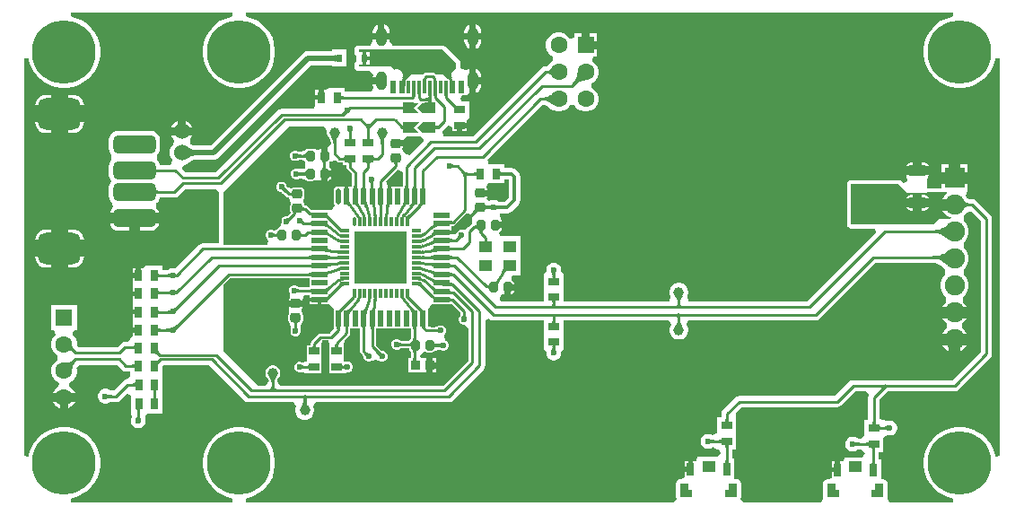
<source format=gbl>
G04*
G04 #@! TF.GenerationSoftware,Altium Limited,Altium Designer,24.2.2 (26)*
G04*
G04 Layer_Physical_Order=2*
G04 Layer_Color=16711680*
%FSLAX43Y43*%
%MOMM*%
G71*
G04*
G04 #@! TF.SameCoordinates,8CC7AA04-EDAA-4120-BC56-05CF8BE8917F*
G04*
G04*
G04 #@! TF.FilePolarity,Positive*
G04*
G01*
G75*
%ADD10C,0.250*%
%ADD30R,1.000X0.700*%
%ADD31R,0.600X0.800*%
G04:AMPARAMS|DCode=33|XSize=1.8mm|YSize=1.05mm|CornerRadius=0.263mm|HoleSize=0mm|Usage=FLASHONLY|Rotation=180.000|XOffset=0mm|YOffset=0mm|HoleType=Round|Shape=RoundedRectangle|*
%AMROUNDEDRECTD33*
21,1,1.800,0.525,0,0,180.0*
21,1,1.275,1.050,0,0,180.0*
1,1,0.525,-0.638,0.263*
1,1,0.525,0.638,0.263*
1,1,0.525,0.638,-0.263*
1,1,0.525,-0.638,-0.263*
%
%ADD33ROUNDEDRECTD33*%
%ADD35C,0.500*%
%ADD36C,1.600*%
%ADD37R,1.600X1.600*%
G04:AMPARAMS|DCode=38|XSize=1.7mm|YSize=4mm|CornerRadius=0.425mm|HoleSize=0mm|Usage=FLASHONLY|Rotation=270.000|XOffset=0mm|YOffset=0mm|HoleType=Round|Shape=RoundedRectangle|*
%AMROUNDEDRECTD38*
21,1,1.700,3.150,0,0,270.0*
21,1,0.850,4.000,0,0,270.0*
1,1,0.850,-1.575,-0.425*
1,1,0.850,-1.575,0.425*
1,1,0.850,1.575,0.425*
1,1,0.850,1.575,-0.425*
%
%ADD38ROUNDEDRECTD38*%
G04:AMPARAMS|DCode=39|XSize=4mm|YSize=3mm|CornerRadius=0.75mm|HoleSize=0mm|Usage=FLASHONLY|Rotation=0.000|XOffset=0mm|YOffset=0mm|HoleType=Round|Shape=RoundedRectangle|*
%AMROUNDEDRECTD39*
21,1,4.000,1.500,0,0,0.0*
21,1,2.500,3.000,0,0,0.0*
1,1,1.500,1.250,-0.750*
1,1,1.500,-1.250,-0.750*
1,1,1.500,-1.250,0.750*
1,1,1.500,1.250,0.750*
%
%ADD39ROUNDEDRECTD39*%
%ADD40C,1.524*%
%ADD41C,6.000*%
%ADD42C,1.900*%
%ADD43R,1.900X1.900*%
%ADD44C,1.000*%
%ADD45O,1.000X1.800*%
%ADD46C,0.600*%
%ADD47C,0.250*%
%AMCUSTOMSHAPE48*
4,1,6,-1.100,0.000,-1.100,1.300,-0.350,1.300,-0.350,0.700,0.000,0.700,0.000,0.000,-1.100,0.000,0.0*%
%ADD48CUSTOMSHAPE48*%

%AMCUSTOMSHAPE49*
4,1,6,1.100,0.000,1.100,1.300,0.350,1.300,0.350,0.700,0.000,0.700,0.000,0.000,1.100,0.000,0.0*%
%ADD49CUSTOMSHAPE49*%

%ADD50R,0.700X1.200*%
%ADD51R,1.300X1.000*%
%ADD52R,0.300X1.150*%
%ADD53R,0.600X1.150*%
%ADD54R,0.700X1.000*%
%ADD55R,1.000X1.000*%
G04:AMPARAMS|DCode=56|XSize=0.95mm|YSize=0.85mm|CornerRadius=0.213mm|HoleSize=0mm|Usage=FLASHONLY|Rotation=180.000|XOffset=0mm|YOffset=0mm|HoleType=Round|Shape=RoundedRectangle|*
%AMROUNDEDRECTD56*
21,1,0.950,0.425,0,0,180.0*
21,1,0.525,0.850,0,0,180.0*
1,1,0.425,-0.263,0.213*
1,1,0.425,0.263,0.213*
1,1,0.425,0.263,-0.213*
1,1,0.425,-0.263,-0.213*
%
%ADD56ROUNDEDRECTD56*%
G04:AMPARAMS|DCode=57|XSize=0.95mm|YSize=0.85mm|CornerRadius=0.213mm|HoleSize=0mm|Usage=FLASHONLY|Rotation=270.000|XOffset=0mm|YOffset=0mm|HoleType=Round|Shape=RoundedRectangle|*
%AMROUNDEDRECTD57*
21,1,0.950,0.425,0,0,270.0*
21,1,0.525,0.850,0,0,270.0*
1,1,0.425,-0.213,-0.263*
1,1,0.425,-0.213,0.263*
1,1,0.425,0.213,0.263*
1,1,0.425,0.213,-0.263*
%
%ADD57ROUNDEDRECTD57*%
%ADD58R,1.300X1.100*%
%ADD59R,0.850X0.950*%
%ADD60R,1.500X0.500*%
%ADD61O,0.500X1.500*%
%ADD62R,0.500X1.500*%
%ADD63R,5.000X5.000*%
%ADD64R,0.900X0.300*%
%ADD65R,0.300X0.900*%
%ADD66O,0.300X0.900*%
%ADD67C,0.300*%
G36*
X29653Y43003D02*
X29648Y43031D01*
X29633Y43056D01*
X29608Y43078D01*
X29573Y43097D01*
X29528Y43113D01*
X29473Y43126D01*
X29408Y43137D01*
X29333Y43144D01*
X29153Y43150D01*
Y43650D01*
X29248Y43651D01*
X29408Y43663D01*
X29473Y43674D01*
X29528Y43687D01*
X29573Y43703D01*
X29608Y43722D01*
X29633Y43744D01*
X29648Y43769D01*
X29653Y43797D01*
Y43003D01*
D02*
G37*
G36*
X49906Y41832D02*
X49892Y41859D01*
X49870Y41883D01*
X49839Y41905D01*
X49801Y41923D01*
X49754Y41939D01*
X49700Y41952D01*
X49637Y41962D01*
X49566Y41969D01*
X49400Y41975D01*
Y42225D01*
X49487Y42226D01*
X49637Y42238D01*
X49700Y42248D01*
X49754Y42261D01*
X49801Y42277D01*
X49839Y42295D01*
X49870Y42317D01*
X49892Y42341D01*
X49906Y42368D01*
Y41832D01*
D02*
G37*
G36*
X41000Y42900D02*
Y42339D01*
X40814Y42262D01*
X40653Y42101D01*
X40565Y41889D01*
Y41661D01*
X40598Y41581D01*
X40528Y41475D01*
X40225D01*
X39800Y41900D01*
X39069D01*
X39034Y41934D01*
X38927Y42006D01*
X38800Y42031D01*
X38146D01*
X38020Y42006D01*
X37912Y41934D01*
X37878Y41900D01*
X36700D01*
X36275Y41475D01*
X35972D01*
X35902Y41581D01*
X35935Y41661D01*
Y41889D01*
X35847Y42101D01*
X35686Y42262D01*
X35474Y42350D01*
X35246D01*
X35178Y42322D01*
X34900Y42600D01*
X31800D01*
Y42800D01*
X32135D01*
Y43400D01*
Y44000D01*
X31800D01*
Y44200D01*
X39700D01*
X41000Y42900D01*
D02*
G37*
G36*
X39100Y41474D02*
X39108Y41362D01*
X39112Y41334D01*
X39117Y41312D01*
X39123Y41294D01*
X39130Y41282D01*
X39138Y41274D01*
X39147Y41272D01*
X38853D01*
X38852Y41274D01*
X38852Y41282D01*
X38850Y41394D01*
X38850Y41522D01*
X39100D01*
X39100Y41474D01*
D02*
G37*
G36*
X38125D02*
X38136Y41294D01*
X38139Y41282D01*
X38143Y41274D01*
X38147Y41272D01*
X37853D01*
X37857Y41274D01*
X37861Y41282D01*
X37864Y41294D01*
X37867Y41312D01*
X37870Y41334D01*
X37874Y41432D01*
X37875Y41522D01*
X38125D01*
X38125Y41474D01*
D02*
G37*
G36*
X40601Y41416D02*
X40605Y41358D01*
X40609Y41334D01*
X40613Y41314D01*
X40619Y41298D01*
X40626Y41285D01*
X40634Y41276D01*
X40643Y41271D01*
X40653Y41269D01*
X40353Y41272D01*
X40352Y41274D01*
X40352Y41279D01*
X40351Y41300D01*
X40350Y41450D01*
X40600D01*
X40601Y41416D01*
D02*
G37*
G36*
X36147Y41272D02*
X35847Y41269D01*
X35857Y41271D01*
X35866Y41276D01*
X35874Y41285D01*
X35881Y41298D01*
X35887Y41314D01*
X35891Y41334D01*
X35895Y41358D01*
X35898Y41385D01*
X35900Y41450D01*
X36150D01*
X36147Y41272D01*
D02*
G37*
G36*
X53192Y41300D02*
X53071Y41296D01*
X52951Y41281D01*
X52833Y41255D01*
X52717Y41219D01*
X52602Y41172D01*
X52489Y41114D01*
X52377Y41045D01*
X52267Y40965D01*
X52158Y40875D01*
X52051Y40774D01*
X51874Y40951D01*
X51975Y41058D01*
X52065Y41167D01*
X52145Y41277D01*
X52214Y41389D01*
X52272Y41502D01*
X52319Y41617D01*
X52355Y41733D01*
X52381Y41851D01*
X52396Y41971D01*
X52400Y42092D01*
X53192Y41300D01*
D02*
G37*
G36*
X40143Y40126D02*
X40139Y40118D01*
X40136Y40106D01*
X40133Y40088D01*
X40130Y40066D01*
X40126Y39968D01*
X40125Y39878D01*
X39875D01*
X39875Y39926D01*
X39864Y40106D01*
X39861Y40118D01*
X39857Y40126D01*
X39853Y40128D01*
X40147D01*
X40143Y40126D01*
D02*
G37*
G36*
X39143D02*
X39139Y40118D01*
X39136Y40106D01*
X39133Y40088D01*
X39130Y40066D01*
X39126Y39968D01*
X39125Y39878D01*
X38875D01*
X38875Y39926D01*
X38864Y40106D01*
X38861Y40118D01*
X38857Y40126D01*
X38853Y40128D01*
X39147D01*
X39143Y40126D01*
D02*
G37*
G36*
X38643D02*
X38639Y40118D01*
X38636Y40106D01*
X38633Y40088D01*
X38630Y40066D01*
X38626Y39968D01*
X38625Y39878D01*
X38375D01*
X38375Y39926D01*
X38364Y40106D01*
X38361Y40118D01*
X38357Y40126D01*
X38353Y40128D01*
X38647D01*
X38643Y40126D01*
D02*
G37*
G36*
X37643D02*
X37639Y40118D01*
X37636Y40106D01*
X37633Y40088D01*
X37630Y40066D01*
X37626Y39968D01*
X37625Y39878D01*
X37375D01*
X37375Y39926D01*
X37364Y40106D01*
X37361Y40118D01*
X37357Y40126D01*
X37353Y40128D01*
X37647D01*
X37643Y40126D01*
D02*
G37*
G36*
X37138D02*
X37130Y40118D01*
X37123Y40106D01*
X37117Y40088D01*
X37112Y40066D01*
X37108Y40038D01*
X37102Y39968D01*
X37100Y39878D01*
X36850D01*
X36853Y40128D01*
X37147D01*
X37138Y40126D01*
D02*
G37*
G36*
X30096Y39926D02*
X30104Y39905D01*
X30117Y39886D01*
X30134Y39870D01*
X30157Y39856D01*
X30185Y39845D01*
X30218Y39836D01*
X30256Y39830D01*
X30299Y39826D01*
X30347Y39825D01*
Y39575D01*
X30299Y39574D01*
X30256Y39570D01*
X30218Y39564D01*
X30185Y39555D01*
X30157Y39544D01*
X30134Y39530D01*
X30117Y39514D01*
X30104Y39495D01*
X30096Y39474D01*
X30094Y39450D01*
Y39950D01*
X30096Y39926D01*
D02*
G37*
G36*
X50056Y39035D02*
X49983Y39111D01*
X49901Y39179D01*
X49812Y39239D01*
X49714Y39291D01*
X49608Y39335D01*
X49495Y39371D01*
X49373Y39399D01*
X49243Y39419D01*
X49106Y39431D01*
X48960Y39435D01*
Y39685D01*
X49106Y39689D01*
X49243Y39701D01*
X49373Y39721D01*
X49495Y39749D01*
X49608Y39785D01*
X49714Y39829D01*
X49812Y39881D01*
X49901Y39941D01*
X49983Y40009D01*
X50056Y40085D01*
Y39035D01*
D02*
G37*
G36*
X40854Y39024D02*
X40946Y38946D01*
X40987Y38918D01*
X41024Y38897D01*
X41058Y38883D01*
X41088Y38876D01*
X41114D01*
X41137Y38883D01*
X41157Y38897D01*
X40803Y38543D01*
X40817Y38563D01*
X40824Y38586D01*
Y38612D01*
X40817Y38642D01*
X40803Y38676D01*
X40782Y38713D01*
X40754Y38754D01*
X40718Y38798D01*
X40626Y38897D01*
X40803Y39074D01*
X40854Y39024D01*
D02*
G37*
G36*
X19854Y47745D02*
X19886Y47345D01*
X19704Y47316D01*
X19195Y47151D01*
X18718Y46908D01*
X18285Y46593D01*
X17907Y46215D01*
X17592Y45782D01*
X17349Y45305D01*
X17184Y44796D01*
X17100Y44268D01*
Y43732D01*
X17184Y43204D01*
X17349Y42695D01*
X17592Y42218D01*
X17907Y41785D01*
X18285Y41407D01*
X18718Y41092D01*
X19195Y40849D01*
X19704Y40684D01*
X20232Y40600D01*
X20768D01*
X21296Y40684D01*
X21805Y40849D01*
X22282Y41092D01*
X22715Y41407D01*
X23093Y41785D01*
X23408Y42218D01*
X23651Y42695D01*
X23816Y43204D01*
X23900Y43732D01*
Y44268D01*
X23816Y44796D01*
X23651Y45305D01*
X23408Y45782D01*
X23093Y46215D01*
X22715Y46593D01*
X22282Y46908D01*
X21805Y47151D01*
X21296Y47316D01*
X21114Y47345D01*
X21146Y47745D01*
X87854Y47745D01*
X87886Y47345D01*
X87704Y47316D01*
X87195Y47151D01*
X86718Y46908D01*
X86285Y46593D01*
X85907Y46215D01*
X85592Y45782D01*
X85349Y45305D01*
X85184Y44796D01*
X85100Y44268D01*
Y43732D01*
X85184Y43204D01*
X85349Y42695D01*
X85592Y42218D01*
X85907Y41785D01*
X86285Y41407D01*
X86718Y41092D01*
X87195Y40849D01*
X87704Y40684D01*
X88232Y40600D01*
X88768D01*
X89296Y40684D01*
X89805Y40849D01*
X90282Y41092D01*
X90715Y41407D01*
X91093Y41785D01*
X91408Y42218D01*
X91651Y42695D01*
X91816Y43204D01*
X91845Y43386D01*
X92245Y43354D01*
X92245Y5846D01*
X91845Y5814D01*
X91816Y5996D01*
X91651Y6505D01*
X91408Y6982D01*
X91093Y7415D01*
X90715Y7793D01*
X90282Y8108D01*
X89805Y8351D01*
X89296Y8516D01*
X88768Y8600D01*
X88232D01*
X87704Y8516D01*
X87195Y8351D01*
X86718Y8108D01*
X86285Y7793D01*
X85907Y7415D01*
X85592Y6982D01*
X85349Y6505D01*
X85184Y5996D01*
X85100Y5468D01*
Y4932D01*
X85184Y4404D01*
X85349Y3895D01*
X85592Y3418D01*
X85907Y2985D01*
X86285Y2607D01*
X86718Y2292D01*
X87195Y2049D01*
X87704Y1884D01*
X87886Y1855D01*
X87854Y1455D01*
X81931D01*
X81773Y1666D01*
X81689Y1855D01*
X81708Y1950D01*
Y3250D01*
X81677Y3406D01*
X81588Y3538D01*
X81456Y3627D01*
X81300Y3658D01*
X81100D01*
Y5550D01*
X80885D01*
Y6250D01*
X81300D01*
X81300Y7576D01*
X81524Y7761D01*
X81616Y7812D01*
X81700Y7829D01*
X81808Y7800D01*
X81992D01*
X82170Y7848D01*
X82330Y7940D01*
X82460Y8070D01*
X82552Y8230D01*
X82600Y8408D01*
Y8592D01*
X82552Y8770D01*
X82460Y8930D01*
X82330Y9060D01*
X82170Y9152D01*
X81992Y9200D01*
X81808D01*
X81700Y9171D01*
X81300Y9250D01*
X80935Y9335D01*
Y11178D01*
X81688Y11931D01*
X81691Y11933D01*
X81703Y11942D01*
X81715Y11948D01*
X81726Y11954D01*
X81738Y11958D01*
X81751Y11962D01*
X81765Y11964D01*
X81769Y11965D01*
X88000D01*
X88205Y12005D01*
X88379Y12122D01*
X91379Y15122D01*
X91495Y15295D01*
X91535Y15500D01*
Y28250D01*
X91495Y28455D01*
X91379Y28628D01*
X90049Y29958D01*
X89875Y30075D01*
X89670Y30115D01*
X89567D01*
X89561Y30115D01*
X89465Y30123D01*
X89384Y30134D01*
X89318Y30148D01*
X89269Y30163D01*
X89236Y30177D01*
X89218Y30187D01*
X89214Y30190D01*
X89200Y30213D01*
X89182Y30232D01*
X89080Y30409D01*
X89019Y30470D01*
X89185Y30870D01*
X89250D01*
Y31570D01*
X88000D01*
X86750D01*
Y31158D01*
X85450D01*
X85450Y31831D01*
X85454Y31904D01*
X85504Y32253D01*
X85573Y32357D01*
X85576Y32370D01*
X83424D01*
X83427Y32357D01*
X83496Y32253D01*
X83546Y31904D01*
X83550Y31831D01*
Y31774D01*
X83180Y31621D01*
X83013Y31788D01*
X82881Y31877D01*
X82725Y31908D01*
X82725Y31908D01*
X78250D01*
X78094Y31877D01*
X77962Y31788D01*
X77873Y31656D01*
X77842Y31500D01*
Y27750D01*
X77873Y27594D01*
X77962Y27462D01*
X78094Y27373D01*
X78250Y27342D01*
X80463D01*
X80616Y26973D01*
X74078Y20435D01*
X62974D01*
X62875Y20557D01*
X62771Y20835D01*
X62839Y20953D01*
X62900Y21182D01*
Y21418D01*
X62839Y21647D01*
X62720Y21853D01*
X62553Y22020D01*
X62347Y22139D01*
X62118Y22200D01*
X61882D01*
X61653Y22139D01*
X61447Y22020D01*
X61280Y21853D01*
X61161Y21647D01*
X61100Y21418D01*
Y21182D01*
X61161Y20953D01*
X61229Y20835D01*
X61125Y20557D01*
X61026Y20435D01*
X51100D01*
Y21200D01*
X51100Y21600D01*
X51100Y22000D01*
Y23100D01*
X51100D01*
X50900Y23308D01*
Y23492D01*
X50852Y23670D01*
X50760Y23830D01*
X50630Y23960D01*
X50470Y24052D01*
X50292Y24100D01*
X50108D01*
X49930Y24052D01*
X49770Y23960D01*
X49640Y23830D01*
X49548Y23670D01*
X49500Y23492D01*
Y23308D01*
X49300Y23100D01*
X49300D01*
Y22000D01*
X49300Y21600D01*
X49300Y21200D01*
Y20435D01*
X45240D01*
X45113Y20601D01*
X45162Y21076D01*
X45348Y21220D01*
X45484Y21129D01*
X45484Y21129D01*
X45558Y21114D01*
Y21780D01*
X45858D01*
Y22080D01*
X46483D01*
X46459Y22204D01*
X46368Y22340D01*
X46231Y22431D01*
X46223Y22841D01*
X46258Y22900D01*
X47100D01*
Y24700D01*
Y26600D01*
X45078D01*
X45029Y26998D01*
X45166Y27089D01*
X45257Y27226D01*
X45281Y27349D01*
X44656D01*
Y27949D01*
X45281D01*
X45257Y28073D01*
X45166Y28209D01*
X45082Y28627D01*
X45093Y28695D01*
X45142Y28764D01*
X45825D01*
X46040Y28807D01*
X46222Y28928D01*
X46897Y29603D01*
X47018Y29785D01*
X47061Y30000D01*
Y32250D01*
X47018Y32465D01*
X46897Y32647D01*
X46647Y32897D01*
X46465Y33018D01*
X46250Y33061D01*
X45500D01*
Y33400D01*
X44108D01*
X44022Y33521D01*
X43973Y33647D01*
X43957Y33800D01*
X49173Y39016D01*
X49195Y39014D01*
X49296Y38998D01*
X49387Y38977D01*
X49468Y38952D01*
X49539Y38922D01*
X49602Y38889D01*
X49657Y38852D01*
X49705Y38812D01*
X49763Y38751D01*
X49766Y38749D01*
X49768Y38747D01*
X49793Y38730D01*
X49923Y38600D01*
X50197Y38442D01*
X50502Y38360D01*
X50818D01*
X51123Y38442D01*
X51397Y38600D01*
X51620Y38823D01*
X51709Y38976D01*
X51780Y38999D01*
X52080D01*
X52151Y38976D01*
X52240Y38823D01*
X52463Y38600D01*
X52737Y38442D01*
X53042Y38360D01*
X53358D01*
X53663Y38442D01*
X53937Y38600D01*
X54160Y38823D01*
X54318Y39097D01*
X54400Y39402D01*
Y39718D01*
X54318Y40023D01*
X54160Y40297D01*
X53937Y40520D01*
X53784Y40609D01*
X53761Y40680D01*
Y40980D01*
X53784Y41051D01*
X53937Y41140D01*
X54160Y41363D01*
X54318Y41637D01*
X54400Y41942D01*
Y42258D01*
X54318Y42563D01*
X54160Y42837D01*
X53937Y43060D01*
X53799Y43140D01*
X53906Y43540D01*
X54300D01*
Y44240D01*
X53200D01*
Y44640D01*
X52800D01*
Y45740D01*
X52100D01*
Y45346D01*
X51700Y45239D01*
X51620Y45377D01*
X51397Y45600D01*
X51123Y45758D01*
X50818Y45840D01*
X50502D01*
X50197Y45758D01*
X49923Y45600D01*
X49700Y45377D01*
X49542Y45103D01*
X49460Y44798D01*
Y44482D01*
X49542Y44177D01*
X49700Y43903D01*
X49923Y43680D01*
X50076Y43591D01*
X50099Y43520D01*
Y43220D01*
X50076Y43149D01*
X49923Y43060D01*
X49700Y42837D01*
X49588Y42643D01*
X49485Y42635D01*
X49400D01*
X49195Y42595D01*
X49021Y42479D01*
X42578Y36035D01*
X39844D01*
X39783Y36110D01*
X39679Y36521D01*
X40200Y37043D01*
X40508Y36957D01*
X40600Y36892D01*
Y36500D01*
X41070D01*
Y37050D01*
X41300D01*
Y37280D01*
X42000D01*
X42000Y37483D01*
X42200Y37800D01*
X42200Y37917D01*
Y39300D01*
X41512D01*
X41463Y39372D01*
X41394Y39587D01*
X41573Y39925D01*
X41950D01*
X41950Y39925D01*
X42270Y40065D01*
Y41275D01*
Y42417D01*
X42167Y42374D01*
X42116Y42335D01*
X41899Y42272D01*
X41585Y42355D01*
X41420Y42451D01*
X41408Y42454D01*
Y42900D01*
X41408Y42900D01*
X41377Y43056D01*
X41288Y43188D01*
X39988Y44488D01*
X39856Y44577D01*
X39700Y44608D01*
X39700Y44608D01*
X35044D01*
X34957Y44669D01*
X34731Y45008D01*
X34737Y45055D01*
Y45155D01*
X33930D01*
X33123D01*
Y45055D01*
X33129Y45008D01*
X32903Y44669D01*
X32816Y44608D01*
X31800D01*
X31644Y44577D01*
X31512Y44488D01*
X31423Y44356D01*
X31392Y44200D01*
Y44000D01*
X31423Y43844D01*
X31512Y43712D01*
X31600Y43653D01*
Y43147D01*
X31512Y43088D01*
X31423Y42956D01*
X31392Y42800D01*
Y42600D01*
X31423Y42444D01*
X31512Y42312D01*
X31644Y42223D01*
X31800Y42192D01*
X32845D01*
X32986Y42050D01*
X33139Y41792D01*
X33123Y41675D01*
Y41575D01*
X33930D01*
Y40975D01*
X33123D01*
Y40875D01*
X33151Y40666D01*
X33163Y40635D01*
X32967Y40276D01*
X32912Y40235D01*
X30500D01*
Y40600D01*
X29117D01*
X29000Y40600D01*
X28683Y40400D01*
X28600Y40400D01*
X28480D01*
Y39700D01*
X28250D01*
Y39470D01*
X27906D01*
Y39450D01*
X27904Y39470D01*
X27700D01*
Y39035D01*
X27700Y39000D01*
X27615Y38635D01*
X24500D01*
X24295Y38595D01*
X24122Y38479D01*
X18278Y32635D01*
X15422D01*
X15119Y32938D01*
X15226Y33257D01*
X15278Y33345D01*
X15549Y33417D01*
X15813Y33570D01*
X15891Y33647D01*
X15914Y33661D01*
X15955Y33697D01*
X15985Y33717D01*
X16028Y33739D01*
X16086Y33762D01*
X16159Y33784D01*
X16246Y33804D01*
X16343Y33819D01*
X16597Y33840D01*
X16742Y33842D01*
X16752Y33844D01*
X18100D01*
X18270Y33867D01*
X18428Y33932D01*
X18564Y34036D01*
X27272Y42744D01*
X29131D01*
X29140Y42742D01*
X29250Y42739D01*
Y42600D01*
X29629D01*
X29653Y42595D01*
X29677Y42600D01*
X30650D01*
Y44200D01*
X29677D01*
X29653Y44205D01*
X29629Y44200D01*
X29250D01*
Y44061D01*
X29230Y44059D01*
X29147Y44058D01*
X29137Y44056D01*
X27000D01*
X26830Y44033D01*
X26672Y43968D01*
X26536Y43864D01*
X17828Y35156D01*
X16758D01*
X16749Y35158D01*
X16460Y35168D01*
X16348Y35180D01*
X16246Y35196D01*
X16159Y35216D01*
X16086Y35238D01*
X16028Y35261D01*
X15985Y35283D01*
X15955Y35303D01*
X15953Y35305D01*
X15911Y35377D01*
X15902Y35402D01*
X15892Y35450D01*
X15896Y35716D01*
X15928Y35826D01*
X15950Y35848D01*
X16090Y36090D01*
X16092Y36100D01*
X14108D01*
X14110Y36090D01*
X14250Y35848D01*
X14272Y35826D01*
X14366Y35501D01*
X14256Y35299D01*
X14170Y35213D01*
X14017Y34949D01*
X13938Y34653D01*
Y34347D01*
X14017Y34051D01*
X14170Y33787D01*
X14221Y33735D01*
X14056Y33335D01*
X13018D01*
X13004Y33440D01*
X12921Y33641D01*
X12792Y33808D01*
X12785Y33820D01*
X12784Y33822D01*
Y34278D01*
X12785Y34280D01*
X12792Y34292D01*
X12921Y34459D01*
X13004Y34660D01*
X13032Y34875D01*
Y35725D01*
X13004Y35940D01*
X12921Y36141D01*
X12788Y36313D01*
X12616Y36446D01*
X12415Y36529D01*
X12200Y36557D01*
X9050D01*
X8835Y36529D01*
X8634Y36446D01*
X8462Y36313D01*
X8329Y36141D01*
X8246Y35940D01*
X8218Y35725D01*
Y34875D01*
X8246Y34660D01*
X8329Y34459D01*
X8458Y34292D01*
X8465Y34280D01*
X8466Y34278D01*
Y33822D01*
X8465Y33820D01*
X8458Y33808D01*
X8329Y33641D01*
X8246Y33440D01*
X8218Y33225D01*
Y32375D01*
X8246Y32160D01*
X8329Y31959D01*
X8451Y31800D01*
X8329Y31641D01*
X8246Y31440D01*
X8218Y31225D01*
Y30375D01*
X8246Y30160D01*
X8329Y29959D01*
X8462Y29787D01*
X8536Y29730D01*
X8567Y29653D01*
X8581Y29401D01*
X8551Y29256D01*
X8533Y29242D01*
X8417Y29091D01*
X8344Y28914D01*
X8329Y28800D01*
X10625D01*
X12921D01*
X12906Y28914D01*
X12833Y29091D01*
X12717Y29242D01*
X12699Y29256D01*
X12669Y29401D01*
X12683Y29653D01*
X12714Y29730D01*
X12788Y29787D01*
X12921Y29959D01*
X13004Y30160D01*
X13018Y30265D01*
X14400D01*
X14605Y30305D01*
X14778Y30421D01*
X15422Y31065D01*
X18278D01*
X18311Y31049D01*
X18592Y30750D01*
X18592Y30750D01*
Y25944D01*
X17109D01*
X16904Y25903D01*
X16730Y25787D01*
X14506Y23563D01*
X14367Y23600D01*
X14183D01*
X14005Y23552D01*
X13845Y23460D01*
X13831Y23446D01*
X13819Y23444D01*
X13711Y23435D01*
X13250D01*
Y23800D01*
X11867D01*
X11750Y23800D01*
X11433Y23600D01*
X11350Y23600D01*
X11230D01*
Y22900D01*
X11000D01*
Y22670D01*
X10450D01*
Y22283D01*
X10450Y21883D01*
X10450Y21800D01*
Y21413D01*
X11000D01*
Y20953D01*
X10450D01*
Y20567D01*
X10450Y20483D01*
Y20167D01*
X10450Y20083D01*
Y19697D01*
X11000D01*
Y19237D01*
X10450D01*
Y18850D01*
X10450Y18767D01*
Y18450D01*
X10450Y18367D01*
Y17980D01*
X11000D01*
Y17520D01*
X10450D01*
X10450Y17250D01*
X10250Y16933D01*
Y16933D01*
X9967Y16650D01*
X9741D01*
X9537Y16610D01*
X9363Y16493D01*
X9005Y16135D01*
X5333D01*
X5298Y16175D01*
X5262Y16223D01*
X5234Y16266D01*
X5215Y16300D01*
X5206Y16321D01*
X5205Y16323D01*
X5205Y16333D01*
X5200Y16357D01*
Y16558D01*
X5118Y16863D01*
X4960Y17137D01*
X4797Y17300D01*
X4850Y17547D01*
X4942Y17700D01*
X5200D01*
Y20100D01*
X2800D01*
Y17700D01*
X3058D01*
X3150Y17547D01*
X3203Y17300D01*
X3040Y17137D01*
X2882Y16863D01*
X2800Y16558D01*
Y16242D01*
X2882Y15937D01*
X3040Y15663D01*
X3263Y15440D01*
X3383Y15371D01*
Y14929D01*
X3263Y14860D01*
X3040Y14637D01*
X2882Y14363D01*
X2800Y14058D01*
Y13742D01*
X2882Y13437D01*
X3040Y13163D01*
X3263Y12940D01*
X3481Y12814D01*
X3523Y12643D01*
X3495Y12379D01*
X3325Y12280D01*
X3120Y12075D01*
X2975Y11825D01*
X2968Y11800D01*
X4000D01*
X5032D01*
X5025Y11825D01*
X4880Y12075D01*
X4675Y12280D01*
X4505Y12379D01*
X4477Y12643D01*
X4519Y12814D01*
X4737Y12940D01*
X4960Y13163D01*
X5118Y13437D01*
X5200Y13742D01*
Y14058D01*
X5188Y14104D01*
X5188Y14112D01*
X5187Y14126D01*
X5433Y14465D01*
X8978D01*
X9457Y13986D01*
X9630Y13870D01*
X9835Y13830D01*
X10250D01*
Y13417D01*
X9975Y13130D01*
X9795Y13095D01*
X9622Y12979D01*
X8678Y12035D01*
X8440D01*
X8437Y12035D01*
X8360Y12043D01*
X8344Y12046D01*
X8330Y12060D01*
X8170Y12152D01*
X7992Y12200D01*
X7808D01*
X7630Y12152D01*
X7470Y12060D01*
X7340Y11930D01*
X7248Y11770D01*
X7200Y11592D01*
Y11408D01*
X7248Y11230D01*
X7340Y11070D01*
X7470Y10940D01*
X7630Y10848D01*
X7808Y10800D01*
X7992D01*
X8170Y10848D01*
X8330Y10940D01*
X8344Y10954D01*
X8356Y10956D01*
X8464Y10965D01*
X8900D01*
X9105Y11005D01*
X9278Y11122D01*
X9900Y11743D01*
X10010Y11731D01*
X10300Y11577D01*
X10300Y11300D01*
Y9900D01*
X10300D01*
X10365Y9500D01*
X10348Y9470D01*
X10300Y9292D01*
Y9108D01*
X10348Y8930D01*
X10440Y8770D01*
X10570Y8640D01*
X10730Y8548D01*
X10908Y8500D01*
X11092D01*
X11270Y8548D01*
X11430Y8640D01*
X11560Y8770D01*
X11652Y8930D01*
X11700Y9108D01*
Y9292D01*
X11652Y9470D01*
X11635Y9500D01*
X11751Y9783D01*
X11896Y9900D01*
X12200Y9900D01*
X13300D01*
Y11300D01*
X13300Y11700D01*
X13300D01*
Y11700D01*
X13300D01*
Y13500D01*
X13250D01*
Y14359D01*
X13253Y14361D01*
X13357Y14465D01*
X17678D01*
X21021Y11122D01*
X21195Y11005D01*
X21400Y10965D01*
X25649D01*
X25871Y10565D01*
X25861Y10547D01*
X25800Y10318D01*
Y10082D01*
X25861Y9853D01*
X25980Y9647D01*
X26147Y9480D01*
X26353Y9361D01*
X26582Y9300D01*
X26818D01*
X27047Y9361D01*
X27253Y9480D01*
X27420Y9647D01*
X27539Y9853D01*
X27600Y10082D01*
Y10318D01*
X27539Y10547D01*
X27529Y10565D01*
X27751Y10965D01*
X40300D01*
X40505Y11005D01*
X40679Y11122D01*
X43578Y14021D01*
X43695Y14195D01*
X43735Y14400D01*
Y18685D01*
X43960Y18778D01*
X44135Y18812D01*
X44295Y18705D01*
X44500Y18665D01*
X49300D01*
Y17750D01*
X49300Y17350D01*
X49300Y16950D01*
Y15850D01*
X49379D01*
X49500Y15692D01*
Y15508D01*
X49548Y15330D01*
X49640Y15170D01*
X49770Y15040D01*
X49930Y14948D01*
X50108Y14900D01*
X50292D01*
X50470Y14948D01*
X50630Y15040D01*
X50760Y15170D01*
X50852Y15330D01*
X50900Y15508D01*
Y15692D01*
X51021Y15850D01*
X51100D01*
Y16950D01*
X51100Y17350D01*
X51100Y17750D01*
Y18665D01*
X61053D01*
X61055Y18664D01*
X61072Y18657D01*
X61155Y18575D01*
X61195Y18488D01*
X61258Y18265D01*
X61161Y18097D01*
X61100Y17868D01*
Y17632D01*
X61161Y17403D01*
X61280Y17197D01*
X61447Y17030D01*
X61653Y16911D01*
X61882Y16850D01*
X62118D01*
X62347Y16911D01*
X62553Y17030D01*
X62720Y17197D01*
X62839Y17403D01*
X62900Y17632D01*
Y17868D01*
X62839Y18097D01*
X62742Y18265D01*
X62805Y18488D01*
X62845Y18575D01*
X62928Y18657D01*
X62945Y18664D01*
X62947Y18665D01*
X74900D01*
X75105Y18705D01*
X75279Y18822D01*
X80522Y24065D01*
X85980D01*
X86058Y24062D01*
X86194Y24048D01*
X86319Y24026D01*
X86433Y23995D01*
X86537Y23957D01*
X86631Y23912D01*
X86717Y23860D01*
X86796Y23801D01*
X86868Y23733D01*
X86914Y23680D01*
X86920Y23671D01*
X86942Y23648D01*
X86949Y23641D01*
X86952Y23638D01*
X87119Y23472D01*
X87148Y23230D01*
X87119Y22988D01*
X86920Y22789D01*
X86742Y22481D01*
X86650Y22138D01*
Y21782D01*
X86742Y21439D01*
X86920Y21131D01*
X87171Y20880D01*
X87200Y20863D01*
X87231Y20443D01*
X87208Y20396D01*
X87000Y20188D01*
X86874Y19970D01*
X88000D01*
X89126D01*
X89000Y20188D01*
X88792Y20396D01*
X88769Y20443D01*
X88800Y20863D01*
X88829Y20880D01*
X89080Y21131D01*
X89258Y21439D01*
X89350Y21782D01*
Y22138D01*
X89258Y22481D01*
X89080Y22789D01*
X88881Y22988D01*
X88852Y23230D01*
X88881Y23472D01*
X89080Y23671D01*
X89258Y23979D01*
X89350Y24322D01*
Y24678D01*
X89258Y25021D01*
X89080Y25329D01*
X88881Y25528D01*
X88852Y25770D01*
X88881Y26012D01*
X89080Y26211D01*
X89258Y26519D01*
X89350Y26862D01*
Y27218D01*
X89258Y27561D01*
X89080Y27869D01*
X88881Y28068D01*
X88852Y28310D01*
X88881Y28552D01*
X89080Y28751D01*
X89136Y28848D01*
X89462Y28917D01*
X89581Y28912D01*
X90465Y28028D01*
Y15722D01*
X87778Y13035D01*
X78450D01*
X78245Y12995D01*
X78072Y12878D01*
X76728Y11535D01*
X67700D01*
X67495Y11495D01*
X67322Y11378D01*
X66150Y10207D01*
X66034Y10033D01*
X65993Y9829D01*
Y9500D01*
X65600D01*
Y8400D01*
X65600Y8013D01*
X65536Y7966D01*
X65210Y7793D01*
X65194Y7796D01*
X65180Y7810D01*
X65020Y7902D01*
X64842Y7950D01*
X64658D01*
X64480Y7902D01*
X64320Y7810D01*
X64190Y7680D01*
X64098Y7520D01*
X64050Y7342D01*
Y7158D01*
X64098Y6980D01*
X64190Y6820D01*
X64320Y6690D01*
X64480Y6598D01*
X64658Y6550D01*
X64842D01*
X65020Y6598D01*
X65180Y6690D01*
X65194Y6704D01*
X65206Y6706D01*
X65600Y6500D01*
D01*
X65795Y6454D01*
X65916Y6172D01*
X65726Y5800D01*
X63750D01*
Y5759D01*
X63650Y5400D01*
X63330D01*
Y4600D01*
X63100D01*
Y4370D01*
X62550D01*
Y3849D01*
X62550D01*
X62550D01*
X62207Y3713D01*
X62188Y3708D01*
X62150D01*
X61994Y3677D01*
X61862Y3588D01*
X61773Y3456D01*
X61742Y3300D01*
Y2000D01*
X61771Y1855D01*
X61773Y1843D01*
X61581Y1455D01*
X21146Y1455D01*
X21114Y1855D01*
X21296Y1884D01*
X21805Y2049D01*
X22282Y2292D01*
X22715Y2607D01*
X23093Y2985D01*
X23408Y3418D01*
X23651Y3895D01*
X23816Y4404D01*
X23900Y4932D01*
Y5468D01*
X23816Y5996D01*
X23651Y6505D01*
X23408Y6982D01*
X23093Y7415D01*
X22715Y7793D01*
X22282Y8108D01*
X21805Y8351D01*
X21296Y8516D01*
X20768Y8600D01*
X20232D01*
X19704Y8516D01*
X19195Y8351D01*
X18718Y8108D01*
X18285Y7793D01*
X17907Y7415D01*
X17592Y6982D01*
X17349Y6505D01*
X17184Y5996D01*
X17100Y5468D01*
Y4932D01*
X17184Y4404D01*
X17349Y3895D01*
X17592Y3418D01*
X17907Y2985D01*
X18285Y2607D01*
X18718Y2292D01*
X19195Y2049D01*
X19704Y1884D01*
X19886Y1855D01*
X19854Y1455D01*
X4646Y1455D01*
X4614Y1855D01*
X4796Y1884D01*
X5305Y2049D01*
X5782Y2292D01*
X6215Y2607D01*
X6593Y2985D01*
X6908Y3418D01*
X7151Y3895D01*
X7316Y4404D01*
X7400Y4932D01*
Y5468D01*
X7316Y5996D01*
X7151Y6505D01*
X6908Y6982D01*
X6593Y7415D01*
X6215Y7793D01*
X5782Y8108D01*
X5305Y8351D01*
X4796Y8516D01*
X4268Y8600D01*
X3732D01*
X3204Y8516D01*
X2695Y8351D01*
X2218Y8108D01*
X1785Y7793D01*
X1407Y7415D01*
X1092Y6982D01*
X849Y6505D01*
X684Y5996D01*
X655Y5814D01*
X255Y5846D01*
X255Y43354D01*
X655Y43386D01*
X684Y43204D01*
X849Y42695D01*
X1092Y42218D01*
X1407Y41785D01*
X1785Y41407D01*
X2218Y41092D01*
X2695Y40849D01*
X3204Y40684D01*
X3732Y40600D01*
X4268D01*
X4796Y40684D01*
X5305Y40849D01*
X5782Y41092D01*
X6215Y41407D01*
X6593Y41785D01*
X6908Y42218D01*
X7151Y42695D01*
X7316Y43204D01*
X7400Y43732D01*
Y44268D01*
X7316Y44796D01*
X7151Y45305D01*
X6908Y45782D01*
X6593Y46215D01*
X6215Y46593D01*
X5782Y46908D01*
X5305Y47151D01*
X4796Y47316D01*
X4614Y47345D01*
X4646Y47745D01*
X19854D01*
D02*
G37*
G36*
X38625Y39500D02*
X38590Y39447D01*
X38625D01*
X38626Y39399D01*
X38630Y39357D01*
X38636Y39319D01*
X38645Y39287D01*
X38656Y39259D01*
X38670Y39237D01*
X38686Y39219D01*
X38705Y39207D01*
X38725Y39200D01*
X39000D01*
Y38200D01*
X37800Y38200D01*
X37300Y38700D01*
X37800Y39200D01*
X38275D01*
X38295Y39207D01*
X38314Y39219D01*
X38330Y39237D01*
X38344Y39259D01*
X38346Y39265D01*
X38335Y39285D01*
X38312Y39312D01*
X38285Y39335D01*
X38252Y39353D01*
X38215Y39365D01*
X38173Y39373D01*
X38125Y39375D01*
Y39625D01*
X38173Y39628D01*
X38215Y39635D01*
X38252Y39648D01*
X38285Y39665D01*
X38312Y39688D01*
X38335Y39715D01*
X38353Y39748D01*
X38365Y39785D01*
X38373Y39827D01*
X38375Y39875D01*
X38625Y39500D01*
D02*
G37*
G36*
X37000Y38700D02*
X37500Y38200D01*
X36000D01*
Y38484D01*
X35996Y38495D01*
X35983Y38514D01*
X35966Y38530D01*
X35943Y38544D01*
X35915Y38555D01*
X35882Y38564D01*
X35844Y38570D01*
X35801Y38574D01*
X35753Y38575D01*
Y38825D01*
X35801Y38826D01*
X35844Y38830D01*
X35882Y38836D01*
X35915Y38845D01*
X35943Y38856D01*
X35966Y38870D01*
X35983Y38886D01*
X35996Y38905D01*
X36000Y38916D01*
Y39200D01*
X37500D01*
X37000Y38700D01*
D02*
G37*
G36*
X30628Y38209D02*
X30619Y38208D01*
X30608Y38204D01*
X30592Y38195D01*
X30573Y38181D01*
X30551Y38164D01*
X30464Y38085D01*
X30388Y38012D01*
X30212Y38188D01*
X30251Y38228D01*
X30395Y38392D01*
X30404Y38408D01*
X30408Y38419D01*
X30409Y38428D01*
X30628Y38209D01*
D02*
G37*
G36*
X33002Y37025D02*
X32968Y36989D01*
X32938Y36951D01*
X32912Y36912D01*
X32889Y36872D01*
X32869Y36830D01*
X32853Y36787D01*
X32841Y36742D01*
X32832Y36695D01*
X32827Y36647D01*
X32825Y36598D01*
X32575D01*
X32573Y36647D01*
X32568Y36695D01*
X32559Y36742D01*
X32547Y36787D01*
X32531Y36830D01*
X32511Y36872D01*
X32488Y36912D01*
X32462Y36951D01*
X32432Y36989D01*
X32398Y37025D01*
X32523Y37254D01*
X32559Y37222D01*
X32594Y37197D01*
X32629Y37179D01*
X32665Y37169D01*
X32700Y37165D01*
X32735Y37169D01*
X32771Y37179D01*
X32806Y37197D01*
X32841Y37222D01*
X32877Y37254D01*
X33002Y37025D01*
D02*
G37*
G36*
X37000Y36900D02*
X37500Y36400D01*
X36000D01*
X36000Y37400D01*
X37500Y37400D01*
X37000Y36900D01*
D02*
G37*
G36*
X39000Y37116D02*
X39004Y37105D01*
X39017Y37086D01*
X39034Y37070D01*
X39057Y37056D01*
X39085Y37045D01*
X39118Y37036D01*
X39156Y37030D01*
X39199Y37026D01*
X39247Y37025D01*
Y36775D01*
X39199Y36774D01*
X39156Y36770D01*
X39118Y36764D01*
X39085Y36755D01*
X39057Y36744D01*
X39034Y36730D01*
X39017Y36714D01*
X39004Y36695D01*
X39000Y36684D01*
Y36400D01*
X37800Y36400D01*
X37300Y36900D01*
X37800Y37400D01*
X39000D01*
Y37116D01*
D02*
G37*
G36*
X31194Y36567D02*
X31179Y36542D01*
X31167Y36513D01*
X31156Y36479D01*
X31146Y36439D01*
X31139Y36395D01*
X31128Y36291D01*
X31126Y36232D01*
X31125Y36167D01*
X30875D01*
X30874Y36232D01*
X30861Y36395D01*
X30854Y36439D01*
X30844Y36479D01*
X30833Y36513D01*
X30821Y36542D01*
X30806Y36567D01*
X30790Y36586D01*
X31210D01*
X31194Y36567D01*
D02*
G37*
G36*
X37888Y35731D02*
X37935Y35592D01*
X36560Y34217D01*
X36158Y34381D01*
X36139Y34476D01*
X36004Y34679D01*
X35860Y34865D01*
X35951Y35002D01*
X35951Y35002D01*
X35966Y35075D01*
X35300D01*
Y35675D01*
X36029D01*
X36197Y35937D01*
X36269Y35992D01*
X37203D01*
X37500Y35992D01*
X37600Y36000D01*
X37888Y35731D01*
D02*
G37*
G36*
X32826Y35949D02*
X32830Y35906D01*
X32836Y35868D01*
X32845Y35835D01*
X32856Y35807D01*
X32870Y35784D01*
X32886Y35767D01*
X32905Y35754D01*
X32926Y35746D01*
X32950Y35744D01*
X32450D01*
X32474Y35746D01*
X32495Y35754D01*
X32514Y35767D01*
X32530Y35784D01*
X32544Y35807D01*
X32555Y35835D01*
X32564Y35868D01*
X32570Y35906D01*
X32574Y35949D01*
X32575Y35997D01*
X32825D01*
X32826Y35949D01*
D02*
G37*
G36*
X31126D02*
X31130Y35906D01*
X31136Y35868D01*
X31145Y35835D01*
X31156Y35807D01*
X31170Y35784D01*
X31186Y35767D01*
X31205Y35754D01*
X31226Y35746D01*
X31250Y35744D01*
X30750D01*
X30774Y35746D01*
X30795Y35754D01*
X30814Y35767D01*
X30830Y35784D01*
X30844Y35807D01*
X30855Y35835D01*
X30864Y35868D01*
X30870Y35906D01*
X30874Y35949D01*
X30875Y35997D01*
X31125D01*
X31126Y35949D01*
D02*
G37*
G36*
X29807Y35996D02*
X29769Y35943D01*
X29735Y35885D01*
X29706Y35821D01*
X29681Y35751D01*
X29661Y35675D01*
X29645Y35594D01*
X29634Y35507D01*
X29627Y35414D01*
X29625Y35316D01*
X29375D01*
X29373Y35414D01*
X29355Y35594D01*
X29339Y35675D01*
X29319Y35751D01*
X29294Y35821D01*
X29265Y35885D01*
X29231Y35943D01*
X29193Y35996D01*
X29150Y36043D01*
X29850D01*
X29807Y35996D01*
D02*
G37*
G36*
X34307Y35996D02*
X34269Y35943D01*
X34235Y35883D01*
X34206Y35818D01*
X34181Y35747D01*
X34161Y35670D01*
X34145Y35586D01*
X34134Y35497D01*
X34127Y35401D01*
X34125Y35300D01*
X33875D01*
X33873Y35401D01*
X33855Y35586D01*
X33839Y35670D01*
X33819Y35747D01*
X33794Y35818D01*
X33765Y35883D01*
X33731Y35943D01*
X33693Y35996D01*
X33650Y36043D01*
X34350D01*
X34307Y35996D01*
D02*
G37*
G36*
X28573Y36905D02*
X28802Y36500D01*
X28800Y36492D01*
Y36308D01*
X28848Y36130D01*
X28940Y35970D01*
X28991Y35919D01*
X28999Y35906D01*
X29034Y35867D01*
X29060Y35832D01*
X29083Y35791D01*
X29105Y35744D01*
X29124Y35690D01*
X29140Y35629D01*
X29153Y35564D01*
X29169Y35406D01*
Y35278D01*
X29149Y35240D01*
X28875Y34970D01*
Y34200D01*
X28275D01*
Y34866D01*
X28202Y34851D01*
X27900Y34792D01*
X27598Y34851D01*
X27438Y34883D01*
X27013D01*
X26852Y34851D01*
X26715Y34760D01*
X26633Y34637D01*
X26331Y34593D01*
X26125Y34583D01*
X26083Y34624D01*
X25899Y34700D01*
X25701D01*
X25517Y34624D01*
X25376Y34483D01*
X25300Y34299D01*
Y34101D01*
X25376Y33917D01*
X25517Y33776D01*
X25701Y33700D01*
X25899D01*
X26083Y33776D01*
X26125Y33817D01*
X26331Y33807D01*
X26633Y33763D01*
X26715Y33640D01*
X26734Y33628D01*
X26767Y33492D01*
Y33208D01*
X26734Y33072D01*
X26715Y33060D01*
X26703Y33042D01*
X26648Y33020D01*
X26311Y32946D01*
X26121Y32960D01*
X26024Y33000D01*
X25826D01*
X25642Y32924D01*
X25501Y32783D01*
X25425Y32599D01*
Y32401D01*
X25501Y32217D01*
X25642Y32076D01*
X25826Y32000D01*
X26024D01*
X26121Y32040D01*
X26311Y32054D01*
X26648Y31980D01*
X26703Y31958D01*
X26715Y31940D01*
X26852Y31849D01*
X27013Y31817D01*
X27438D01*
X27598Y31849D01*
X27900Y31908D01*
X28202Y31849D01*
X28275Y31834D01*
Y32500D01*
X28575D01*
Y32800D01*
X29201D01*
X29176Y32923D01*
X29085Y33060D01*
X29066Y33072D01*
X29033Y33208D01*
Y33492D01*
X29066Y33628D01*
X29085Y33640D01*
X29548Y33757D01*
X29681Y33751D01*
X29766Y33666D01*
X29873Y33594D01*
X30000Y33569D01*
X30300D01*
Y33350D01*
X30669D01*
Y33100D01*
X30694Y32973D01*
X30766Y32866D01*
X31138Y32494D01*
Y31309D01*
X30834D01*
Y31152D01*
X30838Y31146D01*
X30854Y31128D01*
X30872Y31116D01*
X30893Y31108D01*
X30916Y31106D01*
X30834D01*
Y30359D01*
X30504D01*
Y31106D01*
X30422D01*
X30445Y31108D01*
X30466Y31116D01*
X30484Y31128D01*
X30500Y31146D01*
X30504Y31152D01*
Y31309D01*
X30219D01*
X30219Y31309D01*
X29869Y31317D01*
X29694Y31282D01*
X29545Y31183D01*
X29445Y31034D01*
X29410Y30859D01*
Y29859D01*
X29445Y29683D01*
X29528Y29559D01*
X29510Y29469D01*
X29294Y29059D01*
X29069Y29059D01*
X29069Y29059D01*
X28794Y29059D01*
X27384D01*
X27381Y29059D01*
X27376Y29059D01*
X27372Y29059D01*
X27368Y29059D01*
X27310D01*
X26959Y29409D01*
X26852Y29481D01*
X26849Y29482D01*
X26812Y29506D01*
X26685Y29531D01*
X26614Y30010D01*
X26651Y30202D01*
X26683Y30362D01*
Y30788D01*
X26651Y30948D01*
X26560Y31085D01*
X26423Y31176D01*
X26263Y31208D01*
X25737D01*
X25577Y31176D01*
X25509Y31131D01*
X25214Y31192D01*
X25155Y31208D01*
X25135Y31217D01*
X25000Y31326D01*
Y31349D01*
X24924Y31533D01*
X24783Y31674D01*
X24599Y31750D01*
X24401D01*
X24217Y31674D01*
X24076Y31533D01*
X24000Y31349D01*
Y31151D01*
X24076Y30967D01*
X24217Y30826D01*
X24401Y30750D01*
X24475D01*
X24486Y30747D01*
X24493Y30746D01*
X24501Y30743D01*
X24517Y30735D01*
X24539Y30721D01*
X24563Y30705D01*
X24659Y30623D01*
X24941Y30341D01*
X25048Y30269D01*
X25175Y30244D01*
X25382Y29765D01*
X25349Y29598D01*
X25317Y29438D01*
Y29013D01*
X25349Y28852D01*
X25017Y28515D01*
X25001Y28507D01*
X24993Y28504D01*
X24986Y28503D01*
X24975Y28500D01*
X24901D01*
X24717Y28424D01*
X24576Y28283D01*
X24500Y28099D01*
Y27901D01*
X24507Y27883D01*
X24416Y27614D01*
X24325Y27462D01*
X24225Y27361D01*
X24177Y27351D01*
X24040Y27260D01*
X23831Y27149D01*
X23599Y27200D01*
X23401D01*
X23217Y27124D01*
X23076Y26983D01*
X23000Y26799D01*
Y26601D01*
X23076Y26417D01*
X23217Y26276D01*
X23304Y26240D01*
X23205Y25740D01*
X19000D01*
Y30750D01*
X25250Y37000D01*
X28461D01*
X28573Y36905D01*
D02*
G37*
G36*
X26033Y34394D02*
X26058Y34379D01*
X26087Y34367D01*
X26121Y34356D01*
X26161Y34346D01*
X26205Y34339D01*
X26309Y34328D01*
X26368Y34326D01*
X26433Y34325D01*
Y34075D01*
X26368Y34074D01*
X26205Y34061D01*
X26161Y34054D01*
X26121Y34044D01*
X26087Y34033D01*
X26058Y34021D01*
X26033Y34006D01*
X26014Y33990D01*
Y34410D01*
X26033Y34394D01*
D02*
G37*
G36*
X15705Y34980D02*
X15777Y34931D01*
X15859Y34889D01*
X15952Y34852D01*
X16056Y34821D01*
X16170Y34795D01*
X16295Y34776D01*
X16431Y34761D01*
X16734Y34750D01*
Y34250D01*
X16577Y34247D01*
X16295Y34224D01*
X16170Y34205D01*
X16056Y34179D01*
X15952Y34148D01*
X15859Y34111D01*
X15777Y34069D01*
X15705Y34020D01*
X15644Y33967D01*
Y35033D01*
X15705Y34980D01*
D02*
G37*
G36*
X26802Y33950D02*
X26799Y33974D01*
X26792Y33995D01*
X26779Y34014D01*
X26761Y34030D01*
X26739Y34044D01*
X26711Y34055D01*
X26678Y34064D01*
X26640Y34070D01*
X26597Y34074D01*
X26549Y34075D01*
Y34325D01*
X26597Y34326D01*
X26640Y34330D01*
X26678Y34336D01*
X26711Y34345D01*
X26739Y34356D01*
X26761Y34370D01*
X26779Y34386D01*
X26792Y34405D01*
X26799Y34426D01*
X26802Y34450D01*
Y33950D01*
D02*
G37*
G36*
X33196Y34126D02*
X33204Y34105D01*
X33217Y34086D01*
X33234Y34070D01*
X33257Y34056D01*
X33285Y34045D01*
X33318Y34036D01*
X33356Y34030D01*
X33399Y34026D01*
X33447Y34025D01*
Y33775D01*
X33399Y33774D01*
X33356Y33770D01*
X33318Y33764D01*
X33285Y33755D01*
X33257Y33744D01*
X33234Y33730D01*
X33217Y33714D01*
X33204Y33695D01*
X33196Y33674D01*
X33194Y33650D01*
Y34150D01*
X33196Y34126D01*
D02*
G37*
G36*
X30503Y33650D02*
X30501Y33674D01*
X30493Y33695D01*
X30481Y33714D01*
X30463Y33730D01*
X30441Y33744D01*
X30413Y33755D01*
X30381Y33764D01*
X30343Y33770D01*
X30301Y33774D01*
X30253Y33775D01*
Y34025D01*
X30301Y34026D01*
X30343Y34030D01*
X30381Y34036D01*
X30413Y34045D01*
X30441Y34056D01*
X30463Y34070D01*
X30481Y34086D01*
X30493Y34105D01*
X30501Y34126D01*
X30503Y34150D01*
Y33650D01*
D02*
G37*
G36*
X28775Y33727D02*
X28751Y33725D01*
X28730Y33718D01*
X28711Y33706D01*
X28695Y33689D01*
X28681Y33666D01*
X28670Y33638D01*
X28661Y33605D01*
X28655Y33567D01*
X28651Y33523D01*
X28650Y33474D01*
X28400D01*
X28399Y33525D01*
X28395Y33571D01*
X28389Y33611D01*
X28380Y33646D01*
X28369Y33676D01*
X28356Y33701D01*
X28340Y33720D01*
X28321Y33734D01*
X28300Y33743D01*
X28277Y33747D01*
X28775Y33727D01*
D02*
G37*
G36*
X35526Y33599D02*
X35505Y33592D01*
X35486Y33579D01*
X35470Y33562D01*
X35456Y33539D01*
X35445Y33511D01*
X35436Y33478D01*
X35430Y33440D01*
X35426Y33397D01*
X35425Y33349D01*
X35175D01*
X35174Y33397D01*
X35170Y33440D01*
X35164Y33478D01*
X35155Y33511D01*
X35144Y33539D01*
X35130Y33562D01*
X35114Y33579D01*
X35095Y33592D01*
X35074Y33599D01*
X35050Y33602D01*
X35550D01*
X35526Y33599D01*
D02*
G37*
G36*
X32926Y33554D02*
X32905Y33546D01*
X32886Y33533D01*
X32870Y33516D01*
X32856Y33493D01*
X32845Y33465D01*
X32836Y33432D01*
X32830Y33394D01*
X32826Y33351D01*
X32825Y33303D01*
X32575D01*
X32574Y33351D01*
X32570Y33394D01*
X32564Y33432D01*
X32555Y33465D01*
X32544Y33493D01*
X32530Y33516D01*
X32514Y33533D01*
X32495Y33546D01*
X32474Y33554D01*
X32450Y33556D01*
X32950D01*
X32926Y33554D01*
D02*
G37*
G36*
X31226D02*
X31205Y33546D01*
X31186Y33533D01*
X31170Y33516D01*
X31156Y33493D01*
X31145Y33465D01*
X31136Y33432D01*
X31130Y33394D01*
X31126Y33351D01*
X31125Y33303D01*
X30875D01*
X30874Y33351D01*
X30870Y33394D01*
X30864Y33432D01*
X30855Y33465D01*
X30844Y33493D01*
X30830Y33516D01*
X30814Y33533D01*
X30795Y33546D01*
X30774Y33554D01*
X30750Y33556D01*
X31250D01*
X31226Y33554D01*
D02*
G37*
G36*
X40633Y33394D02*
X40658Y33379D01*
X40687Y33367D01*
X40721Y33356D01*
X40761Y33346D01*
X40805Y33339D01*
X40909Y33328D01*
X40968Y33326D01*
X41033Y33325D01*
Y33075D01*
X40968Y33074D01*
X40805Y33061D01*
X40761Y33054D01*
X40721Y33044D01*
X40687Y33033D01*
X40658Y33021D01*
X40633Y33006D01*
X40614Y32990D01*
Y33410D01*
X40633Y33394D01*
D02*
G37*
G36*
X28651Y33177D02*
X28655Y33133D01*
X28661Y33095D01*
X28670Y33062D01*
X28681Y33034D01*
X28695Y33011D01*
X28711Y32994D01*
X28730Y32982D01*
X28751Y32975D01*
X28775Y32973D01*
X28277Y32953D01*
X28300Y32957D01*
X28321Y32966D01*
X28340Y32980D01*
X28356Y32999D01*
X28369Y33024D01*
X28380Y33054D01*
X28389Y33089D01*
X28395Y33129D01*
X28399Y33175D01*
X28400Y33226D01*
X28650D01*
X28651Y33177D01*
D02*
G37*
G36*
X26802Y32250D02*
X26799Y32274D01*
X26792Y32295D01*
X26779Y32314D01*
X26762Y32330D01*
X26739Y32344D01*
X26711Y32355D01*
X26678Y32364D01*
X26640Y32370D01*
X26597Y32374D01*
X26552Y32375D01*
X26493Y32374D01*
X26330Y32361D01*
X26286Y32354D01*
X26246Y32344D01*
X26212Y32333D01*
X26183Y32321D01*
X26158Y32306D01*
X26139Y32290D01*
Y32710D01*
X26158Y32694D01*
X26183Y32679D01*
X26212Y32667D01*
X26246Y32656D01*
X26286Y32646D01*
X26330Y32639D01*
X26434Y32628D01*
X26493Y32626D01*
X26552Y32625D01*
X26597Y32626D01*
X26640Y32630D01*
X26678Y32636D01*
X26711Y32645D01*
X26739Y32656D01*
X26762Y32670D01*
X26779Y32686D01*
X26792Y32705D01*
X26799Y32726D01*
X26802Y32750D01*
Y32250D01*
D02*
G37*
G36*
X12625Y33026D02*
X12633Y33005D01*
X12645Y32986D01*
X12663Y32970D01*
X12686Y32956D01*
X12714Y32945D01*
X12747Y32936D01*
X12784Y32930D01*
X12828Y32926D01*
X12876Y32925D01*
Y32675D01*
X12828Y32674D01*
X12784Y32670D01*
X12747Y32664D01*
X12714Y32655D01*
X12686Y32644D01*
X12663Y32630D01*
X12645Y32614D01*
X12633Y32595D01*
X12625Y32574D01*
X12623Y32550D01*
Y33050D01*
X12625Y33026D01*
D02*
G37*
G36*
X42906Y32250D02*
X42904Y32274D01*
X42896Y32295D01*
X42883Y32314D01*
X42866Y32330D01*
X42843Y32344D01*
X42815Y32355D01*
X42782Y32364D01*
X42744Y32370D01*
X42701Y32374D01*
X42653Y32375D01*
Y32625D01*
X42701Y32626D01*
X42744Y32630D01*
X42782Y32636D01*
X42815Y32645D01*
X42843Y32656D01*
X42866Y32670D01*
X42883Y32686D01*
X42896Y32705D01*
X42904Y32726D01*
X42906Y32750D01*
Y32250D01*
D02*
G37*
G36*
X45097Y32771D02*
X45106Y32746D01*
X45121Y32723D01*
X45142Y32704D01*
X45170Y32688D01*
X45203Y32674D01*
X45242Y32664D01*
X45288Y32656D01*
X45339Y32652D01*
X45397Y32650D01*
Y32350D01*
X45339Y32348D01*
X45288Y32344D01*
X45242Y32336D01*
X45203Y32326D01*
X45170Y32312D01*
X45142Y32296D01*
X45121Y32277D01*
X45106Y32254D01*
X45097Y32229D01*
X45094Y32200D01*
Y32800D01*
X45097Y32771D01*
D02*
G37*
G36*
X41711Y32768D02*
X41749Y32738D01*
X41788Y32712D01*
X41828Y32689D01*
X41870Y32669D01*
X41913Y32653D01*
X41958Y32641D01*
X42005Y32632D01*
X42053Y32627D01*
X42102Y32625D01*
X42175Y32375D01*
X42127Y32373D01*
X42085Y32365D01*
X42048Y32353D01*
X42015Y32335D01*
X41987Y32312D01*
X41965Y32285D01*
X41947Y32252D01*
X41935Y32215D01*
X41928Y32173D01*
X41925Y32125D01*
X41675Y32198D01*
X41673Y32247D01*
X41668Y32295D01*
X41659Y32342D01*
X41647Y32387D01*
X41631Y32430D01*
X41611Y32472D01*
X41588Y32512D01*
X41562Y32551D01*
X41532Y32589D01*
X41498Y32625D01*
X41675Y32802D01*
X41711Y32768D01*
D02*
G37*
G36*
X37995Y31308D02*
X37999Y31266D01*
X38005Y31228D01*
X38014Y31196D01*
X38025Y31168D01*
X38038Y31146D01*
X38054Y31128D01*
X38072Y31116D01*
X38093Y31108D01*
X38116Y31106D01*
X37622D01*
X37645Y31108D01*
X37666Y31116D01*
X37684Y31128D01*
X37700Y31146D01*
X37714Y31168D01*
X37725Y31196D01*
X37733Y31228D01*
X37739Y31266D01*
X37743Y31308D01*
X37744Y31356D01*
X37994D01*
X37995Y31308D01*
D02*
G37*
G36*
X37195D02*
X37199Y31266D01*
X37205Y31228D01*
X37214Y31196D01*
X37225Y31168D01*
X37238Y31146D01*
X37254Y31128D01*
X37272Y31116D01*
X37293Y31108D01*
X37316Y31106D01*
X36822D01*
X36845Y31108D01*
X36866Y31116D01*
X36884Y31128D01*
X36900Y31146D01*
X36914Y31168D01*
X36925Y31196D01*
X36933Y31228D01*
X36939Y31266D01*
X36943Y31308D01*
X36944Y31356D01*
X37194D01*
X37195Y31308D01*
D02*
G37*
G36*
X36395D02*
X36399Y31266D01*
X36405Y31228D01*
X36414Y31196D01*
X36425Y31168D01*
X36438Y31146D01*
X36454Y31128D01*
X36472Y31116D01*
X36493Y31108D01*
X36516Y31106D01*
X36022D01*
X36045Y31108D01*
X36066Y31116D01*
X36084Y31128D01*
X36100Y31146D01*
X36114Y31168D01*
X36125Y31196D01*
X36133Y31228D01*
X36139Y31266D01*
X36143Y31308D01*
X36144Y31356D01*
X36394D01*
X36395Y31308D01*
D02*
G37*
G36*
X35816Y32766D02*
X35938Y32680D01*
Y31309D01*
X34795D01*
X34795Y31308D01*
X34799Y31266D01*
X34805Y31228D01*
X34814Y31196D01*
X34825Y31168D01*
X34838Y31146D01*
X34854Y31128D01*
X34872Y31116D01*
X34893Y31108D01*
X34916Y31106D01*
X34422D01*
X34445Y31108D01*
X34466Y31116D01*
X34484Y31128D01*
X34500Y31146D01*
X34514Y31168D01*
X34525Y31196D01*
X34533Y31228D01*
X34539Y31266D01*
X34543Y31308D01*
X34544Y31356D01*
X34565D01*
X34377Y31809D01*
X35438Y32869D01*
X35816Y32766D01*
D02*
G37*
G36*
X33995Y31308D02*
X33999Y31266D01*
X34005Y31228D01*
X34014Y31196D01*
X34025Y31168D01*
X34038Y31146D01*
X34054Y31128D01*
X34072Y31116D01*
X34093Y31108D01*
X34116Y31106D01*
X33622D01*
X33645Y31108D01*
X33666Y31116D01*
X33684Y31128D01*
X33700Y31146D01*
X33714Y31168D01*
X33725Y31196D01*
X33733Y31228D01*
X33739Y31266D01*
X33743Y31308D01*
X33744Y31356D01*
X33994D01*
X33995Y31308D01*
D02*
G37*
G36*
X33218Y31776D02*
X33206Y31751D01*
X33195Y31720D01*
X33185Y31685D01*
X33177Y31645D01*
X33171Y31600D01*
X33162Y31495D01*
X33159Y31371D01*
X33038Y31356D01*
X33159D01*
X33160Y31308D01*
X33164Y31266D01*
X33170Y31228D01*
X33179Y31196D01*
X33190Y31168D01*
X33204Y31146D01*
X33220Y31128D01*
X33239Y31116D01*
X33260Y31108D01*
X33284Y31106D01*
X32822D01*
X32839Y31108D01*
X32853Y31116D01*
X32866Y31128D01*
X32878Y31146D01*
X32887Y31168D01*
X32895Y31196D01*
X32901Y31228D01*
X32905Y31266D01*
X32908Y31308D01*
X32909Y31348D01*
X32908Y31403D01*
X32894Y31566D01*
X32885Y31609D01*
X32875Y31647D01*
X32863Y31680D01*
X32849Y31708D01*
X32833Y31730D01*
X32815Y31747D01*
X33232Y31797D01*
X33218Y31776D01*
D02*
G37*
G36*
X32395Y31308D02*
X32399Y31266D01*
X32405Y31228D01*
X32414Y31196D01*
X32425Y31168D01*
X32438Y31146D01*
X32454Y31128D01*
X32472Y31116D01*
X32493Y31108D01*
X32516Y31106D01*
X32022D01*
X32045Y31108D01*
X32066Y31116D01*
X32084Y31128D01*
X32100Y31146D01*
X32114Y31168D01*
X32125Y31196D01*
X32133Y31228D01*
X32139Y31266D01*
X32143Y31308D01*
X32144Y31356D01*
X32394D01*
X32395Y31308D01*
D02*
G37*
G36*
X31595D02*
X31599Y31266D01*
X31605Y31228D01*
X31614Y31196D01*
X31625Y31168D01*
X31638Y31146D01*
X31654Y31128D01*
X31672Y31116D01*
X31693Y31108D01*
X31716Y31106D01*
X31222D01*
X31245Y31108D01*
X31266Y31116D01*
X31284Y31128D01*
X31300Y31146D01*
X31314Y31168D01*
X31325Y31196D01*
X31333Y31228D01*
X31339Y31266D01*
X31343Y31308D01*
X31344Y31356D01*
X31594D01*
X31595Y31308D01*
D02*
G37*
G36*
X24802Y31222D02*
X24809Y31195D01*
X24821Y31165D01*
X24837Y31133D01*
X24858Y31098D01*
X24884Y31062D01*
X24951Y30981D01*
X24991Y30937D01*
X25036Y30891D01*
X24859Y30714D01*
X24813Y30759D01*
X24688Y30866D01*
X24652Y30892D01*
X24617Y30913D01*
X24585Y30929D01*
X24555Y30941D01*
X24528Y30948D01*
X24503Y30950D01*
X24800Y31247D01*
X24802Y31222D01*
D02*
G37*
G36*
X12625Y31026D02*
X12633Y31005D01*
X12645Y30986D01*
X12663Y30970D01*
X12686Y30956D01*
X12714Y30945D01*
X12747Y30936D01*
X12784Y30930D01*
X12828Y30926D01*
X12876Y30925D01*
Y30675D01*
X12828Y30674D01*
X12784Y30670D01*
X12747Y30664D01*
X12714Y30655D01*
X12686Y30644D01*
X12663Y30630D01*
X12645Y30614D01*
X12633Y30595D01*
X12625Y30574D01*
X12623Y30550D01*
Y31050D01*
X12625Y31026D01*
D02*
G37*
G36*
X25534Y30326D02*
X25532Y30349D01*
X25524Y30370D01*
X25511Y30389D01*
X25493Y30405D01*
X25469Y30419D01*
X25441Y30430D01*
X25407Y30439D01*
X25368Y30445D01*
X25323Y30449D01*
X25274Y30450D01*
Y30700D01*
X25323Y30701D01*
X25368Y30705D01*
X25407Y30711D01*
X25441Y30720D01*
X25469Y30731D01*
X25493Y30745D01*
X25511Y30761D01*
X25524Y30780D01*
X25532Y30801D01*
X25534Y30824D01*
Y30326D01*
D02*
G37*
G36*
X45939Y30232D02*
X45593Y29886D01*
X45005D01*
X44967Y29887D01*
X44917Y29893D01*
X44770Y29977D01*
X44592Y30025D01*
X44408D01*
X44230Y29977D01*
X44086Y29894D01*
X44073Y29893D01*
X44054Y29912D01*
X43845Y30218D01*
X43901Y30302D01*
X43901Y30302D01*
X43916Y30375D01*
X43250D01*
Y30975D01*
X43916D01*
X43901Y31048D01*
X43810Y31185D01*
X43787Y31200D01*
X43811Y31278D01*
X44000Y31600D01*
X44000D01*
X44000Y31600D01*
X45500D01*
Y31939D01*
X45939D01*
Y30232D01*
D02*
G37*
G36*
X37913Y29615D02*
X37901Y29623D01*
X37885Y29626D01*
X37866Y29622D01*
X37844Y29611D01*
X37819Y29595D01*
X37790Y29572D01*
X37759Y29543D01*
X37688Y29466D01*
X37648Y29418D01*
X37464Y29588D01*
X37505Y29640D01*
X37594Y29768D01*
X37613Y29803D01*
X37627Y29833D01*
X37634Y29860D01*
X37637Y29882D01*
X37634Y29900D01*
X37625Y29913D01*
X37913Y29615D01*
D02*
G37*
G36*
X37113D02*
X37101Y29623D01*
X37085Y29626D01*
X37066Y29622D01*
X37044Y29611D01*
X37019Y29595D01*
X36990Y29572D01*
X36959Y29543D01*
X36888Y29466D01*
X36848Y29418D01*
X36664Y29588D01*
X36705Y29640D01*
X36794Y29768D01*
X36813Y29803D01*
X36827Y29833D01*
X36834Y29860D01*
X36837Y29882D01*
X36834Y29900D01*
X36825Y29913D01*
X37113Y29615D01*
D02*
G37*
G36*
X36362D02*
X36345Y29631D01*
X36325Y29639D01*
X36303Y29638D01*
X36280Y29629D01*
X36254Y29611D01*
X36227Y29584D01*
X36197Y29549D01*
X36166Y29506D01*
X36133Y29454D01*
X36097Y29393D01*
X35900Y29553D01*
X35939Y29625D01*
X35999Y29753D01*
X36020Y29808D01*
X36036Y29858D01*
X36045Y29903D01*
X36049Y29943D01*
X36047Y29976D01*
X36039Y30005D01*
X36025Y30028D01*
X36362Y29615D01*
D02*
G37*
G36*
X43707Y29595D02*
X43716Y29570D01*
X43732Y29548D01*
X43755Y29528D01*
X43784Y29512D01*
X43820Y29499D01*
X43861Y29488D01*
X43910Y29481D01*
X43962Y29477D01*
X44155Y29490D01*
X44193Y29497D01*
X44225Y29504D01*
X44251Y29513D01*
X44271Y29524D01*
X44286Y29535D01*
Y29115D01*
X44271Y29126D01*
X44251Y29137D01*
X44225Y29146D01*
X44193Y29153D01*
X44155Y29160D01*
X44062Y29170D01*
X43967Y29174D01*
X43965Y29174D01*
X43910Y29169D01*
X43861Y29162D01*
X43820Y29151D01*
X43784Y29138D01*
X43755Y29122D01*
X43732Y29102D01*
X43716Y29080D01*
X43707Y29055D01*
X43703Y29027D01*
Y29162D01*
X43427Y29148D01*
Y29502D01*
X43437Y29497D01*
X43456Y29492D01*
X43485Y29488D01*
X43571Y29482D01*
X43703Y29479D01*
Y29623D01*
X43707Y29595D01*
D02*
G37*
G36*
X30899Y29966D02*
X30892Y29941D01*
X30892Y29912D01*
X30897Y29878D01*
X30909Y29839D01*
X30928Y29796D01*
X30953Y29749D01*
X30985Y29697D01*
X31067Y29580D01*
X30880Y29412D01*
X30837Y29467D01*
X30759Y29554D01*
X30724Y29586D01*
X30692Y29610D01*
X30663Y29627D01*
X30636Y29635D01*
X30612Y29636D01*
X30591Y29629D01*
X30573Y29615D01*
X30913Y29987D01*
X30899Y29966D01*
D02*
G37*
G36*
X31699Y30005D02*
X31691Y29976D01*
X31689Y29943D01*
X31693Y29903D01*
X31703Y29858D01*
X31718Y29808D01*
X31739Y29753D01*
X31766Y29692D01*
X31838Y29553D01*
X31641Y29393D01*
X31606Y29454D01*
X31541Y29549D01*
X31512Y29584D01*
X31484Y29611D01*
X31459Y29629D01*
X31435Y29638D01*
X31413Y29639D01*
X31394Y29631D01*
X31376Y29615D01*
X31713Y30028D01*
X31699Y30005D01*
D02*
G37*
G36*
X32516Y29612D02*
X32526Y29611D01*
X32535Y29608D01*
X32543Y29604D01*
X32552Y29598D01*
X32559Y29590D01*
X32567Y29580D01*
X32574Y29569D01*
X32581Y29556D01*
X32587Y29541D01*
X32593Y29525D01*
X32379Y29374D01*
X32363Y29419D01*
X32346Y29460D01*
X32327Y29496D01*
X32308Y29527D01*
X32288Y29554D01*
X32267Y29576D01*
X32244Y29592D01*
X32221Y29605D01*
X32196Y29612D01*
X32171Y29615D01*
X32516Y29612D01*
D02*
G37*
G36*
X34422D02*
X34783Y29615D01*
X34758Y29612D01*
X34736Y29604D01*
X34716Y29592D01*
X34698Y29574D01*
X34682Y29551D01*
X34667Y29524D01*
X34655Y29491D01*
X34645Y29453D01*
X34637Y29411D01*
X34630Y29363D01*
X34380Y29376D01*
X34388Y29449D01*
X34422Y29638D01*
X34422Y29612D01*
D02*
G37*
G36*
X33316D02*
X33320Y29609D01*
X33323Y29602D01*
X33327Y29590D01*
X33331Y29574D01*
X33339Y29527D01*
X33358Y29376D01*
X33108Y29363D01*
X33102Y29411D01*
X33093Y29453D01*
X33083Y29491D01*
X33071Y29524D01*
X33057Y29551D01*
X33040Y29574D01*
X33022Y29592D01*
X33002Y29604D01*
X32980Y29612D01*
X32956Y29615D01*
X33316Y29612D01*
D02*
G37*
G36*
X34093Y29609D02*
X34072Y29602D01*
X34054Y29589D01*
X34038Y29572D01*
X34025Y29549D01*
X34014Y29522D01*
X34005Y29489D01*
X33999Y29452D01*
X33995Y29409D01*
X33994Y29362D01*
X33744D01*
X33743Y29409D01*
X33739Y29452D01*
X33733Y29489D01*
X33725Y29522D01*
X33714Y29549D01*
X33700Y29572D01*
X33684Y29589D01*
X33666Y29602D01*
X33645Y29609D01*
X33622Y29612D01*
X34116D01*
X34093Y29609D01*
D02*
G37*
G36*
X43188Y29078D02*
X43163Y29073D01*
X43139Y29066D01*
X43114Y29057D01*
X43089Y29046D01*
X43064Y29033D01*
X43040Y29018D01*
X43015Y29001D01*
X42997Y28987D01*
X43053Y28902D01*
X43037Y28919D01*
X43017Y28929D01*
X42994Y28932D01*
X42967Y28927D01*
X42935Y28915D01*
X42900Y28896D01*
X42861Y28869D01*
X42818Y28835D01*
X42771Y28793D01*
X42721Y28744D01*
X42541Y28918D01*
X42598Y28977D01*
X42690Y29083D01*
X42725Y29129D01*
X42752Y29172D01*
X42772Y29211D01*
X42784Y29246D01*
X42789Y29277D01*
X42787Y29304D01*
X42777Y29327D01*
X42849Y29217D01*
X42861Y29237D01*
X42874Y29261D01*
X42885Y29286D01*
X42894Y29311D01*
X42901Y29336D01*
X42905Y29360D01*
X43188Y29078D01*
D02*
G37*
G36*
X88886Y29944D02*
X88931Y29894D01*
X88987Y29850D01*
X89053Y29811D01*
X89129Y29779D01*
X89216Y29752D01*
X89314Y29732D01*
X89422Y29717D01*
X89541Y29708D01*
X89670Y29705D01*
Y29455D01*
X89541Y29452D01*
X89314Y29428D01*
X89216Y29408D01*
X89129Y29381D01*
X89053Y29349D01*
X88987Y29310D01*
X88931Y29266D01*
X88886Y29216D01*
X88852Y29160D01*
Y30000D01*
X88886Y29944D01*
D02*
G37*
G36*
X44729Y29524D02*
X44749Y29513D01*
X44775Y29504D01*
X44807Y29497D01*
X44845Y29490D01*
X44938Y29480D01*
X45053Y29476D01*
X45120Y29475D01*
Y29175D01*
X45053Y29174D01*
X44845Y29160D01*
X44807Y29153D01*
X44775Y29146D01*
X44749Y29137D01*
X44729Y29126D01*
X44714Y29115D01*
Y29535D01*
X44729Y29524D01*
D02*
G37*
G36*
X26475Y29393D02*
X26481Y29379D01*
X26492Y29366D01*
X26507Y29355D01*
X26526Y29346D01*
X26549Y29338D01*
X26577Y29333D01*
X26609Y29328D01*
X26645Y29326D01*
X26685Y29325D01*
Y29075D01*
X26644Y29074D01*
X26575Y29067D01*
X26547Y29062D01*
X26523Y29054D01*
X26504Y29045D01*
X26489Y29034D01*
X26478Y29021D01*
X26471Y29007D01*
X26469Y28991D01*
X26473Y29409D01*
X26475Y29393D01*
D02*
G37*
G36*
X27372Y28528D02*
X27370Y28539D01*
X27365Y28548D01*
X27356Y28557D01*
X27343Y28564D01*
X27327Y28571D01*
X27307Y28576D01*
X27283Y28580D01*
X27256Y28583D01*
X27190Y28585D01*
Y28835D01*
X27225Y28835D01*
X27343Y28842D01*
X27356Y28845D01*
X27365Y28848D01*
X27370Y28852D01*
X27372Y28856D01*
Y28528D01*
D02*
G37*
G36*
X34558Y28691D02*
X34553Y28646D01*
X34523Y28465D01*
X34520Y28458D01*
X34516Y28456D01*
X34222D01*
X34234Y28458D01*
X34245Y28465D01*
X34255Y28478D01*
X34264Y28495D01*
X34273Y28518D01*
X34282Y28545D01*
X34289Y28577D01*
X34302Y28657D01*
X34308Y28704D01*
X34558Y28691D01*
D02*
G37*
G36*
X33994Y28658D02*
X34005Y28478D01*
X34008Y28466D01*
X34012Y28458D01*
X34016Y28456D01*
X33722D01*
X33726Y28458D01*
X33730Y28466D01*
X33733Y28478D01*
X33736Y28496D01*
X33739Y28518D01*
X33743Y28616D01*
X33744Y28706D01*
X33994D01*
X33994Y28658D01*
D02*
G37*
G36*
X33436Y28657D02*
X33457Y28545D01*
X33465Y28518D01*
X33474Y28495D01*
X33483Y28478D01*
X33494Y28465D01*
X33505Y28458D01*
X33516Y28456D01*
X33222D01*
X33219Y28458D01*
X33215Y28465D01*
X33211Y28477D01*
X33207Y28493D01*
X33199Y28540D01*
X33180Y28691D01*
X33430Y28704D01*
X33436Y28657D01*
D02*
G37*
G36*
X32875Y28648D02*
X32906Y28572D01*
X32921Y28541D01*
X32937Y28515D01*
X32953Y28494D01*
X32968Y28477D01*
X32984Y28465D01*
X33000Y28458D01*
X33016Y28456D01*
X32722D01*
X32713Y28456D01*
X32704Y28459D01*
X32695Y28463D01*
X32687Y28469D01*
X32679Y28477D01*
X32671Y28487D01*
X32664Y28498D01*
X32658Y28511D01*
X32651Y28526D01*
X32646Y28542D01*
X32860Y28694D01*
X32875Y28648D01*
D02*
G37*
G36*
X28854Y28640D02*
X28852Y28624D01*
X28856Y28605D01*
X28866Y28583D01*
X28883Y28558D01*
X28906Y28530D01*
X28935Y28499D01*
X29012Y28427D01*
X29060Y28387D01*
X28889Y28203D01*
X28838Y28244D01*
X28709Y28334D01*
X28675Y28353D01*
X28644Y28366D01*
X28618Y28374D01*
X28596Y28376D01*
X28578Y28373D01*
X28564Y28365D01*
X28863Y28653D01*
X28854Y28640D01*
D02*
G37*
G36*
X36693Y28455D02*
X36645Y28405D01*
X36568Y28315D01*
X36540Y28275D01*
X36519Y28238D01*
X36504Y28204D01*
X36496Y28174D01*
X36495Y28147D01*
X36501Y28123D01*
X36513Y28102D01*
X36222Y28456D01*
X36246Y28457D01*
X36271Y28463D01*
X36298Y28471D01*
X36326Y28484D01*
X36354Y28500D01*
X36384Y28519D01*
X36416Y28542D01*
X36482Y28598D01*
X36516Y28632D01*
X36693Y28455D01*
D02*
G37*
G36*
X25536Y28359D02*
X25491Y28313D01*
X25384Y28188D01*
X25358Y28152D01*
X25337Y28117D01*
X25321Y28085D01*
X25309Y28055D01*
X25302Y28028D01*
X25300Y28003D01*
X25003Y28300D01*
X25028Y28302D01*
X25055Y28309D01*
X25085Y28321D01*
X25117Y28337D01*
X25152Y28358D01*
X25188Y28384D01*
X25269Y28451D01*
X25313Y28491D01*
X25359Y28536D01*
X25536Y28359D01*
D02*
G37*
G36*
X83550Y30675D02*
X85450D01*
Y30750D01*
X87272D01*
X87307Y30623D01*
X87232Y30580D01*
X87000Y30348D01*
X86874Y30130D01*
X88000D01*
Y29030D01*
X86874D01*
X87000Y28812D01*
X87232Y28580D01*
X87518Y28415D01*
X87660Y28377D01*
X87643Y28250D01*
X86500D01*
X86000Y27750D01*
X78250D01*
Y31500D01*
X82725D01*
X83550Y30675D01*
D02*
G37*
G36*
X40616Y27809D02*
X40568Y27807D01*
X40525Y27804D01*
X40487Y27797D01*
X40455Y27789D01*
X40427Y27777D01*
X40404Y27764D01*
X40386Y27747D01*
X40373Y27729D01*
X40366Y27707D01*
X40363Y27684D01*
X40366Y28056D01*
X40369Y28056D01*
X40376Y28057D01*
X40489Y28058D01*
X40616Y28059D01*
Y27809D01*
D02*
G37*
G36*
X39174Y27562D02*
X39160Y27571D01*
X39142Y27574D01*
X39119Y27572D01*
X39093Y27564D01*
X39063Y27551D01*
X39028Y27533D01*
X38989Y27509D01*
X38900Y27444D01*
X38849Y27403D01*
X38679Y27587D01*
X38726Y27627D01*
X38831Y27729D01*
X38854Y27757D01*
X38870Y27782D01*
X38880Y27804D01*
X38884Y27824D01*
X38881Y27840D01*
X38872Y27853D01*
X39174Y27562D01*
D02*
G37*
G36*
X27372D02*
X27370Y27585D01*
X27362Y27606D01*
X27350Y27624D01*
X27332Y27640D01*
X27310Y27653D01*
X27282Y27664D01*
X27250Y27673D01*
X27212Y27679D01*
X27170Y27682D01*
X27122Y27684D01*
Y27934D01*
X27170Y27935D01*
X27212Y27938D01*
X27250Y27945D01*
X27282Y27953D01*
X27310Y27964D01*
X27332Y27977D01*
X27350Y27993D01*
X27362Y28012D01*
X27370Y28032D01*
X27372Y28056D01*
Y27562D01*
D02*
G37*
G36*
X28854Y27840D02*
X28852Y27824D01*
X28856Y27805D01*
X28866Y27783D01*
X28883Y27758D01*
X28906Y27730D01*
X28935Y27699D01*
X29012Y27627D01*
X29060Y27587D01*
X28889Y27403D01*
X28838Y27444D01*
X28709Y27534D01*
X28675Y27553D01*
X28644Y27566D01*
X28618Y27574D01*
X28596Y27576D01*
X28578Y27573D01*
X28564Y27565D01*
X28863Y27853D01*
X28854Y27840D01*
D02*
G37*
G36*
X42922Y27271D02*
X42918Y27286D01*
X42910Y27299D01*
X42897Y27311D01*
X42879Y27321D01*
X42857Y27330D01*
X42829Y27337D01*
X42798Y27342D01*
X42761Y27346D01*
X42675Y27349D01*
Y27599D01*
X42716Y27600D01*
X42784Y27607D01*
X42812Y27612D01*
X42835Y27619D01*
X42853Y27628D01*
X42867Y27639D01*
X42877Y27651D01*
X42882Y27664D01*
X42883Y27679D01*
X42922Y27271D01*
D02*
G37*
G36*
X42145Y28767D02*
X42500Y28613D01*
Y27749D01*
X42440Y27709D01*
X42191Y27459D01*
X41840Y27193D01*
X41605Y27230D01*
X41406D01*
X41223Y27154D01*
X41082Y27013D01*
X41069Y26982D01*
X40616Y27072D01*
Y26884D01*
X40569Y26882D01*
X40526Y26879D01*
X40489Y26873D01*
X40456Y26864D01*
X40429Y26853D01*
X40406Y26840D01*
X40389Y26824D01*
X40376Y26806D01*
X40369Y26785D01*
X40366Y26762D01*
Y27256D01*
X40369Y27232D01*
X40376Y27212D01*
X40389Y27193D01*
X40406Y27177D01*
X40429Y27164D01*
X40456Y27153D01*
X40489Y27145D01*
X40526Y27138D01*
X40569Y27135D01*
X40569Y27135D01*
Y27602D01*
X40684D01*
X40810Y27627D01*
X40918Y27699D01*
X42000Y28781D01*
X42145Y28767D01*
D02*
G37*
G36*
X30072Y27384D02*
X30163Y27308D01*
X30203Y27280D01*
X30240Y27258D01*
X30273Y27244D01*
X30304Y27236D01*
X30331Y27235D01*
X30355Y27240D01*
X30376Y27252D01*
X30022Y26962D01*
X30020Y26986D01*
X30015Y27011D01*
X30006Y27037D01*
X29994Y27065D01*
X29978Y27094D01*
X29959Y27124D01*
X29936Y27155D01*
X29879Y27221D01*
X29846Y27256D01*
X30023Y27433D01*
X30072Y27384D01*
D02*
G37*
G36*
X43532Y27181D02*
X43510Y27173D01*
X43492Y27160D01*
X43476Y27142D01*
X43462Y27118D01*
X43451Y27090D01*
X43442Y27056D01*
X43436Y27017D01*
X43432Y26973D01*
X43431Y26923D01*
X43181D01*
X43180Y26973D01*
X43176Y27017D01*
X43170Y27056D01*
X43161Y27090D01*
X43150Y27118D01*
X43136Y27142D01*
X43120Y27160D01*
X43101Y27173D01*
X43080Y27181D01*
X43056Y27184D01*
X43555D01*
X43532Y27181D01*
D02*
G37*
G36*
X24127Y26825D02*
X24133Y26825D01*
Y26575D01*
X24127Y26575D01*
Y26450D01*
X24124Y26474D01*
X24117Y26495D01*
X24104Y26514D01*
X24087Y26530D01*
X24064Y26544D01*
X24036Y26555D01*
X24003Y26564D01*
X23981Y26567D01*
X23905Y26561D01*
X23861Y26554D01*
X23821Y26544D01*
X23787Y26533D01*
X23758Y26521D01*
X23733Y26506D01*
X23714Y26490D01*
Y26910D01*
X23733Y26894D01*
X23758Y26879D01*
X23787Y26867D01*
X23821Y26856D01*
X23861Y26846D01*
X23905Y26839D01*
X23975Y26832D01*
X24003Y26836D01*
X24036Y26845D01*
X24064Y26856D01*
X24087Y26870D01*
X24104Y26886D01*
X24117Y26905D01*
X24124Y26926D01*
X24127Y26950D01*
Y26825D01*
D02*
G37*
G36*
X39289Y26762D02*
X39265Y26776D01*
X39236Y26784D01*
X39202Y26786D01*
X39163Y26783D01*
X39118Y26774D01*
X39068Y26759D01*
X39012Y26738D01*
X38951Y26711D01*
X38814Y26640D01*
X38654Y26837D01*
X38714Y26872D01*
X38809Y26936D01*
X38844Y26966D01*
X38870Y26993D01*
X38887Y27019D01*
X38896Y27042D01*
X38897Y27064D01*
X38889Y27084D01*
X38872Y27102D01*
X39289Y26762D01*
D02*
G37*
G36*
X27372D02*
X27370Y26772D01*
X27362Y26782D01*
X27350Y26790D01*
X27332Y26797D01*
X27310Y26803D01*
X27282Y26808D01*
X27250Y26812D01*
X27170Y26817D01*
X27122Y26817D01*
Y27067D01*
X27170Y27068D01*
X27212Y27072D01*
X27250Y27078D01*
X27282Y27087D01*
X27310Y27098D01*
X27332Y27112D01*
X27350Y27128D01*
X27362Y27147D01*
X27370Y27168D01*
X27372Y27192D01*
Y26762D01*
D02*
G37*
G36*
X28847Y27084D02*
X28839Y27064D01*
X28840Y27043D01*
X28849Y27019D01*
X28867Y26994D01*
X28893Y26966D01*
X28928Y26937D01*
X28972Y26905D01*
X29024Y26872D01*
X29084Y26837D01*
X28924Y26640D01*
X28853Y26679D01*
X28725Y26738D01*
X28670Y26760D01*
X28619Y26775D01*
X28575Y26785D01*
X28535Y26788D01*
X28501Y26786D01*
X28473Y26778D01*
X28450Y26765D01*
X28863Y27102D01*
X28847Y27084D01*
D02*
G37*
G36*
X26326Y26926D02*
X26333Y26905D01*
X26346Y26886D01*
X26364Y26870D01*
X26386Y26856D01*
X26414Y26845D01*
X26447Y26836D01*
X26485Y26830D01*
X26528Y26826D01*
X26576Y26825D01*
Y26575D01*
X26528Y26574D01*
X26485Y26570D01*
X26447Y26564D01*
X26414Y26555D01*
X26386Y26544D01*
X26364Y26530D01*
X26346Y26514D01*
X26333Y26495D01*
X26326Y26474D01*
X26323Y26450D01*
Y26950D01*
X26326Y26926D01*
D02*
G37*
G36*
X87322Y26375D02*
X87212Y26478D01*
X87096Y26569D01*
X86973Y26650D01*
X86843Y26721D01*
X86706Y26780D01*
X86562Y26829D01*
X86412Y26866D01*
X86254Y26893D01*
X86090Y26910D01*
X85918Y26915D01*
Y27165D01*
X86090Y27170D01*
X86254Y27187D01*
X86412Y27214D01*
X86562Y27251D01*
X86706Y27300D01*
X86843Y27359D01*
X86973Y27430D01*
X87096Y27511D01*
X87212Y27602D01*
X87322Y27705D01*
Y26375D01*
D02*
G37*
G36*
X41503Y26430D02*
X41478Y26428D01*
X41451Y26421D01*
X41421Y26409D01*
X41389Y26393D01*
X41354Y26372D01*
X41318Y26346D01*
X41237Y26279D01*
X41193Y26239D01*
X41147Y26194D01*
X40970Y26371D01*
X41015Y26417D01*
X41122Y26542D01*
X41148Y26578D01*
X41169Y26613D01*
X41185Y26645D01*
X41197Y26675D01*
X41204Y26702D01*
X41206Y26727D01*
X41503Y26430D01*
D02*
G37*
G36*
X43913Y26384D02*
X43916Y26344D01*
X43922Y26309D01*
X43929Y26278D01*
X43939Y26253D01*
X43951Y26231D01*
X43964Y26215D01*
X43980Y26203D01*
X43998Y26196D01*
X44019Y26194D01*
X43556D01*
X43576Y26196D01*
X43594Y26203D01*
X43610Y26215D01*
X43624Y26231D01*
X43635Y26253D01*
X43645Y26278D01*
X43653Y26309D01*
X43658Y26344D01*
X43661Y26384D01*
X43662Y26429D01*
X43912D01*
X43913Y26384D01*
D02*
G37*
G36*
X40369Y26432D02*
X40376Y26412D01*
X40389Y26393D01*
X40406Y26377D01*
X40429Y26364D01*
X40456Y26353D01*
X40489Y26345D01*
X40526Y26338D01*
X40569Y26335D01*
X40616Y26334D01*
Y26084D01*
X40569Y26082D01*
X40526Y26079D01*
X40489Y26073D01*
X40456Y26064D01*
X40429Y26053D01*
X40406Y26040D01*
X40389Y26024D01*
X40376Y26006D01*
X40369Y25985D01*
X40366Y25962D01*
Y26456D01*
X40369Y26432D01*
D02*
G37*
G36*
X38872Y25962D02*
X38871Y25952D01*
X38869Y25943D01*
X38864Y25934D01*
X38858Y25926D01*
X38850Y25918D01*
X38841Y25911D01*
X38830Y25904D01*
X38817Y25897D01*
X38802Y25891D01*
X38785Y25885D01*
X38634Y26099D01*
X38679Y26115D01*
X38720Y26132D01*
X38756Y26150D01*
X38786Y26169D01*
X38813Y26189D01*
X38834Y26211D01*
X38851Y26233D01*
X38863Y26257D01*
X38870Y26281D01*
X38872Y26307D01*
Y25962D01*
D02*
G37*
G36*
X37954Y25618D02*
X37909Y25603D01*
X37833Y25572D01*
X37802Y25556D01*
X37776Y25541D01*
X37754Y25525D01*
X37737Y25509D01*
X37726Y25493D01*
X37718Y25478D01*
X37716Y25462D01*
Y25756D01*
X37717Y25765D01*
X37720Y25774D01*
X37724Y25783D01*
X37730Y25791D01*
X37738Y25799D01*
X37747Y25806D01*
X37759Y25813D01*
X37772Y25820D01*
X37787Y25826D01*
X37803Y25832D01*
X37954Y25618D01*
D02*
G37*
G36*
X27372Y25162D02*
X27370Y25185D01*
X27362Y25206D01*
X27350Y25224D01*
X27332Y25240D01*
X27310Y25253D01*
X27282Y25264D01*
X27250Y25273D01*
X27212Y25279D01*
X27170Y25282D01*
X27122Y25284D01*
Y25534D01*
X27170Y25535D01*
X27212Y25538D01*
X27250Y25545D01*
X27282Y25553D01*
X27310Y25564D01*
X27332Y25577D01*
X27350Y25593D01*
X27362Y25612D01*
X27370Y25632D01*
X27372Y25656D01*
Y25162D01*
D02*
G37*
G36*
X40369Y25632D02*
X40376Y25612D01*
X40389Y25593D01*
X40406Y25577D01*
X40429Y25564D01*
X40456Y25553D01*
X40489Y25545D01*
X40526Y25538D01*
X40569Y25535D01*
X40616Y25534D01*
Y25284D01*
X40569Y25282D01*
X40526Y25279D01*
X40489Y25273D01*
X40456Y25264D01*
X40429Y25253D01*
X40406Y25240D01*
X40389Y25224D01*
X40376Y25206D01*
X40369Y25185D01*
X40366Y25162D01*
Y25656D01*
X40369Y25632D01*
D02*
G37*
G36*
X28866Y25498D02*
X28873Y25476D01*
X28886Y25456D01*
X28904Y25437D01*
X28926Y25421D01*
X28954Y25407D01*
X28987Y25395D01*
X29024Y25384D01*
X29067Y25376D01*
X29115Y25370D01*
X29101Y25120D01*
X29028Y25128D01*
X28840Y25161D01*
X28866Y25162D01*
X28863Y25522D01*
X28866Y25498D01*
D02*
G37*
G36*
X38872Y25162D02*
X38870Y25158D01*
X38863Y25155D01*
X38851Y25151D01*
X38835Y25147D01*
X38787Y25138D01*
X38637Y25120D01*
X38624Y25370D01*
X38671Y25376D01*
X38713Y25384D01*
X38750Y25394D01*
X38783Y25407D01*
X38810Y25421D01*
X38832Y25437D01*
X38850Y25455D01*
X38862Y25476D01*
X38870Y25498D01*
X38872Y25522D01*
Y25162D01*
D02*
G37*
G36*
X37965Y25048D02*
X37917Y25042D01*
X37806Y25021D01*
X37778Y25013D01*
X37756Y25004D01*
X37738Y24994D01*
X37726Y24984D01*
X37719Y24973D01*
X37716Y24962D01*
Y25256D01*
X37718Y25259D01*
X37725Y25263D01*
X37737Y25266D01*
X37754Y25270D01*
X37801Y25279D01*
X37951Y25298D01*
X37965Y25048D01*
D02*
G37*
G36*
X29832Y25293D02*
X30013Y25263D01*
X30020Y25259D01*
X30022Y25256D01*
Y24962D01*
X30020Y24973D01*
X30012Y24984D01*
X30000Y24994D01*
X29982Y25004D01*
X29960Y25013D01*
X29933Y25021D01*
X29900Y25029D01*
X29821Y25042D01*
X29774Y25048D01*
X29787Y25298D01*
X29832Y25293D01*
D02*
G37*
G36*
X37719Y24751D02*
X37726Y24748D01*
X37739Y24744D01*
X37756Y24741D01*
X37779Y24739D01*
X37876Y24734D01*
X37966Y24734D01*
Y24484D01*
X37919Y24483D01*
X37739Y24473D01*
X37726Y24470D01*
X37719Y24466D01*
X37716Y24462D01*
Y24756D01*
X37719Y24751D01*
D02*
G37*
G36*
X30022Y24462D02*
X30020Y24466D01*
X30012Y24470D01*
X30000Y24473D01*
X29982Y24476D01*
X29960Y24478D01*
X29862Y24483D01*
X29772Y24484D01*
Y24734D01*
X29820Y24734D01*
X30000Y24744D01*
X30012Y24748D01*
X30020Y24751D01*
X30022Y24756D01*
Y24462D01*
D02*
G37*
G36*
X28869Y24832D02*
X28876Y24812D01*
X28889Y24793D01*
X28906Y24777D01*
X28929Y24764D01*
X28956Y24753D01*
X28989Y24745D01*
X29026Y24738D01*
X29069Y24735D01*
X29116Y24734D01*
Y24484D01*
X29069Y24482D01*
X29026Y24479D01*
X28989Y24473D01*
X28956Y24464D01*
X28929Y24453D01*
X28906Y24440D01*
X28889Y24424D01*
X28876Y24406D01*
X28869Y24385D01*
X28866Y24362D01*
Y24856D01*
X28869Y24832D01*
D02*
G37*
G36*
X27372Y24362D02*
X27370Y24385D01*
X27362Y24406D01*
X27350Y24424D01*
X27332Y24440D01*
X27310Y24453D01*
X27282Y24464D01*
X27250Y24473D01*
X27212Y24479D01*
X27170Y24482D01*
X27122Y24484D01*
Y24734D01*
X27170Y24735D01*
X27212Y24738D01*
X27250Y24745D01*
X27282Y24753D01*
X27310Y24764D01*
X27332Y24777D01*
X27350Y24793D01*
X27362Y24812D01*
X27370Y24832D01*
X27372Y24856D01*
Y24362D01*
D02*
G37*
G36*
X40369Y24832D02*
X40376Y24812D01*
X40389Y24793D01*
X40406Y24777D01*
X40429Y24764D01*
X40456Y24753D01*
X40489Y24745D01*
X40526Y24738D01*
X40569Y24735D01*
X40616Y24734D01*
Y24484D01*
X40569Y24482D01*
X40526Y24479D01*
X40489Y24473D01*
X40456Y24464D01*
X40429Y24453D01*
X40406Y24440D01*
X40389Y24424D01*
X40376Y24406D01*
X40369Y24385D01*
X40366Y24362D01*
Y24856D01*
X40369Y24832D01*
D02*
G37*
G36*
X38872Y24362D02*
X38870Y24385D01*
X38862Y24406D01*
X38850Y24424D01*
X38832Y24440D01*
X38810Y24453D01*
X38782Y24464D01*
X38750Y24473D01*
X38712Y24479D01*
X38670Y24482D01*
X38622Y24484D01*
Y24734D01*
X38670Y24735D01*
X38712Y24738D01*
X38750Y24745D01*
X38782Y24753D01*
X38810Y24764D01*
X38832Y24777D01*
X38850Y24793D01*
X38862Y24812D01*
X38870Y24832D01*
X38872Y24856D01*
Y24362D01*
D02*
G37*
G36*
X37719Y24244D02*
X37726Y24233D01*
X37738Y24223D01*
X37756Y24213D01*
X37778Y24204D01*
X37806Y24196D01*
X37838Y24188D01*
X37917Y24175D01*
X37965Y24170D01*
X37951Y23920D01*
X37878Y23928D01*
X37690Y23961D01*
X37716Y23962D01*
Y24256D01*
X37719Y24244D01*
D02*
G37*
G36*
X30022Y23962D02*
X30020Y23958D01*
X30013Y23955D01*
X30001Y23951D01*
X29985Y23947D01*
X29937Y23938D01*
X29787Y23920D01*
X29774Y24170D01*
X29821Y24175D01*
X29933Y24196D01*
X29960Y24204D01*
X29982Y24213D01*
X30000Y24223D01*
X30012Y24233D01*
X30020Y24244D01*
X30022Y24256D01*
Y23962D01*
D02*
G37*
G36*
X87255Y23910D02*
X87161Y24017D01*
X87058Y24113D01*
X86946Y24198D01*
X86825Y24272D01*
X86695Y24334D01*
X86556Y24385D01*
X86408Y24424D01*
X86251Y24452D01*
X86085Y24469D01*
X85910Y24475D01*
X85937Y24725D01*
X86103Y24730D01*
X86265Y24745D01*
X86422Y24771D01*
X86575Y24806D01*
X86723Y24852D01*
X86867Y24908D01*
X87006Y24974D01*
X87140Y25050D01*
X87270Y25136D01*
X87395Y25233D01*
X87255Y23910D01*
D02*
G37*
G36*
X29115Y23848D02*
X29067Y23841D01*
X29024Y23833D01*
X28987Y23823D01*
X28954Y23810D01*
X28926Y23796D01*
X28904Y23780D01*
X28886Y23762D01*
X28873Y23741D01*
X28866Y23719D01*
X28863Y23695D01*
X28866Y24056D01*
X28868Y24059D01*
X28875Y24063D01*
X28887Y24066D01*
X28904Y24070D01*
X28951Y24079D01*
X29101Y24098D01*
X29115Y23848D01*
D02*
G37*
G36*
X38682Y24093D02*
X38863Y24063D01*
X38870Y24059D01*
X38872Y24056D01*
Y23695D01*
X38870Y23719D01*
X38862Y23742D01*
X38850Y23762D01*
X38832Y23780D01*
X38810Y23796D01*
X38783Y23810D01*
X38750Y23823D01*
X38713Y23833D01*
X38671Y23841D01*
X38624Y23848D01*
X38637Y24098D01*
X38682Y24093D01*
D02*
G37*
G36*
X40369Y24032D02*
X40376Y24012D01*
X40389Y23993D01*
X40406Y23977D01*
X40429Y23964D01*
X40456Y23953D01*
X40489Y23945D01*
X40526Y23938D01*
X40569Y23935D01*
X40616Y23934D01*
Y23684D01*
X40569Y23682D01*
X40526Y23679D01*
X40489Y23673D01*
X40456Y23664D01*
X40429Y23653D01*
X40406Y23640D01*
X40389Y23624D01*
X40376Y23606D01*
X40369Y23585D01*
X40366Y23562D01*
Y24056D01*
X40369Y24032D01*
D02*
G37*
G36*
X27372Y23562D02*
X27370Y23585D01*
X27362Y23606D01*
X27350Y23624D01*
X27332Y23640D01*
X27310Y23653D01*
X27282Y23664D01*
X27250Y23673D01*
X27212Y23679D01*
X27170Y23682D01*
X27122Y23684D01*
Y23934D01*
X27170Y23935D01*
X27212Y23938D01*
X27250Y23945D01*
X27282Y23953D01*
X27310Y23964D01*
X27332Y23977D01*
X27350Y23993D01*
X27362Y24012D01*
X27370Y24032D01*
X27372Y24056D01*
Y23562D01*
D02*
G37*
G36*
X37718Y23740D02*
X37726Y23724D01*
X37737Y23708D01*
X37754Y23692D01*
X37776Y23677D01*
X37802Y23661D01*
X37833Y23645D01*
X37868Y23630D01*
X37954Y23599D01*
X37803Y23385D01*
X37759Y23400D01*
X37675Y23434D01*
X37662Y23442D01*
X37658Y23449D01*
X37660Y23455D01*
X37671Y23459D01*
X37690Y23461D01*
X37716Y23462D01*
Y23756D01*
X37718Y23740D01*
D02*
G37*
G36*
X30022Y23462D02*
X30021Y23452D01*
X30019Y23443D01*
X30014Y23434D01*
X30008Y23426D01*
X30000Y23418D01*
X29991Y23411D01*
X29980Y23404D01*
X29967Y23397D01*
X29952Y23391D01*
X29935Y23385D01*
X29784Y23599D01*
X29829Y23614D01*
X29906Y23645D01*
X29937Y23661D01*
X29963Y23677D01*
X29984Y23692D01*
X30001Y23708D01*
X30013Y23724D01*
X30020Y23740D01*
X30022Y23756D01*
Y23462D01*
D02*
G37*
G36*
X45743Y23306D02*
X45725Y23322D01*
X45706Y23330D01*
X45684Y23329D01*
X45660Y23320D01*
X45634Y23302D01*
X45606Y23276D01*
X45576Y23241D01*
X45543Y23198D01*
X45509Y23147D01*
X45473Y23087D01*
X45277Y23248D01*
X45317Y23318D01*
X45378Y23443D01*
X45400Y23497D01*
X45416Y23546D01*
X45425Y23590D01*
X45429Y23628D01*
X45428Y23662D01*
X45420Y23690D01*
X45406Y23712D01*
X45743Y23306D01*
D02*
G37*
G36*
X29104Y23118D02*
X29058Y23102D01*
X29018Y23085D01*
X28982Y23067D01*
X28950Y23048D01*
X28924Y23027D01*
X28902Y23006D01*
X28885Y22984D01*
X28873Y22960D01*
X28866Y22936D01*
X28863Y22910D01*
X28866Y23256D01*
X28867Y23265D01*
X28870Y23274D01*
X28874Y23283D01*
X28880Y23291D01*
X28888Y23299D01*
X28897Y23306D01*
X28909Y23313D01*
X28922Y23320D01*
X28937Y23326D01*
X28953Y23332D01*
X29104Y23118D01*
D02*
G37*
G36*
X38802Y23326D02*
X38817Y23320D01*
X38830Y23313D01*
X38841Y23306D01*
X38850Y23299D01*
X38858Y23291D01*
X38864Y23283D01*
X38869Y23274D01*
X38871Y23265D01*
X38872Y23256D01*
Y22910D01*
X38870Y22936D01*
X38863Y22960D01*
X38851Y22984D01*
X38834Y23006D01*
X38813Y23028D01*
X38786Y23048D01*
X38756Y23067D01*
X38720Y23085D01*
X38679Y23102D01*
X38634Y23118D01*
X38785Y23332D01*
X38802Y23326D01*
D02*
G37*
G36*
X40369Y23232D02*
X40376Y23212D01*
X40389Y23193D01*
X40406Y23177D01*
X40429Y23164D01*
X40456Y23153D01*
X40489Y23145D01*
X40526Y23138D01*
X40569Y23135D01*
X40616Y23134D01*
Y22884D01*
X40569Y22882D01*
X40526Y22879D01*
X40489Y22873D01*
X40456Y22864D01*
X40429Y22853D01*
X40406Y22840D01*
X40389Y22824D01*
X40376Y22806D01*
X40369Y22785D01*
X40366Y22762D01*
Y23256D01*
X40369Y23232D01*
D02*
G37*
G36*
X27372Y22762D02*
X27370Y22785D01*
X27362Y22806D01*
X27350Y22824D01*
X27332Y22840D01*
X27310Y22853D01*
X27282Y22864D01*
X27250Y22873D01*
X27212Y22879D01*
X27170Y22882D01*
X27122Y22884D01*
Y23134D01*
X27170Y23135D01*
X27212Y23138D01*
X27250Y23145D01*
X27282Y23153D01*
X27310Y23164D01*
X27332Y23177D01*
X27350Y23193D01*
X27362Y23212D01*
X27370Y23232D01*
X27372Y23256D01*
Y22762D01*
D02*
G37*
G36*
X50394Y23167D02*
X50379Y23142D01*
X50367Y23113D01*
X50356Y23079D01*
X50346Y23039D01*
X50339Y22995D01*
X50328Y22891D01*
X50328Y22880D01*
X50330Y22856D01*
X50336Y22818D01*
X50345Y22785D01*
X50356Y22757D01*
X50370Y22734D01*
X50386Y22717D01*
X50405Y22704D01*
X50426Y22696D01*
X50450Y22694D01*
X49950D01*
X49974Y22696D01*
X49995Y22704D01*
X50014Y22717D01*
X50030Y22734D01*
X50044Y22757D01*
X50055Y22785D01*
X50064Y22818D01*
X50070Y22856D01*
X50071Y22870D01*
X50061Y22995D01*
X50054Y23039D01*
X50044Y23079D01*
X50033Y23113D01*
X50021Y23142D01*
X50006Y23167D01*
X49990Y23186D01*
X50410D01*
X50394Y23167D01*
D02*
G37*
G36*
X14061Y22690D02*
X14042Y22706D01*
X14017Y22721D01*
X13988Y22733D01*
X13954Y22744D01*
X13914Y22754D01*
X13870Y22761D01*
X13766Y22772D01*
X13707Y22774D01*
X13642Y22775D01*
Y23025D01*
X13707Y23026D01*
X13870Y23039D01*
X13914Y23046D01*
X13954Y23056D01*
X13988Y23067D01*
X14017Y23079D01*
X14042Y23094D01*
X14061Y23110D01*
Y22690D01*
D02*
G37*
G36*
X12846Y23126D02*
X12854Y23105D01*
X12867Y23086D01*
X12884Y23070D01*
X12907Y23056D01*
X12935Y23045D01*
X12968Y23036D01*
X13006Y23030D01*
X13049Y23026D01*
X13097Y23025D01*
Y22775D01*
X13049Y22774D01*
X13006Y22770D01*
X12968Y22764D01*
X12935Y22755D01*
X12907Y22744D01*
X12884Y22730D01*
X12867Y22714D01*
X12854Y22695D01*
X12846Y22674D01*
X12844Y22650D01*
Y23150D01*
X12846Y23126D01*
D02*
G37*
G36*
X45041Y22344D02*
X45003Y22278D01*
X44946Y22160D01*
X44926Y22108D01*
X44912Y22063D01*
X44904Y22022D01*
X44902Y21987D01*
X44906Y21957D01*
X44915Y21932D01*
X44931Y21913D01*
X44555Y22253D01*
X44575Y22240D01*
X44596Y22235D01*
X44619Y22237D01*
X44644Y22247D01*
X44670Y22266D01*
X44698Y22291D01*
X44727Y22325D01*
X44758Y22366D01*
X44791Y22415D01*
X44826Y22472D01*
X45041Y22344D01*
D02*
G37*
G36*
X38885Y22539D02*
X39012Y22479D01*
X39068Y22459D01*
X39118Y22443D01*
X39163Y22434D01*
X39202Y22431D01*
X39236Y22433D01*
X39265Y22441D01*
X39289Y22456D01*
X38872Y22115D01*
X38889Y22133D01*
X38897Y22153D01*
X38896Y22175D01*
X38887Y22199D01*
X38870Y22224D01*
X38844Y22252D01*
X38809Y22281D01*
X38766Y22312D01*
X38714Y22345D01*
X38654Y22380D01*
X38814Y22577D01*
X38885Y22539D01*
D02*
G37*
G36*
X30376Y21965D02*
X30355Y21977D01*
X30331Y21983D01*
X30304Y21981D01*
X30273Y21973D01*
X30240Y21959D01*
X30203Y21937D01*
X30163Y21909D01*
X30119Y21874D01*
X30023Y21785D01*
X29846Y21961D01*
X29879Y21996D01*
X29936Y22062D01*
X29959Y22093D01*
X29978Y22123D01*
X29994Y22152D01*
X30006Y22180D01*
X30015Y22206D01*
X30020Y22231D01*
X30022Y22256D01*
X30376Y21965D01*
D02*
G37*
G36*
X40366Y22310D02*
X40373Y22289D01*
X40386Y22270D01*
X40404Y22254D01*
X40427Y22240D01*
X40455Y22229D01*
X40487Y22220D01*
X40525Y22214D01*
X40568Y22210D01*
X40616Y22209D01*
Y21959D01*
X40366Y21962D01*
X40363Y22334D01*
X40366Y22310D01*
D02*
G37*
G36*
X27169Y21786D02*
X26319D01*
X26242Y21791D01*
X26207Y21796D01*
X26177Y21802D01*
X26155Y21808D01*
X26146Y21811D01*
X26033Y21924D01*
X25849Y22000D01*
X25651D01*
X25467Y21924D01*
X25326Y21783D01*
X25250Y21599D01*
Y21401D01*
X25286Y21313D01*
X25321Y21198D01*
X25305Y20963D01*
X25288Y20770D01*
X25226Y20664D01*
X25199Y20623D01*
X25184Y20550D01*
X26272D01*
X26264Y20614D01*
X26277Y20597D01*
X26294Y20582D01*
X26315Y20568D01*
X26340Y20557D01*
X26360Y20550D01*
X26516D01*
X26501Y20623D01*
X26677Y21070D01*
X27169Y21001D01*
Y20776D01*
X27170Y20776D01*
X27250Y20782D01*
X27282Y20788D01*
X27310Y20795D01*
X27332Y20804D01*
X27350Y20814D01*
X27362Y20827D01*
X27370Y20840D01*
X27372Y20856D01*
Y20774D01*
X28119D01*
Y20609D01*
X28284D01*
Y20159D01*
X29064D01*
X29243Y19982D01*
X29419Y19804D01*
Y18766D01*
X29413Y18734D01*
X29419Y18702D01*
Y18116D01*
X29418Y18112D01*
X29419Y17909D01*
X29151Y17520D01*
X29063Y17431D01*
X28200D01*
X28073Y17406D01*
X27966Y17334D01*
X27366Y16734D01*
X27294Y16627D01*
X27269Y16500D01*
Y16300D01*
X26900D01*
Y15300D01*
X26900Y15200D01*
Y14800D01*
X26400Y14729D01*
X26349Y14750D01*
X26151D01*
X25967Y14674D01*
X25826Y14533D01*
X25750Y14349D01*
Y14151D01*
X25826Y13967D01*
X25967Y13826D01*
X26151Y13750D01*
X26349D01*
X26400Y13771D01*
X26900Y13700D01*
X26900Y13700D01*
X28300D01*
Y14700D01*
X28300Y14800D01*
Y15200D01*
X28300Y15300D01*
Y16300D01*
X28300Y16300D01*
X28376Y16769D01*
X28924D01*
X29000Y16300D01*
X29000D01*
Y15300D01*
X29000Y15200D01*
Y14800D01*
X29000Y14700D01*
Y13700D01*
X30400D01*
Y13700D01*
X30849Y13750D01*
X30875Y13761D01*
X31033Y13826D01*
X31174Y13967D01*
X31250Y14151D01*
Y14349D01*
X31174Y14533D01*
X31033Y14674D01*
X30849Y14750D01*
X30651D01*
X30400Y14800D01*
Y15200D01*
X30400Y15300D01*
Y16300D01*
X30400D01*
X30449Y16780D01*
X30903Y17235D01*
X30975Y17342D01*
X31000Y17469D01*
Y17909D01*
X31938D01*
Y15731D01*
X31963Y15604D01*
X32035Y15497D01*
X32137Y15394D01*
X32145Y15385D01*
X32203Y15315D01*
X32221Y15289D01*
X32235Y15267D01*
X32243Y15251D01*
X32246Y15243D01*
X32247Y15236D01*
X32250Y15225D01*
Y15151D01*
X32326Y14967D01*
X32467Y14826D01*
X32651Y14750D01*
X32849D01*
X33033Y14826D01*
X33076Y14869D01*
X33375Y14927D01*
X33674Y14869D01*
X33717Y14826D01*
X33901Y14750D01*
X34099D01*
X34283Y14826D01*
X34424Y14967D01*
X34500Y15151D01*
Y15349D01*
X34424Y15533D01*
X34283Y15674D01*
X34099Y15750D01*
X34025D01*
X34014Y15753D01*
X34007Y15754D01*
X33999Y15757D01*
X33983Y15765D01*
X33961Y15779D01*
X33937Y15795D01*
X33841Y15877D01*
X33401Y16318D01*
Y17909D01*
X33519D01*
Y17909D01*
X36619D01*
Y17909D01*
X36738D01*
Y16989D01*
X36736Y16971D01*
X36733Y16947D01*
X36640Y16885D01*
X36549Y16748D01*
X36538Y16695D01*
X36528Y16694D01*
X35966D01*
X35889Y16699D01*
X35853Y16704D01*
X35823Y16710D01*
X35801Y16716D01*
X35788Y16720D01*
X35787Y16722D01*
X35781Y16726D01*
X35683Y16824D01*
X35499Y16900D01*
X35301D01*
X35117Y16824D01*
X34976Y16683D01*
X34900Y16499D01*
Y16301D01*
X34976Y16117D01*
X35117Y15976D01*
X35301Y15900D01*
X35499D01*
X35683Y15976D01*
X35708Y16001D01*
X35708Y16001D01*
X35712Y16003D01*
X35721Y16006D01*
X35776Y16019D01*
X35805Y16023D01*
X35929Y16031D01*
X36523D01*
X36549Y15902D01*
X36640Y15765D01*
X36733Y15703D01*
X36736Y15679D01*
X36738Y15661D01*
Y15100D01*
X36500D01*
Y13750D01*
X37350D01*
X37750Y13750D01*
X38175Y13750D01*
Y14425D01*
Y15100D01*
X37850Y15100D01*
X37575Y15174D01*
X37562Y15306D01*
X37888Y15701D01*
X38025Y15742D01*
X38127Y15674D01*
X38288Y15642D01*
X38713D01*
X38873Y15674D01*
X39010Y15765D01*
X39368Y15872D01*
X39600Y15846D01*
X39651Y15825D01*
X39849D01*
X40033Y15901D01*
X40174Y16042D01*
X40250Y16226D01*
Y16424D01*
X40174Y16608D01*
X40033Y16749D01*
X39938Y16788D01*
X39853Y17109D01*
X39855Y17323D01*
X39949Y17417D01*
X40025Y17601D01*
Y17799D01*
X39949Y17983D01*
X39808Y18124D01*
X39624Y18200D01*
X39426D01*
X39242Y18124D01*
X39189Y18071D01*
X39179Y18066D01*
X39173Y18061D01*
X39166Y18058D01*
X39149Y18052D01*
X39124Y18046D01*
X39095Y18041D01*
X38969Y18031D01*
X38807D01*
X38320Y18112D01*
X38319Y18116D01*
Y19804D01*
X38495Y19982D01*
X38674Y20159D01*
X40362D01*
X40366Y20158D01*
X40569Y20159D01*
X40607Y20174D01*
X41419Y19363D01*
Y19285D01*
X41418Y19273D01*
X41409Y19182D01*
X41404Y19151D01*
X41398Y19126D01*
X41392Y19109D01*
X41389Y19102D01*
X41384Y19096D01*
X41379Y19086D01*
X41326Y19033D01*
X41250Y18849D01*
Y18651D01*
X41326Y18467D01*
X41467Y18326D01*
X41651Y18250D01*
X41849D01*
X42169Y17841D01*
Y14837D01*
X39831Y12500D01*
X24443D01*
X24317Y12589D01*
X24255Y12651D01*
X24205Y12722D01*
X24076Y12990D01*
X24095Y13044D01*
X24117Y13091D01*
X24140Y13132D01*
X24166Y13167D01*
X24201Y13206D01*
X24209Y13219D01*
X24260Y13270D01*
X24352Y13430D01*
X24400Y13608D01*
Y13792D01*
X24352Y13970D01*
X24260Y14130D01*
X24130Y14260D01*
X23970Y14352D01*
X23792Y14400D01*
X23608D01*
X23430Y14352D01*
X23270Y14260D01*
X23140Y14130D01*
X23048Y13970D01*
X23000Y13792D01*
Y13608D01*
X23048Y13430D01*
X23140Y13270D01*
X23191Y13219D01*
X23199Y13206D01*
X23234Y13167D01*
X23260Y13132D01*
X23283Y13091D01*
X23305Y13044D01*
X23324Y12990D01*
X23193Y12719D01*
X23191Y12716D01*
X22955Y12500D01*
X22250D01*
X19000Y15750D01*
Y22031D01*
X19646Y22677D01*
X27169D01*
Y21786D01*
D02*
G37*
G36*
X37718Y22231D02*
X37723Y22206D01*
X37732Y22180D01*
X37744Y22152D01*
X37760Y22123D01*
X37780Y22093D01*
X37803Y22062D01*
X37859Y21996D01*
X37893Y21961D01*
X37716Y21785D01*
X37666Y21833D01*
X37576Y21909D01*
X37536Y21937D01*
X37499Y21959D01*
X37465Y21973D01*
X37434Y21981D01*
X37407Y21983D01*
X37383Y21977D01*
X37363Y21965D01*
X37716Y22256D01*
X37718Y22231D01*
D02*
G37*
G36*
X29060Y21630D02*
X29012Y21590D01*
X28906Y21487D01*
X28883Y21459D01*
X28866Y21434D01*
X28856Y21412D01*
X28852Y21393D01*
X28854Y21377D01*
X28863Y21364D01*
X28564Y21652D01*
X28578Y21644D01*
X28596Y21641D01*
X28618Y21643D01*
X28644Y21651D01*
X28675Y21664D01*
X28709Y21683D01*
X28748Y21708D01*
X28838Y21773D01*
X28889Y21814D01*
X29060Y21630D01*
D02*
G37*
G36*
X44085Y21618D02*
X44083Y21638D01*
X44076Y21655D01*
X44065Y21670D01*
X44049Y21684D01*
X44028Y21695D01*
X44002Y21704D01*
X43972Y21711D01*
X43938Y21717D01*
X43898Y21720D01*
X43854Y21721D01*
Y21971D01*
X43899Y21972D01*
X43939Y21975D01*
X43974Y21980D01*
X44005Y21987D01*
X44031Y21996D01*
X44052Y22007D01*
X44069Y22021D01*
X44081Y22036D01*
X44088Y22053D01*
X44091Y22073D01*
X44085Y21618D01*
D02*
G37*
G36*
X14918Y21441D02*
X14541Y21136D01*
X14489Y21485D01*
X14503Y21476D01*
X14520Y21473D01*
X14541Y21477D01*
X14566Y21486D01*
X14595Y21501D01*
X14627Y21523D01*
X14663Y21551D01*
X14747Y21625D01*
X14794Y21671D01*
X14918Y21441D01*
D02*
G37*
G36*
X38900Y21773D02*
X39028Y21685D01*
X39063Y21666D01*
X39093Y21653D01*
X39119Y21645D01*
X39142Y21643D01*
X39160Y21647D01*
X39174Y21656D01*
X38872Y21364D01*
X38881Y21377D01*
X38884Y21394D01*
X38880Y21413D01*
X38870Y21435D01*
X38854Y21460D01*
X38831Y21488D01*
X38803Y21519D01*
X38768Y21553D01*
X38679Y21630D01*
X38849Y21814D01*
X38900Y21773D01*
D02*
G37*
G36*
X26010Y21657D02*
X26032Y21640D01*
X26059Y21626D01*
X26092Y21614D01*
X26129Y21603D01*
X26173Y21595D01*
X26221Y21588D01*
X26335Y21580D01*
X26399Y21579D01*
X26357Y21329D01*
X26292Y21329D01*
X26128Y21318D01*
X26083Y21312D01*
X26007Y21295D01*
X25977Y21285D01*
X25951Y21273D01*
X25930Y21260D01*
X25994Y21675D01*
X26010Y21657D01*
D02*
G37*
G36*
X27372Y21204D02*
X27370Y21228D01*
X27362Y21249D01*
X27350Y21268D01*
X27332Y21284D01*
X27310Y21298D01*
X27282Y21309D01*
X27250Y21318D01*
X27212Y21324D01*
X27170Y21328D01*
X27122Y21329D01*
Y21579D01*
X27170Y21580D01*
X27250Y21586D01*
X27282Y21591D01*
X27310Y21598D01*
X27332Y21607D01*
X27350Y21617D01*
X27362Y21628D01*
X27370Y21641D01*
X27372Y21656D01*
Y21204D01*
D02*
G37*
G36*
X40366Y21510D02*
X40373Y21489D01*
X40386Y21470D01*
X40404Y21454D01*
X40427Y21440D01*
X40455Y21429D01*
X40487Y21420D01*
X40525Y21414D01*
X40568Y21410D01*
X40616Y21409D01*
Y21159D01*
X40366Y21162D01*
X40363Y21534D01*
X40366Y21510D01*
D02*
G37*
G36*
X14061Y21065D02*
X14042Y21081D01*
X14017Y21096D01*
X13988Y21108D01*
X13954Y21119D01*
X13914Y21129D01*
X13870Y21136D01*
X13766Y21147D01*
X13707Y21149D01*
X13642Y21150D01*
Y21400D01*
X13707Y21401D01*
X13870Y21414D01*
X13914Y21421D01*
X13954Y21431D01*
X13988Y21442D01*
X14017Y21454D01*
X14042Y21469D01*
X14061Y21485D01*
Y21065D01*
D02*
G37*
G36*
X12846Y21501D02*
X12854Y21480D01*
X12867Y21461D01*
X12884Y21445D01*
X12907Y21431D01*
X12935Y21420D01*
X12968Y21411D01*
X13006Y21405D01*
X13049Y21401D01*
X13097Y21400D01*
Y21150D01*
X13049Y21149D01*
X13006Y21145D01*
X12968Y21139D01*
X12935Y21130D01*
X12907Y21119D01*
X12884Y21105D01*
X12867Y21089D01*
X12854Y21070D01*
X12846Y21049D01*
X12844Y21025D01*
Y21525D01*
X12846Y21501D01*
D02*
G37*
G36*
X29060Y20830D02*
X29012Y20790D01*
X28906Y20687D01*
X28883Y20659D01*
X28866Y20634D01*
X28856Y20612D01*
X28852Y20593D01*
X28854Y20577D01*
X28863Y20564D01*
X28564Y20852D01*
X28578Y20844D01*
X28596Y20841D01*
X28618Y20843D01*
X28644Y20851D01*
X28675Y20865D01*
X28709Y20883D01*
X28748Y20908D01*
X28838Y20973D01*
X28889Y21014D01*
X29060Y20830D01*
D02*
G37*
G36*
X31516Y20762D02*
X31492Y20760D01*
X31467Y20755D01*
X31440Y20746D01*
X31413Y20733D01*
X31384Y20717D01*
X31354Y20698D01*
X31323Y20675D01*
X31257Y20619D01*
X31222Y20585D01*
X31045Y20762D01*
X31093Y20812D01*
X31170Y20902D01*
X31198Y20942D01*
X31219Y20979D01*
X31234Y21013D01*
X31242Y21043D01*
X31243Y21070D01*
X31238Y21094D01*
X31225Y21115D01*
X31516Y20762D01*
D02*
G37*
G36*
X36501Y21094D02*
X36495Y21070D01*
X36496Y21043D01*
X36504Y21013D01*
X36519Y20979D01*
X36540Y20942D01*
X36568Y20902D01*
X36603Y20859D01*
X36693Y20762D01*
X36516Y20585D01*
X36482Y20619D01*
X36416Y20675D01*
X36384Y20698D01*
X36354Y20717D01*
X36326Y20733D01*
X36298Y20746D01*
X36271Y20755D01*
X36246Y20760D01*
X36222Y20762D01*
X36513Y21115D01*
X36501Y21094D01*
D02*
G37*
G36*
X38900Y20973D02*
X39028Y20885D01*
X39063Y20866D01*
X39093Y20853D01*
X39119Y20845D01*
X39142Y20843D01*
X39160Y20847D01*
X39174Y20856D01*
X38872Y20564D01*
X38881Y20577D01*
X38884Y20594D01*
X38880Y20613D01*
X38870Y20635D01*
X38854Y20660D01*
X38831Y20688D01*
X38803Y20719D01*
X38768Y20753D01*
X38679Y20830D01*
X38849Y21014D01*
X38900Y20973D01*
D02*
G37*
G36*
X32715Y20817D02*
X32719Y20806D01*
X32721Y20788D01*
X32722Y20762D01*
X33016D01*
X33000Y20759D01*
X32984Y20752D01*
X32968Y20740D01*
X32953Y20724D01*
X32937Y20702D01*
X32921Y20676D01*
X32906Y20645D01*
X32890Y20609D01*
X32860Y20524D01*
X32646Y20675D01*
X32660Y20718D01*
X32695Y20803D01*
X32703Y20815D01*
X32710Y20820D01*
X32715Y20817D01*
D02*
G37*
G36*
X33222Y20762D02*
X33516D01*
X33505Y20759D01*
X33494Y20752D01*
X33483Y20739D01*
X33474Y20722D01*
X33465Y20699D01*
X33457Y20672D01*
X33449Y20640D01*
X33436Y20560D01*
X33430Y20513D01*
X33180Y20526D01*
X33188Y20599D01*
X33222Y20788D01*
X33222Y20762D01*
D02*
G37*
G36*
X40369Y20832D02*
X40376Y20812D01*
X40389Y20793D01*
X40406Y20777D01*
X40429Y20764D01*
X40456Y20753D01*
X40489Y20745D01*
X40526Y20738D01*
X40569Y20735D01*
X40616Y20734D01*
Y20484D01*
X40569Y20482D01*
X40526Y20479D01*
X40489Y20473D01*
X40456Y20464D01*
X40429Y20453D01*
X40406Y20440D01*
X40389Y20424D01*
X40376Y20406D01*
X40369Y20385D01*
X40366Y20362D01*
Y20856D01*
X40369Y20832D01*
D02*
G37*
G36*
X62307Y20896D02*
X62269Y20843D01*
X62235Y20785D01*
X62206Y20721D01*
X62181Y20651D01*
X62161Y20575D01*
X62145Y20494D01*
X62134Y20407D01*
X62127Y20314D01*
X62126Y20257D01*
X62127Y20228D01*
X62135Y20185D01*
X62147Y20147D01*
X62165Y20115D01*
X62188Y20087D01*
X62215Y20065D01*
X62248Y20048D01*
X62285Y20035D01*
X62327Y20028D01*
X62375Y20025D01*
X62000Y19775D01*
X61625Y20025D01*
X61673Y20028D01*
X61715Y20035D01*
X61752Y20048D01*
X61785Y20065D01*
X61812Y20087D01*
X61835Y20115D01*
X61853Y20147D01*
X61865Y20185D01*
X61873Y20228D01*
X61874Y20257D01*
X61873Y20314D01*
X61855Y20494D01*
X61839Y20575D01*
X61819Y20651D01*
X61794Y20721D01*
X61765Y20785D01*
X61731Y20843D01*
X61693Y20896D01*
X61650Y20943D01*
X62350D01*
X62307Y20896D01*
D02*
G37*
G36*
X50426Y20504D02*
X50405Y20496D01*
X50386Y20483D01*
X50370Y20466D01*
X50356Y20443D01*
X50345Y20415D01*
X50336Y20382D01*
X50330Y20344D01*
X50326Y20301D01*
X50325Y20268D01*
X50327Y20228D01*
X50335Y20185D01*
X50347Y20147D01*
X50365Y20115D01*
X50388Y20087D01*
X50415Y20065D01*
X50447Y20048D01*
X50485Y20035D01*
X50528Y20028D01*
X50575Y20025D01*
X50200Y19775D01*
X49825Y20025D01*
X49873Y20028D01*
X49915Y20035D01*
X49952Y20048D01*
X49985Y20065D01*
X50013Y20087D01*
X50035Y20115D01*
X50053Y20147D01*
X50065Y20185D01*
X50072Y20228D01*
X50075Y20268D01*
X50074Y20301D01*
X50070Y20344D01*
X50064Y20382D01*
X50055Y20415D01*
X50044Y20443D01*
X50030Y20466D01*
X50014Y20483D01*
X49995Y20496D01*
X49974Y20504D01*
X49950Y20506D01*
X50450D01*
X50426Y20504D01*
D02*
G37*
G36*
X33358Y19841D02*
X33353Y19796D01*
X33323Y19615D01*
X33320Y19608D01*
X33316Y19606D01*
X32956D01*
X32980Y19608D01*
X33002Y19615D01*
X33022Y19628D01*
X33040Y19645D01*
X33057Y19668D01*
X33071Y19695D01*
X33083Y19727D01*
X33093Y19765D01*
X33102Y19807D01*
X33108Y19854D01*
X33358Y19841D01*
D02*
G37*
G36*
X32593Y19692D02*
X32587Y19676D01*
X32581Y19661D01*
X32574Y19648D01*
X32567Y19637D01*
X32559Y19627D01*
X32552Y19619D01*
X32543Y19613D01*
X32535Y19609D01*
X32526Y19606D01*
X32516Y19606D01*
X32171D01*
X32196Y19608D01*
X32221Y19615D01*
X32245Y19627D01*
X32267Y19644D01*
X32288Y19665D01*
X32309Y19691D01*
X32328Y19722D01*
X32346Y19758D01*
X32363Y19798D01*
X32379Y19844D01*
X32593Y19692D01*
D02*
G37*
G36*
X31074Y19629D02*
X31034Y19578D01*
X30945Y19450D01*
X30927Y19415D01*
X30913Y19385D01*
X30906Y19358D01*
X30904Y19336D01*
X30907Y19318D01*
X30916Y19304D01*
X30625Y19606D01*
X30638Y19597D01*
X30654Y19594D01*
X30673Y19598D01*
X30695Y19608D01*
X30720Y19624D01*
X30748Y19646D01*
X30779Y19675D01*
X30814Y19710D01*
X30891Y19799D01*
X31074Y19629D01*
D02*
G37*
G36*
X30274D02*
X30234Y19578D01*
X30145Y19450D01*
X30127Y19415D01*
X30113Y19385D01*
X30106Y19358D01*
X30104Y19336D01*
X30107Y19318D01*
X30116Y19304D01*
X29825Y19606D01*
X29838Y19597D01*
X29854Y19594D01*
X29873Y19598D01*
X29895Y19608D01*
X29920Y19624D01*
X29948Y19646D01*
X29979Y19675D01*
X30014Y19710D01*
X30091Y19799D01*
X30274Y19629D01*
D02*
G37*
G36*
X14815Y19838D02*
X14770Y19792D01*
X14663Y19667D01*
X14636Y19631D01*
X14615Y19596D01*
X14598Y19564D01*
X14585Y19535D01*
X14578Y19507D01*
X14575Y19482D01*
X14289Y19790D01*
X14314Y19791D01*
X14341Y19797D01*
X14371Y19808D01*
X14403Y19824D01*
X14437Y19845D01*
X14474Y19871D01*
X14513Y19901D01*
X14599Y19977D01*
X14645Y20022D01*
X14815Y19838D01*
D02*
G37*
G36*
X37688Y19751D02*
X37790Y19646D01*
X37818Y19624D01*
X37843Y19608D01*
X37865Y19598D01*
X37884Y19594D01*
X37900Y19597D01*
X37913Y19606D01*
X37622Y19304D01*
X37631Y19318D01*
X37634Y19336D01*
X37632Y19358D01*
X37625Y19385D01*
X37612Y19415D01*
X37593Y19450D01*
X37569Y19488D01*
X37505Y19578D01*
X37464Y19629D01*
X37648Y19799D01*
X37688Y19751D01*
D02*
G37*
G36*
X36888D02*
X36990Y19646D01*
X37018Y19624D01*
X37043Y19608D01*
X37065Y19598D01*
X37084Y19594D01*
X37100Y19597D01*
X37113Y19606D01*
X36822Y19304D01*
X36831Y19318D01*
X36834Y19336D01*
X36832Y19358D01*
X36825Y19385D01*
X36812Y19415D01*
X36793Y19450D01*
X36769Y19488D01*
X36705Y19578D01*
X36664Y19629D01*
X36848Y19799D01*
X36888Y19751D01*
D02*
G37*
G36*
X14111Y19239D02*
X14090Y19250D01*
X14064Y19261D01*
X14033Y19270D01*
X13997Y19278D01*
X13957Y19285D01*
X13862Y19294D01*
X13747Y19299D01*
X13683Y19300D01*
X13621Y19550D01*
X13686Y19551D01*
X13799Y19559D01*
X13847Y19566D01*
X13890Y19575D01*
X13927Y19586D01*
X13959Y19598D01*
X13985Y19613D01*
X14005Y19630D01*
X14020Y19649D01*
X14111Y19239D01*
D02*
G37*
G36*
X12846Y19651D02*
X12854Y19630D01*
X12867Y19611D01*
X12884Y19595D01*
X12907Y19581D01*
X12935Y19570D01*
X12968Y19561D01*
X13006Y19555D01*
X13049Y19551D01*
X13097Y19550D01*
Y19300D01*
X13049Y19299D01*
X13006Y19295D01*
X12968Y19289D01*
X12935Y19280D01*
X12907Y19269D01*
X12884Y19255D01*
X12867Y19239D01*
X12854Y19220D01*
X12846Y19199D01*
X12844Y19175D01*
Y19675D01*
X12846Y19651D01*
D02*
G37*
G36*
X41876Y19318D02*
X41889Y19155D01*
X41896Y19111D01*
X41906Y19071D01*
X41917Y19037D01*
X41929Y19008D01*
X41944Y18983D01*
X41960Y18964D01*
X41540D01*
X41556Y18983D01*
X41571Y19008D01*
X41583Y19037D01*
X41594Y19071D01*
X41604Y19111D01*
X41611Y19155D01*
X41622Y19259D01*
X41624Y19318D01*
X41625Y19383D01*
X41875D01*
X41876Y19318D01*
D02*
G37*
G36*
X50326Y18649D02*
X50330Y18606D01*
X50336Y18568D01*
X50345Y18535D01*
X50356Y18507D01*
X50370Y18484D01*
X50386Y18467D01*
X50405Y18454D01*
X50426Y18446D01*
X50450Y18444D01*
X49950D01*
X49974Y18446D01*
X49995Y18454D01*
X50014Y18467D01*
X50030Y18484D01*
X50044Y18507D01*
X50055Y18535D01*
X50064Y18568D01*
X50070Y18606D01*
X50074Y18649D01*
X50075Y18697D01*
X50325D01*
X50326Y18649D01*
D02*
G37*
G36*
X62375Y19075D02*
X62327Y19073D01*
X62285Y19065D01*
X62248Y19052D01*
X62215Y19035D01*
X62188Y19013D01*
X62165Y18985D01*
X62147Y18952D01*
X62135Y18915D01*
X62127Y18872D01*
X62125Y18828D01*
X62127Y18736D01*
X62145Y18556D01*
X62161Y18475D01*
X62181Y18399D01*
X62206Y18329D01*
X62235Y18265D01*
X62269Y18207D01*
X62307Y18154D01*
X62350Y18107D01*
X61650Y18107D01*
X61693Y18154D01*
X61731Y18207D01*
X61765Y18265D01*
X61794Y18329D01*
X61819Y18399D01*
X61839Y18475D01*
X61855Y18556D01*
X61866Y18643D01*
X61873Y18736D01*
X61875Y18828D01*
X61873Y18872D01*
X61865Y18915D01*
X61853Y18952D01*
X61835Y18985D01*
X61812Y19013D01*
X61785Y19035D01*
X61752Y19052D01*
X61715Y19065D01*
X61673Y19073D01*
X61625Y19075D01*
X62000Y19325D01*
X62375Y19075D01*
D02*
G37*
G36*
X38097Y18110D02*
X38081Y18105D01*
X38069Y18096D01*
X38061Y18083D01*
X38056Y18067D01*
X38054Y18048D01*
X38056Y18025D01*
X38061Y17998D01*
X38070Y17968D01*
X38083Y17935D01*
X37817Y17874D01*
X37798Y17919D01*
X37760Y17995D01*
X37740Y18026D01*
X37721Y18052D01*
X37701Y18074D01*
X37682Y18090D01*
X37662Y18102D01*
X37642Y18109D01*
X37622Y18112D01*
X38116D01*
X38097Y18110D01*
D02*
G37*
G36*
X37293Y18109D02*
X37272Y18102D01*
X37254Y18089D01*
X37238Y18072D01*
X37225Y18049D01*
X37214Y18022D01*
X37205Y17989D01*
X37199Y17952D01*
X37195Y17909D01*
X37194Y17862D01*
X36944D01*
X36943Y17909D01*
X36939Y17952D01*
X36933Y17989D01*
X36925Y18022D01*
X36914Y18049D01*
X36900Y18072D01*
X36884Y18089D01*
X36866Y18102D01*
X36845Y18109D01*
X36822Y18112D01*
X37316D01*
X37293Y18109D01*
D02*
G37*
G36*
X33293Y18109D02*
X33272Y18102D01*
X33254Y18089D01*
X33238Y18072D01*
X33225Y18049D01*
X33214Y18022D01*
X33205Y17989D01*
X33199Y17952D01*
X33195Y17909D01*
X33194Y17862D01*
X32944D01*
X32943Y17909D01*
X32939Y17952D01*
X32933Y17989D01*
X32925Y18022D01*
X32914Y18049D01*
X32900Y18072D01*
X32884Y18089D01*
X32866Y18102D01*
X32845Y18109D01*
X32822Y18112D01*
X33316D01*
X33293Y18109D01*
D02*
G37*
G36*
X32493D02*
X32472Y18102D01*
X32454Y18089D01*
X32438Y18072D01*
X32425Y18049D01*
X32414Y18022D01*
X32405Y17989D01*
X32399Y17952D01*
X32395Y17909D01*
X32394Y17862D01*
X32144D01*
X32143Y17909D01*
X32139Y17952D01*
X32133Y17989D01*
X32125Y18022D01*
X32114Y18049D01*
X32100Y18072D01*
X32084Y18089D01*
X32066Y18102D01*
X32045Y18109D01*
X32022Y18112D01*
X32516D01*
X32493Y18109D01*
D02*
G37*
G36*
X30893D02*
X30872Y18102D01*
X30854Y18089D01*
X30838Y18072D01*
X30825Y18049D01*
X30814Y18022D01*
X30805Y17989D01*
X30799Y17952D01*
X30795Y17909D01*
X30794Y17862D01*
X30544D01*
X30543Y17909D01*
X30539Y17952D01*
X30533Y17989D01*
X30525Y18022D01*
X30514Y18049D01*
X30500Y18072D01*
X30484Y18089D01*
X30466Y18102D01*
X30445Y18109D01*
X30422Y18112D01*
X30916D01*
X30893Y18109D01*
D02*
G37*
G36*
X30093D02*
X30072Y18102D01*
X30054Y18089D01*
X30038Y18072D01*
X30025Y18049D01*
X30014Y18022D01*
X30005Y17989D01*
X29999Y17952D01*
X29995Y17909D01*
X29994Y17862D01*
X29744D01*
X29743Y17909D01*
X29739Y17952D01*
X29733Y17989D01*
X29725Y18022D01*
X29714Y18049D01*
X29700Y18072D01*
X29684Y18089D01*
X29666Y18102D01*
X29645Y18109D01*
X29622Y18112D01*
X30116D01*
X30093Y18109D01*
D02*
G37*
G36*
X14811Y18134D02*
X14766Y18088D01*
X14659Y17963D01*
X14633Y17927D01*
X14612Y17892D01*
X14596Y17860D01*
X14584Y17830D01*
X14577Y17803D01*
X14575Y17778D01*
X14278Y18075D01*
X14303Y18077D01*
X14330Y18084D01*
X14360Y18096D01*
X14392Y18112D01*
X14427Y18133D01*
X14463Y18159D01*
X14544Y18226D01*
X14588Y18266D01*
X14634Y18311D01*
X14811Y18134D01*
D02*
G37*
G36*
X14061Y17565D02*
X14042Y17581D01*
X14017Y17596D01*
X13988Y17608D01*
X13954Y17619D01*
X13914Y17629D01*
X13870Y17636D01*
X13766Y17647D01*
X13707Y17649D01*
X13642Y17650D01*
Y17900D01*
X13707Y17901D01*
X13870Y17914D01*
X13914Y17921D01*
X13954Y17931D01*
X13988Y17942D01*
X14017Y17954D01*
X14042Y17969D01*
X14061Y17985D01*
Y17565D01*
D02*
G37*
G36*
X12846Y18001D02*
X12854Y17980D01*
X12867Y17961D01*
X12884Y17945D01*
X12907Y17931D01*
X12935Y17920D01*
X12968Y17911D01*
X13006Y17905D01*
X13049Y17901D01*
X13097Y17900D01*
Y17650D01*
X13049Y17649D01*
X13006Y17645D01*
X12968Y17639D01*
X12935Y17630D01*
X12907Y17619D01*
X12884Y17605D01*
X12867Y17589D01*
X12854Y17570D01*
X12846Y17549D01*
X12844Y17525D01*
Y18025D01*
X12846Y18001D01*
D02*
G37*
G36*
X39311Y17490D02*
X39292Y17506D01*
X39267Y17521D01*
X39238Y17533D01*
X39204Y17544D01*
X39164Y17554D01*
X39120Y17561D01*
X39016Y17572D01*
X38957Y17574D01*
X38892Y17575D01*
Y17825D01*
X38957Y17826D01*
X39120Y17839D01*
X39164Y17846D01*
X39204Y17856D01*
X39238Y17867D01*
X39267Y17879D01*
X39292Y17894D01*
X39311Y17910D01*
Y17490D01*
D02*
G37*
G36*
X37195Y17001D02*
X37199Y16957D01*
X37205Y16918D01*
X37214Y16884D01*
X37225Y16856D01*
X37239Y16834D01*
X37255Y16817D01*
X37274Y16805D01*
X37295Y16799D01*
X37319Y16798D01*
X36821Y16758D01*
X36844Y16763D01*
X36865Y16773D01*
X36884Y16788D01*
X36900Y16809D01*
X36913Y16836D01*
X36924Y16868D01*
X36933Y16906D01*
X36939Y16949D01*
X36943Y16997D01*
X36944Y17051D01*
X37194D01*
X37195Y17001D01*
D02*
G37*
G36*
X35656Y16564D02*
X35678Y16548D01*
X35706Y16534D01*
X35738Y16521D01*
X35777Y16511D01*
X35820Y16503D01*
X35869Y16496D01*
X35982Y16488D01*
X36047Y16487D01*
X36012Y16237D01*
X35948Y16237D01*
X35784Y16226D01*
X35739Y16219D01*
X35663Y16202D01*
X35633Y16191D01*
X35607Y16179D01*
X35586Y16165D01*
X35639Y16582D01*
X35656Y16564D01*
D02*
G37*
G36*
X38926Y16551D02*
X38933Y16530D01*
X38946Y16511D01*
X38964Y16495D01*
X38986Y16481D01*
X39014Y16470D01*
X39047Y16461D01*
X39085Y16455D01*
X39128Y16451D01*
X39156Y16451D01*
X39182Y16451D01*
X39345Y16464D01*
X39389Y16471D01*
X39429Y16481D01*
X39463Y16492D01*
X39492Y16504D01*
X39517Y16519D01*
X39536Y16535D01*
Y16115D01*
X39517Y16131D01*
X39492Y16146D01*
X39463Y16158D01*
X39429Y16169D01*
X39389Y16179D01*
X39345Y16186D01*
X39241Y16197D01*
X39182Y16199D01*
X39156Y16199D01*
X39128Y16199D01*
X39085Y16195D01*
X39047Y16189D01*
X39014Y16180D01*
X38986Y16169D01*
X38964Y16155D01*
X38946Y16139D01*
X38933Y16120D01*
X38926Y16099D01*
X38923Y16075D01*
Y16575D01*
X38926Y16551D01*
D02*
G37*
G36*
X36727Y16112D02*
X36725Y16136D01*
X36717Y16157D01*
X36705Y16176D01*
X36687Y16192D01*
X36664Y16206D01*
X36637Y16218D01*
X36604Y16226D01*
X36565Y16233D01*
X36522Y16236D01*
X36474Y16237D01*
Y16487D01*
X36523Y16489D01*
X36566Y16492D01*
X36605Y16499D01*
X36638Y16507D01*
X36667Y16519D01*
X36690Y16532D01*
X36708Y16548D01*
X36721Y16567D01*
X36729Y16588D01*
X36732Y16612D01*
X36727Y16112D01*
D02*
G37*
G36*
X29826Y16299D02*
X29830Y16256D01*
X29836Y16218D01*
X29845Y16185D01*
X29856Y16157D01*
X29870Y16134D01*
X29886Y16117D01*
X29905Y16104D01*
X29926Y16096D01*
X29950Y16094D01*
X29450D01*
X29474Y16096D01*
X29495Y16104D01*
X29514Y16117D01*
X29530Y16134D01*
X29544Y16157D01*
X29555Y16185D01*
X29564Y16218D01*
X29570Y16256D01*
X29574Y16299D01*
X29575Y16347D01*
X29825D01*
X29826Y16299D01*
D02*
G37*
G36*
X27726D02*
X27730Y16256D01*
X27736Y16218D01*
X27745Y16185D01*
X27756Y16157D01*
X27770Y16134D01*
X27786Y16117D01*
X27805Y16104D01*
X27826Y16096D01*
X27850Y16094D01*
X27350D01*
X27374Y16096D01*
X27395Y16104D01*
X27414Y16117D01*
X27430Y16134D01*
X27444Y16157D01*
X27455Y16185D01*
X27464Y16218D01*
X27470Y16256D01*
X27474Y16299D01*
X27475Y16347D01*
X27725D01*
X27726Y16299D01*
D02*
G37*
G36*
X10656Y15865D02*
X10654Y15889D01*
X10646Y15910D01*
X10633Y15929D01*
X10616Y15945D01*
X10593Y15959D01*
X10565Y15970D01*
X10532Y15979D01*
X10494Y15985D01*
X10451Y15989D01*
X10403Y15990D01*
Y16240D01*
X10451Y16241D01*
X10494Y16245D01*
X10532Y16251D01*
X10565Y16260D01*
X10593Y16271D01*
X10616Y16285D01*
X10633Y16301D01*
X10646Y16320D01*
X10654Y16341D01*
X10656Y16365D01*
Y15865D01*
D02*
G37*
G36*
X50426Y16254D02*
X50405Y16246D01*
X50386Y16233D01*
X50370Y16216D01*
X50356Y16193D01*
X50345Y16165D01*
X50336Y16132D01*
X50331Y16101D01*
X50339Y16005D01*
X50346Y15961D01*
X50356Y15921D01*
X50367Y15887D01*
X50379Y15858D01*
X50394Y15833D01*
X50410Y15814D01*
X49990D01*
X50006Y15833D01*
X50021Y15858D01*
X50033Y15887D01*
X50044Y15921D01*
X50054Y15961D01*
X50061Y16005D01*
X50070Y16093D01*
X50070Y16094D01*
X50064Y16132D01*
X50055Y16165D01*
X50044Y16193D01*
X50030Y16216D01*
X50014Y16233D01*
X49995Y16246D01*
X49974Y16254D01*
X49950Y16256D01*
X50450D01*
X50426Y16254D01*
D02*
G37*
G36*
X37319Y15852D02*
X37295Y15851D01*
X37274Y15845D01*
X37255Y15833D01*
X37239Y15816D01*
X37225Y15794D01*
X37214Y15766D01*
X37205Y15732D01*
X37199Y15693D01*
X37195Y15649D01*
X37194Y15599D01*
X36944D01*
X36943Y15653D01*
X36939Y15701D01*
X36933Y15744D01*
X36924Y15782D01*
X36913Y15814D01*
X36900Y15841D01*
X36884Y15862D01*
X36865Y15877D01*
X36844Y15887D01*
X36821Y15892D01*
X37319Y15852D01*
D02*
G37*
G36*
X4797Y16283D02*
X4806Y16231D01*
X4824Y16176D01*
X4850Y16117D01*
X4885Y16055D01*
X4928Y15989D01*
X4980Y15919D01*
X5110Y15769D01*
X5188Y15688D01*
X5012Y15512D01*
X4940Y15580D01*
X4809Y15687D01*
X4748Y15726D01*
X4692Y15755D01*
X4640Y15774D01*
X4591Y15783D01*
X4546Y15782D01*
X4505Y15771D01*
X4467Y15750D01*
X4797Y16331D01*
X4797Y16283D01*
D02*
G37*
G36*
X12835Y15948D02*
X12833Y15920D01*
X12840Y15887D01*
X12855Y15849D01*
X12878Y15808D01*
X12908Y15761D01*
X12947Y15710D01*
X13049Y15594D01*
X13112Y15530D01*
X12929Y15360D01*
X12873Y15413D01*
X12776Y15496D01*
X12734Y15526D01*
X12697Y15548D01*
X12664Y15562D01*
X12635Y15568D01*
X12611Y15567D01*
X12591Y15557D01*
X12575Y15539D01*
X12844Y15972D01*
X12835Y15948D01*
D02*
G37*
G36*
X33687Y15741D02*
X33812Y15634D01*
X33848Y15608D01*
X33883Y15587D01*
X33915Y15571D01*
X33945Y15559D01*
X33972Y15552D01*
X33997Y15550D01*
X33700Y15253D01*
X33698Y15278D01*
X33691Y15305D01*
X33679Y15335D01*
X33663Y15367D01*
X33642Y15402D01*
X33616Y15438D01*
X33549Y15519D01*
X33509Y15563D01*
X33464Y15609D01*
X33641Y15786D01*
X33687Y15741D01*
D02*
G37*
G36*
X32437D02*
X32562Y15634D01*
X32598Y15608D01*
X32633Y15587D01*
X32665Y15571D01*
X32695Y15559D01*
X32722Y15552D01*
X32747Y15550D01*
X32450Y15253D01*
X32448Y15278D01*
X32441Y15305D01*
X32429Y15335D01*
X32413Y15367D01*
X32392Y15402D01*
X32366Y15438D01*
X32299Y15519D01*
X32259Y15563D01*
X32214Y15609D01*
X32391Y15786D01*
X32437Y15741D01*
D02*
G37*
G36*
X37195Y15099D02*
X37199Y15056D01*
X37205Y15018D01*
X37214Y14985D01*
X37225Y14957D01*
X37239Y14934D01*
X37255Y14917D01*
X37274Y14904D01*
X37295Y14896D01*
X37319Y14894D01*
X36819D01*
X36843Y14896D01*
X36864Y14904D01*
X36883Y14917D01*
X36899Y14934D01*
X36913Y14957D01*
X36924Y14985D01*
X36933Y15018D01*
X36939Y15056D01*
X36943Y15099D01*
X36944Y15147D01*
X37194D01*
X37195Y15099D01*
D02*
G37*
G36*
X5188Y14912D02*
X5098Y14817D01*
X5018Y14724D01*
X4950Y14633D01*
X4893Y14545D01*
X4847Y14459D01*
X4812Y14375D01*
X4788Y14293D01*
X4776Y14213D01*
X4774Y14136D01*
X4784Y14060D01*
X4160Y14684D01*
X4236Y14674D01*
X4313Y14676D01*
X4393Y14688D01*
X4475Y14712D01*
X4559Y14747D01*
X4645Y14793D01*
X4733Y14850D01*
X4824Y14918D01*
X4917Y14998D01*
X5012Y15088D01*
X5188Y14912D01*
D02*
G37*
G36*
X27103Y14000D02*
X27101Y14024D01*
X27093Y14045D01*
X27081Y14064D01*
X27063Y14080D01*
X27041Y14094D01*
X27013Y14105D01*
X26981Y14114D01*
X26943Y14120D01*
X26901Y14124D01*
X26863Y14125D01*
X26818Y14124D01*
X26655Y14111D01*
X26611Y14104D01*
X26571Y14094D01*
X26537Y14083D01*
X26508Y14071D01*
X26483Y14056D01*
X26464Y14040D01*
Y14460D01*
X26483Y14444D01*
X26508Y14429D01*
X26537Y14417D01*
X26571Y14406D01*
X26611Y14396D01*
X26655Y14389D01*
X26759Y14378D01*
X26818Y14376D01*
X26863Y14375D01*
X26901Y14376D01*
X26943Y14380D01*
X26981Y14386D01*
X27013Y14395D01*
X27041Y14406D01*
X27063Y14420D01*
X27081Y14436D01*
X27093Y14455D01*
X27101Y14476D01*
X27103Y14500D01*
Y14000D01*
D02*
G37*
G36*
X10656Y14115D02*
X10654Y14139D01*
X10646Y14160D01*
X10633Y14179D01*
X10616Y14195D01*
X10593Y14209D01*
X10565Y14220D01*
X10532Y14229D01*
X10494Y14235D01*
X10451Y14239D01*
X10403Y14240D01*
Y14490D01*
X10451Y14491D01*
X10494Y14495D01*
X10532Y14501D01*
X10565Y14510D01*
X10593Y14521D01*
X10616Y14535D01*
X10633Y14551D01*
X10646Y14570D01*
X10654Y14591D01*
X10656Y14615D01*
Y14115D01*
D02*
G37*
G36*
X30196Y14476D02*
X30204Y14455D01*
X30217Y14436D01*
X30234Y14420D01*
X30257Y14406D01*
X30285Y14395D01*
X30317Y14386D01*
X30345Y14389D01*
X30389Y14396D01*
X30429Y14406D01*
X30463Y14417D01*
X30492Y14429D01*
X30517Y14444D01*
X30536Y14460D01*
Y14040D01*
X30517Y14056D01*
X30492Y14071D01*
X30463Y14083D01*
X30429Y14094D01*
X30389Y14104D01*
X30345Y14111D01*
X30319Y14114D01*
X30318Y14114D01*
X30285Y14105D01*
X30257Y14094D01*
X30234Y14080D01*
X30217Y14064D01*
X30204Y14045D01*
X30196Y14024D01*
X30194Y14000D01*
Y14124D01*
X30182Y14124D01*
X30117Y14125D01*
Y14375D01*
X30182Y14376D01*
X30194Y14377D01*
Y14500D01*
X30196Y14476D01*
D02*
G37*
G36*
X24007Y13296D02*
X23969Y13243D01*
X23935Y13185D01*
X23906Y13121D01*
X23881Y13051D01*
X23861Y12975D01*
X23845Y12894D01*
X23834Y12807D01*
X23827Y12714D01*
X23825Y12616D01*
X23575D01*
X23573Y12714D01*
X23555Y12894D01*
X23539Y12975D01*
X23519Y13051D01*
X23494Y13121D01*
X23465Y13185D01*
X23431Y13243D01*
X23393Y13296D01*
X23350Y13343D01*
X24050D01*
X24007Y13296D01*
D02*
G37*
G36*
X10706Y12350D02*
X10704Y12374D01*
X10696Y12395D01*
X10683Y12414D01*
X10666Y12430D01*
X10643Y12444D01*
X10615Y12455D01*
X10582Y12464D01*
X10544Y12470D01*
X10501Y12474D01*
X10453Y12475D01*
Y12725D01*
X10501Y12726D01*
X10544Y12730D01*
X10582Y12736D01*
X10615Y12745D01*
X10643Y12756D01*
X10666Y12770D01*
X10683Y12786D01*
X10696Y12805D01*
X10704Y12826D01*
X10706Y12850D01*
Y12350D01*
D02*
G37*
G36*
X81802Y12375D02*
X81753Y12373D01*
X81705Y12368D01*
X81658Y12359D01*
X81613Y12347D01*
X81570Y12331D01*
X81528Y12311D01*
X81488Y12288D01*
X81449Y12262D01*
X81411Y12232D01*
X81375Y12198D01*
X81021D01*
X81053Y12232D01*
X81075Y12262D01*
X81089Y12288D01*
X81095Y12311D01*
X81092Y12331D01*
X81080Y12347D01*
X81060Y12359D01*
X81031Y12368D01*
X80994Y12373D01*
X80948Y12375D01*
X81500Y12625D01*
X81802Y12375D01*
D02*
G37*
G36*
X23827Y12427D02*
X23835Y12385D01*
X23847Y12347D01*
X23865Y12315D01*
X23888Y12288D01*
X23915Y12265D01*
X23948Y12248D01*
X23985Y12235D01*
X24028Y12227D01*
X24075Y12225D01*
X23700Y11975D01*
X23325Y12225D01*
X23372Y12227D01*
X23415Y12235D01*
X23452Y12248D01*
X23485Y12265D01*
X23513Y12288D01*
X23535Y12315D01*
X23552Y12347D01*
X23565Y12385D01*
X23573Y12427D01*
X23575Y12475D01*
X23825D01*
X23827Y12427D01*
D02*
G37*
G36*
X12744Y12367D02*
X12729Y12342D01*
X12717Y12313D01*
X12706Y12279D01*
X12696Y12239D01*
X12689Y12195D01*
X12680Y12103D01*
X12800D01*
X12776Y12101D01*
X12755Y12093D01*
X12736Y12081D01*
X12720Y12063D01*
X12706Y12041D01*
X12695Y12013D01*
X12686Y11981D01*
X12680Y11943D01*
X12676Y11901D01*
X12675Y11853D01*
X12425D01*
X12424Y11901D01*
X12420Y11943D01*
X12414Y11981D01*
X12405Y12013D01*
X12394Y12041D01*
X12380Y12063D01*
X12364Y12081D01*
X12345Y12093D01*
X12324Y12101D01*
X12300Y12103D01*
X12419D01*
X12411Y12195D01*
X12404Y12239D01*
X12394Y12279D01*
X12383Y12313D01*
X12371Y12342D01*
X12356Y12367D01*
X12340Y12386D01*
X12760D01*
X12744Y12367D01*
D02*
G37*
G36*
X12676Y11499D02*
X12680Y11456D01*
X12686Y11418D01*
X12695Y11385D01*
X12706Y11357D01*
X12720Y11334D01*
X12736Y11317D01*
X12755Y11304D01*
X12776Y11296D01*
X12800Y11294D01*
X12300D01*
X12324Y11296D01*
X12345Y11304D01*
X12364Y11317D01*
X12380Y11334D01*
X12394Y11357D01*
X12405Y11385D01*
X12414Y11418D01*
X12420Y11456D01*
X12424Y11499D01*
X12425Y11547D01*
X12675D01*
X12676Y11499D01*
D02*
G37*
G36*
X8133Y11694D02*
X8158Y11679D01*
X8187Y11667D01*
X8221Y11656D01*
X8261Y11646D01*
X8305Y11639D01*
X8409Y11628D01*
X8468Y11626D01*
X8533Y11625D01*
Y11375D01*
X8468Y11374D01*
X8305Y11361D01*
X8261Y11354D01*
X8221Y11344D01*
X8187Y11333D01*
X8158Y11321D01*
X8133Y11306D01*
X8114Y11290D01*
Y11710D01*
X8133Y11694D01*
D02*
G37*
G36*
X27075Y11375D02*
X27028Y11373D01*
X26985Y11365D01*
X26948Y11352D01*
X26915Y11335D01*
X26888Y11312D01*
X26865Y11285D01*
X26847Y11252D01*
X26835Y11215D01*
X26828Y11176D01*
X26845Y11006D01*
X26861Y10925D01*
X26881Y10849D01*
X26906Y10779D01*
X26935Y10715D01*
X26969Y10657D01*
X27007Y10604D01*
X27050Y10557D01*
X26350D01*
X26393Y10604D01*
X26431Y10657D01*
X26465Y10715D01*
X26494Y10779D01*
X26519Y10849D01*
X26539Y10925D01*
X26555Y11006D01*
X26566Y11093D01*
X26572Y11175D01*
X26565Y11215D01*
X26552Y11252D01*
X26535Y11285D01*
X26513Y11312D01*
X26485Y11335D01*
X26452Y11352D01*
X26415Y11365D01*
X26372Y11373D01*
X26325Y11375D01*
X26700Y11625D01*
X27075Y11375D01*
D02*
G37*
G36*
X11251Y10301D02*
X11230Y10293D01*
X11211Y10281D01*
X11195Y10263D01*
X11181Y10241D01*
X11170Y10213D01*
X11161Y10181D01*
X11155Y10143D01*
X11151Y10101D01*
X11150Y10053D01*
X10900D01*
X10899Y10101D01*
X10895Y10143D01*
X10889Y10181D01*
X10880Y10213D01*
X10869Y10241D01*
X10855Y10263D01*
X10839Y10281D01*
X10820Y10293D01*
X10799Y10301D01*
X10775Y10303D01*
X11275D01*
X11251Y10301D01*
D02*
G37*
G36*
X11150Y9820D02*
X11151Y9755D01*
X11162Y9591D01*
X11169Y9547D01*
X11178Y9507D01*
X11188Y9472D01*
X11199Y9442D01*
X11212Y9416D01*
X11227Y9396D01*
X10809Y9431D01*
X10826Y9449D01*
X10842Y9472D01*
X10855Y9500D01*
X10867Y9533D01*
X10877Y9572D01*
X10885Y9616D01*
X10892Y9665D01*
X10899Y9778D01*
X10900Y9843D01*
X11150Y9820D01*
D02*
G37*
G36*
X66655Y9299D02*
X66659Y9256D01*
X66665Y9218D01*
X66674Y9185D01*
X66685Y9157D01*
X66699Y9134D01*
X66715Y9117D01*
X66734Y9104D01*
X66755Y9096D01*
X66779Y9094D01*
X66279D01*
X66302Y9096D01*
X66324Y9104D01*
X66342Y9117D01*
X66359Y9134D01*
X66372Y9157D01*
X66384Y9185D01*
X66392Y9218D01*
X66399Y9256D01*
X66402Y9299D01*
X66404Y9347D01*
X66654D01*
X66655Y9299D01*
D02*
G37*
G36*
X80526Y9049D02*
X80530Y9006D01*
X80536Y8968D01*
X80545Y8935D01*
X80556Y8907D01*
X80570Y8884D01*
X80586Y8867D01*
X80605Y8854D01*
X80626Y8846D01*
X80650Y8844D01*
X80150D01*
X80174Y8846D01*
X80195Y8854D01*
X80214Y8867D01*
X80230Y8884D01*
X80244Y8907D01*
X80255Y8935D01*
X80264Y8968D01*
X80270Y9006D01*
X80274Y9049D01*
X80275Y9097D01*
X80525D01*
X80526Y9049D01*
D02*
G37*
G36*
X81686Y8290D02*
X81667Y8306D01*
X81642Y8321D01*
X81613Y8333D01*
X81579Y8344D01*
X81539Y8354D01*
X81495Y8361D01*
X81391Y8372D01*
X81332Y8374D01*
X81267Y8375D01*
Y8625D01*
X81332Y8626D01*
X81495Y8639D01*
X81539Y8646D01*
X81579Y8656D01*
X81613Y8667D01*
X81642Y8679D01*
X81667Y8694D01*
X81686Y8710D01*
Y8290D01*
D02*
G37*
G36*
X80896Y8726D02*
X80904Y8705D01*
X80917Y8686D01*
X80934Y8670D01*
X80957Y8656D01*
X80985Y8645D01*
X81018Y8636D01*
X81056Y8630D01*
X81099Y8626D01*
X81147Y8625D01*
Y8375D01*
X81099Y8374D01*
X81056Y8370D01*
X81018Y8364D01*
X80985Y8355D01*
X80957Y8344D01*
X80934Y8330D01*
X80917Y8314D01*
X80904Y8295D01*
X80896Y8274D01*
X80894Y8250D01*
Y8750D01*
X80896Y8726D01*
D02*
G37*
G36*
X79883Y11638D02*
X79897Y11565D01*
X79865Y11400D01*
Y9250D01*
X79500D01*
Y8150D01*
X79500Y7750D01*
X79189Y7535D01*
X78940D01*
X78937Y7535D01*
X78860Y7543D01*
X78844Y7546D01*
X78830Y7560D01*
X78670Y7652D01*
X78492Y7700D01*
X78308D01*
X78130Y7652D01*
X77970Y7560D01*
X77840Y7430D01*
X77748Y7270D01*
X77700Y7092D01*
Y6908D01*
X77748Y6730D01*
X77840Y6570D01*
X77970Y6440D01*
X78130Y6348D01*
X78308Y6300D01*
X78492D01*
X78670Y6348D01*
X78830Y6440D01*
X78844Y6454D01*
X78856Y6456D01*
X78964Y6465D01*
X79189D01*
X79500Y6250D01*
X79500D01*
X79558Y6150D01*
X79328Y5750D01*
X77600D01*
Y5709D01*
X77500Y5350D01*
X77180D01*
Y4550D01*
X76950D01*
Y4320D01*
X76400D01*
Y3799D01*
X76400D01*
X76400D01*
X76057Y3663D01*
X76038Y3658D01*
X76000D01*
X75844Y3627D01*
X75712Y3538D01*
X75623Y3406D01*
X75592Y3250D01*
Y1950D01*
X75611Y1855D01*
X75527Y1666D01*
X75369Y1455D01*
X68019Y1455D01*
X67827Y1843D01*
X67829Y1855D01*
X67858Y2000D01*
Y3300D01*
X67827Y3456D01*
X67738Y3588D01*
X67606Y3677D01*
X67450Y3708D01*
X67250D01*
Y5600D01*
X67035D01*
Y6500D01*
X67400D01*
Y7600D01*
X67400Y8000D01*
X67400Y8400D01*
Y9500D01*
X67400D01*
X67357Y9900D01*
X67922Y10465D01*
X76950D01*
X77155Y10505D01*
X77328Y10622D01*
X78672Y11965D01*
X79665D01*
X79883Y11638D01*
D02*
G37*
G36*
X64983Y7444D02*
X65008Y7429D01*
X65037Y7417D01*
X65071Y7406D01*
X65111Y7396D01*
X65155Y7389D01*
X65259Y7378D01*
X65318Y7376D01*
X65383Y7375D01*
Y7125D01*
X65318Y7124D01*
X65155Y7111D01*
X65111Y7104D01*
X65071Y7094D01*
X65037Y7083D01*
X65008Y7071D01*
X64983Y7056D01*
X64964Y7040D01*
Y7460D01*
X64983Y7444D01*
D02*
G37*
G36*
X66003Y7000D02*
X66001Y7024D01*
X65993Y7045D01*
X65981Y7064D01*
X65963Y7080D01*
X65941Y7094D01*
X65913Y7105D01*
X65881Y7114D01*
X65843Y7120D01*
X65801Y7124D01*
X65753Y7125D01*
Y7375D01*
X65801Y7376D01*
X65843Y7380D01*
X65881Y7386D01*
X65913Y7395D01*
X65941Y7406D01*
X65963Y7420D01*
X65981Y7436D01*
X65993Y7455D01*
X66001Y7476D01*
X66003Y7500D01*
Y7000D01*
D02*
G37*
G36*
X78633Y7194D02*
X78658Y7179D01*
X78687Y7167D01*
X78721Y7156D01*
X78761Y7146D01*
X78805Y7139D01*
X78909Y7128D01*
X78968Y7126D01*
X79033Y7125D01*
Y6875D01*
X78968Y6874D01*
X78805Y6861D01*
X78761Y6854D01*
X78721Y6844D01*
X78687Y6833D01*
X78658Y6821D01*
X78633Y6806D01*
X78614Y6790D01*
Y7210D01*
X78633Y7194D01*
D02*
G37*
G36*
X79903Y6750D02*
X79901Y6774D01*
X79893Y6795D01*
X79881Y6814D01*
X79863Y6830D01*
X79841Y6844D01*
X79813Y6855D01*
X79781Y6864D01*
X79743Y6870D01*
X79701Y6874D01*
X79653Y6875D01*
Y7125D01*
X79701Y7126D01*
X79743Y7130D01*
X79781Y7136D01*
X79813Y7145D01*
X79841Y7156D01*
X79863Y7170D01*
X79881Y7186D01*
X79893Y7205D01*
X79901Y7226D01*
X79903Y7250D01*
Y6750D01*
D02*
G37*
G36*
X66726Y6904D02*
X66705Y6896D01*
X66686Y6883D01*
X66670Y6866D01*
X66656Y6843D01*
X66645Y6815D01*
X66636Y6782D01*
X66630Y6744D01*
X66626Y6701D01*
X66625Y6653D01*
X66375D01*
X66374Y6701D01*
X66370Y6744D01*
X66364Y6782D01*
X66355Y6815D01*
X66344Y6843D01*
X66330Y6866D01*
X66314Y6883D01*
X66295Y6896D01*
X66274Y6904D01*
X66250Y6906D01*
X66750D01*
X66726Y6904D01*
D02*
G37*
G36*
X80576Y6654D02*
X80555Y6646D01*
X80536Y6633D01*
X80520Y6616D01*
X80506Y6593D01*
X80495Y6565D01*
X80486Y6532D01*
X80480Y6494D01*
X80476Y6451D01*
X80475Y6403D01*
X80225D01*
X80224Y6451D01*
X80220Y6494D01*
X80214Y6532D01*
X80205Y6565D01*
X80194Y6593D01*
X80180Y6616D01*
X80164Y6633D01*
X80145Y6646D01*
X80124Y6654D01*
X80100Y6656D01*
X80600D01*
X80576Y6654D01*
D02*
G37*
G36*
X66626Y5399D02*
X66630Y5357D01*
X66636Y5319D01*
X66645Y5287D01*
X66656Y5259D01*
X66670Y5237D01*
X66686Y5219D01*
X66705Y5207D01*
X66726Y5199D01*
X66750Y5197D01*
X66250D01*
X66274Y5199D01*
X66295Y5207D01*
X66314Y5219D01*
X66330Y5237D01*
X66344Y5259D01*
X66355Y5287D01*
X66364Y5319D01*
X66370Y5357D01*
X66374Y5399D01*
X66375Y5447D01*
X66625D01*
X66626Y5399D01*
D02*
G37*
G36*
X80476Y5349D02*
X80480Y5307D01*
X80486Y5269D01*
X80495Y5237D01*
X80506Y5209D01*
X80520Y5187D01*
X80536Y5169D01*
X80555Y5157D01*
X80576Y5149D01*
X80600Y5147D01*
X80100D01*
X80124Y5149D01*
X80145Y5157D01*
X80164Y5169D01*
X80180Y5187D01*
X80194Y5209D01*
X80205Y5237D01*
X80214Y5269D01*
X80220Y5307D01*
X80224Y5349D01*
X80225Y5397D01*
X80475D01*
X80476Y5349D01*
D02*
G37*
%LPC*%
G36*
X32800Y44000D02*
X32465D01*
Y43565D01*
X32800D01*
Y44000D01*
D02*
G37*
G36*
Y43235D02*
X32465D01*
Y42800D01*
X32800D01*
Y43235D01*
D02*
G37*
G36*
X34230Y46597D02*
Y45755D01*
X34737D01*
Y45855D01*
X34709Y46064D01*
X34629Y46258D01*
X34501Y46426D01*
X34333Y46554D01*
X34230Y46597D01*
D02*
G37*
G36*
X33630Y46597D02*
X33527Y46554D01*
X33359Y46426D01*
X33231Y46258D01*
X33151Y46064D01*
X33123Y45855D01*
Y45755D01*
X33630D01*
Y46597D01*
D02*
G37*
G36*
X42870D02*
Y45755D01*
X43377D01*
Y45855D01*
X43349Y46064D01*
X43269Y46258D01*
X43141Y46426D01*
X42973Y46554D01*
X42870Y46597D01*
D02*
G37*
G36*
X42270Y46597D02*
X42167Y46554D01*
X41999Y46426D01*
X41871Y46258D01*
X41791Y46064D01*
X41763Y45855D01*
Y45755D01*
X42270D01*
Y46597D01*
D02*
G37*
G36*
X54300Y45740D02*
X53600D01*
Y45040D01*
X54300D01*
Y45740D01*
D02*
G37*
G36*
X42270Y45155D02*
X41763D01*
Y45055D01*
X41791Y44846D01*
X41871Y44652D01*
X41999Y44484D01*
X42167Y44356D01*
X42270Y44313D01*
Y45155D01*
D02*
G37*
G36*
X43377D02*
X42870D01*
Y44313D01*
X42973Y44356D01*
X43141Y44484D01*
X43269Y44652D01*
X43349Y44846D01*
X43377Y45055D01*
Y45155D01*
D02*
G37*
G36*
X42870Y42417D02*
Y41575D01*
X43377D01*
Y41675D01*
X43349Y41884D01*
X43269Y42078D01*
X43141Y42246D01*
X42973Y42374D01*
X42870Y42417D01*
D02*
G37*
G36*
X43377Y40975D02*
X42870D01*
Y40133D01*
X42973Y40176D01*
X43141Y40304D01*
X43269Y40472D01*
X43349Y40666D01*
X43377Y40875D01*
Y40975D01*
D02*
G37*
G36*
X28020Y40400D02*
X27700D01*
Y39930D01*
X27904D01*
X27906Y39950D01*
Y39930D01*
X28020D01*
Y40400D01*
D02*
G37*
G36*
X4825Y39959D02*
X4375D01*
Y38950D01*
X5877D01*
X5848Y39174D01*
X5742Y39430D01*
X5574Y39649D01*
X5355Y39817D01*
X5099Y39923D01*
X4825Y39959D01*
D02*
G37*
G36*
X2775D02*
X2325D01*
X2051Y39923D01*
X1795Y39817D01*
X1576Y39649D01*
X1408Y39430D01*
X1302Y39174D01*
X1273Y38950D01*
X2775D01*
Y39959D01*
D02*
G37*
G36*
X15500Y37492D02*
Y36900D01*
X16092D01*
X16090Y36910D01*
X15950Y37152D01*
X15752Y37350D01*
X15510Y37490D01*
X15500Y37492D01*
D02*
G37*
G36*
X14700D02*
X14690Y37490D01*
X14448Y37350D01*
X14250Y37152D01*
X14110Y36910D01*
X14108Y36900D01*
X14700D01*
Y37492D01*
D02*
G37*
G36*
X42000Y36820D02*
X41804D01*
X41796Y36799D01*
X41794Y36775D01*
Y36820D01*
X41530D01*
Y36500D01*
X42000D01*
Y36820D01*
D02*
G37*
G36*
X5877Y37350D02*
X4375D01*
Y36341D01*
X4825D01*
X5099Y36377D01*
X5355Y36483D01*
X5574Y36651D01*
X5742Y36870D01*
X5848Y37126D01*
X5877Y37350D01*
D02*
G37*
G36*
X2775D02*
X1273D01*
X1302Y37126D01*
X1408Y36870D01*
X1576Y36651D01*
X1795Y36483D01*
X2051Y36377D01*
X2325Y36341D01*
X2775D01*
Y37350D01*
D02*
G37*
G36*
X85137Y33534D02*
X84930D01*
Y33230D01*
X85576D01*
X85573Y33243D01*
X85471Y33396D01*
X85318Y33498D01*
X85137Y33534D01*
D02*
G37*
G36*
X84070D02*
X83863D01*
X83682Y33498D01*
X83529Y33396D01*
X83427Y33243D01*
X83424Y33230D01*
X84070D01*
Y33534D01*
D02*
G37*
G36*
X89250Y33370D02*
X88550D01*
Y32670D01*
X89250D01*
Y33370D01*
D02*
G37*
G36*
X87450D02*
X86750D01*
Y32670D01*
X87450D01*
Y33370D01*
D02*
G37*
G36*
X12921Y27800D02*
X11125D01*
Y27144D01*
X12200D01*
X12389Y27169D01*
X12566Y27242D01*
X12717Y27358D01*
X12833Y27509D01*
X12906Y27686D01*
X12921Y27800D01*
D02*
G37*
G36*
X10125D02*
X8329D01*
X8344Y27686D01*
X8417Y27509D01*
X8533Y27358D01*
X8684Y27242D01*
X8861Y27169D01*
X9050Y27144D01*
X10125D01*
Y27800D01*
D02*
G37*
G36*
X4825Y27259D02*
X4375D01*
Y26250D01*
X5877D01*
X5848Y26474D01*
X5742Y26730D01*
X5574Y26949D01*
X5355Y27117D01*
X5099Y27223D01*
X4825Y27259D01*
D02*
G37*
G36*
X2775D02*
X2325D01*
X2051Y27223D01*
X1795Y27117D01*
X1576Y26949D01*
X1408Y26730D01*
X1302Y26474D01*
X1273Y26250D01*
X2775D01*
Y27259D01*
D02*
G37*
G36*
X5877Y24650D02*
X4375D01*
Y23641D01*
X4825D01*
X5099Y23677D01*
X5355Y23783D01*
X5574Y23951D01*
X5742Y24170D01*
X5848Y24426D01*
X5877Y24650D01*
D02*
G37*
G36*
X2775D02*
X1273D01*
X1302Y24426D01*
X1408Y24170D01*
X1576Y23951D01*
X1795Y23783D01*
X2051Y23677D01*
X2325Y23641D01*
X2775D01*
Y24650D01*
D02*
G37*
G36*
X10770Y23600D02*
X10450D01*
Y23130D01*
X10770D01*
Y23600D01*
D02*
G37*
G36*
X46483Y21480D02*
X46158D01*
Y21114D01*
X46231Y21129D01*
X46368Y21220D01*
X46459Y21357D01*
X46483Y21480D01*
D02*
G37*
G36*
X89126Y18870D02*
X88000D01*
X86874D01*
X87000Y18652D01*
X87232Y18420D01*
X87300Y18381D01*
Y17919D01*
X87232Y17880D01*
X87000Y17648D01*
X86874Y17430D01*
X88000D01*
X89126D01*
X89000Y17648D01*
X88768Y17880D01*
X88700Y17919D01*
Y18381D01*
X88768Y18420D01*
X89000Y18652D01*
X89126Y18870D01*
D02*
G37*
G36*
Y16330D02*
X88550D01*
Y15754D01*
X88768Y15880D01*
X89000Y16112D01*
X89126Y16330D01*
D02*
G37*
G36*
X87450D02*
X86874D01*
X87000Y16112D01*
X87232Y15880D01*
X87450Y15754D01*
Y16330D01*
D02*
G37*
G36*
X3600Y11000D02*
X2968D01*
X2975Y10975D01*
X3120Y10725D01*
X3325Y10520D01*
X3575Y10375D01*
X3600Y10368D01*
Y11000D01*
D02*
G37*
G36*
X5032D02*
X4400D01*
Y10368D01*
X4425Y10375D01*
X4675Y10520D01*
X4880Y10725D01*
X5025Y10975D01*
X5032Y11000D01*
D02*
G37*
G36*
X62870Y5400D02*
X62550D01*
Y4830D01*
X62870D01*
Y5400D01*
D02*
G37*
G36*
X29201Y32200D02*
X28875D01*
Y31834D01*
X28948Y31849D01*
X29085Y31940D01*
X29176Y32077D01*
X29201Y32200D01*
D02*
G37*
G36*
X85137Y30484D02*
X84930D01*
Y30180D01*
X85576D01*
X85573Y30193D01*
X85471Y30346D01*
X85318Y30448D01*
X85137Y30484D01*
D02*
G37*
G36*
X84070D02*
X83863D01*
X83682Y30448D01*
X83529Y30346D01*
X83427Y30193D01*
X83424Y30180D01*
X84070D01*
Y30484D01*
D02*
G37*
G36*
X85576Y29320D02*
X84930D01*
Y29016D01*
X85137D01*
X85318Y29052D01*
X85471Y29154D01*
X85573Y29307D01*
X85576Y29320D01*
D02*
G37*
G36*
X84070D02*
X83424D01*
X83427Y29307D01*
X83529Y29154D01*
X83682Y29052D01*
X83863Y29016D01*
X84070D01*
Y29320D01*
D02*
G37*
G36*
X27954Y20444D02*
X27372D01*
Y20400D01*
X27370Y20424D01*
X27363Y20444D01*
X27169D01*
Y20159D01*
X27954D01*
Y20444D01*
D02*
G37*
G36*
X26516Y19950D02*
X25184D01*
X25199Y19877D01*
X25258Y19575D01*
X25199Y19273D01*
X25167Y19112D01*
Y18688D01*
X25199Y18527D01*
X25290Y18390D01*
X25397Y18032D01*
X25371Y17800D01*
X25350Y17749D01*
Y17551D01*
X25426Y17367D01*
X25567Y17226D01*
X25751Y17150D01*
X25949D01*
X26133Y17226D01*
X26274Y17367D01*
X26350Y17551D01*
Y17749D01*
X26329Y17800D01*
X26303Y18032D01*
X26410Y18390D01*
X26501Y18527D01*
X26533Y18688D01*
Y19112D01*
X26501Y19273D01*
X26442Y19575D01*
X26501Y19877D01*
X26516Y19950D01*
D02*
G37*
G36*
X38775Y15100D02*
Y14725D01*
X39100D01*
Y15100D01*
X38775D01*
D02*
G37*
G36*
X39100Y14125D02*
X38775D01*
Y13750D01*
X39100D01*
Y14125D01*
D02*
G37*
%LPD*%
G36*
X26076Y18474D02*
X26055Y18467D01*
X26036Y18454D01*
X26020Y18437D01*
X26006Y18414D01*
X25995Y18386D01*
X25986Y18353D01*
X25980Y18315D01*
X25976Y18272D01*
X25976Y18244D01*
X25976Y18218D01*
X25989Y18055D01*
X25996Y18011D01*
X26006Y17971D01*
X26017Y17937D01*
X26029Y17908D01*
X26044Y17883D01*
X26060Y17864D01*
X25640D01*
X25656Y17883D01*
X25671Y17908D01*
X25683Y17937D01*
X25694Y17971D01*
X25704Y18011D01*
X25711Y18055D01*
X25722Y18159D01*
X25724Y18218D01*
X25724Y18244D01*
X25724Y18272D01*
X25720Y18315D01*
X25714Y18353D01*
X25705Y18386D01*
X25694Y18414D01*
X25680Y18437D01*
X25664Y18454D01*
X25645Y18467D01*
X25624Y18474D01*
X25600Y18477D01*
X26100D01*
X26076Y18474D01*
D02*
G37*
%LPC*%
G36*
X76720Y5350D02*
X76400D01*
Y4780D01*
X76720D01*
Y5350D01*
D02*
G37*
%LPD*%
D10*
X29046Y28235D02*
G03*
X29027Y28252I-177J-176D01*
G01*
X35273Y37527D02*
G03*
X35096Y37600I-176J-177D01*
G01*
X38692Y20982D02*
G03*
X38711Y20965I177J176D01*
G01*
X29897Y26240D02*
G03*
X29921Y26229I122J218D01*
G01*
X31694Y28542D02*
G03*
X31688Y28550I-325J-234D01*
G01*
X29027Y20965D02*
G03*
X29046Y20982I-158J194D01*
G01*
X37869Y18148D02*
G03*
X37994Y17846I427J0D01*
G01*
X37069Y14560D02*
G03*
X37125Y14425I191J0D01*
G01*
X31712Y20600D02*
G03*
X31749Y20661I-193J159D01*
G01*
X30243Y19786D02*
G03*
X30226Y19767I176J-177D01*
G01*
X32249Y28557D02*
G03*
X32237Y28580I-230J-98D01*
G01*
X38711Y27452D02*
G03*
X38710Y27451I158J-194D01*
G01*
X37817Y26729D02*
G03*
X37878Y26766I-98J230D01*
G01*
X37817Y26229D02*
G03*
X37841Y26240I-98J230D01*
G01*
Y22977D02*
G03*
X37817Y22989I-122J-218D01*
G01*
X37878Y22451D02*
G03*
X37817Y22489I-159J-193D01*
G01*
X38710Y21766D02*
G03*
X38711Y21765I159J193D01*
G01*
X37513Y19767D02*
G03*
X37496Y19786I-194J-158D01*
G01*
X36713Y19767D02*
G03*
X36712Y19767I-194J-158D01*
G01*
X29921Y22489D02*
G03*
X29860Y22451I98J-230D01*
G01*
X29027Y21765D02*
G03*
X29028Y21766I-158J194D01*
G01*
X29028Y27451D02*
G03*
X29027Y27452I-159J-193D01*
G01*
X29860Y26766D02*
G03*
X29921Y26729I159J193D01*
G01*
X35501Y28580D02*
G03*
X35489Y28557I218J-122D01*
G01*
X36026Y28618D02*
G03*
X35989Y28557I193J-159D01*
G01*
X36712Y29450D02*
G03*
X36713Y29450I-193J159D01*
G01*
X37496Y29431D02*
G03*
X37513Y29450I-176J177D01*
G01*
X26614Y27809D02*
X28119D01*
X26219Y28109D02*
X26314D01*
X26614Y27809D01*
X29046Y28235D02*
X30144Y27134D01*
X25985Y29212D02*
X26002D01*
X25000Y28000D02*
X25704Y28704D01*
Y28932D02*
X25985Y29212D01*
X25704Y28704D02*
Y28932D01*
X81500Y12500D02*
X88000D01*
X78450D02*
X81500D01*
X80400Y8500D02*
Y11400D01*
X81500Y12500D01*
X66529Y8779D02*
Y9829D01*
X67700Y11000D01*
X76950D01*
X66500Y8750D02*
X66529Y8779D01*
X88000Y29580D02*
X89670D01*
X91000Y28250D01*
Y15500D02*
Y28250D01*
X76950Y11000D02*
X78450Y12500D01*
X88000D02*
X91000Y15500D01*
X35273Y37527D02*
X35900Y36900D01*
X36500D01*
X33400Y37600D02*
X35096D01*
X26700Y11500D02*
X40300D01*
X43200Y14400D02*
Y19500D01*
X40300Y11500D02*
X43200Y14400D01*
X40616Y22084D02*
X43200Y19500D01*
X25800Y34200D02*
X27225D01*
X40641Y20609D02*
X41750Y19500D01*
X39619Y20609D02*
X40641D01*
X41750Y18750D02*
Y19500D01*
X37594Y22084D02*
X38692Y20982D01*
X38711Y20965D02*
X38994Y20734D01*
X37269Y22109D02*
X37594Y22084D01*
X38994Y20734D02*
X39619Y20609D01*
X25850Y17650D02*
Y18900D01*
X29921Y26229D02*
X30144Y26134D01*
X28744Y26884D02*
X29897Y26240D01*
X28119Y27009D02*
X28744Y26884D01*
X30144Y26134D02*
X30469Y26109D01*
X62000Y19200D02*
X74900D01*
X50100D02*
X62000D01*
X62000Y17750D02*
X62000Y17750D01*
Y19200D01*
Y19900D02*
X74300D01*
X50200D02*
X62000D01*
Y21300D01*
X80400Y8500D02*
X81900D01*
X80350Y4550D02*
Y6950D01*
X80400Y7000D01*
X78400D02*
X80400D01*
X66500Y4600D02*
Y7250D01*
X64750D02*
X66500D01*
X33069Y16181D02*
X33811Y15439D01*
X33069Y16181D02*
Y18859D01*
X32269Y15731D02*
X32750Y15250D01*
X32269Y15731D02*
Y18859D01*
X33194Y19484D02*
X33344Y20884D01*
X33069Y18859D02*
X33194Y19484D01*
X33344Y20884D02*
X33369Y21209D01*
X32394Y19484D02*
X32844Y20884D01*
X32269Y18859D02*
X32394Y19484D01*
X32844Y20884D02*
X32869Y21209D01*
X25175Y30575D02*
X26000D01*
X24500Y31250D02*
X25175Y30575D01*
X12550Y10800D02*
Y12600D01*
X13135Y15000D02*
X17900D01*
X21400Y11500D02*
X26700D01*
X17900Y15000D02*
X21400Y11500D01*
X12500Y15883D02*
Y15965D01*
X13065Y15400D02*
X18400D01*
X21700Y12100D01*
X23700D01*
X30794Y29734D02*
X31688Y28550D01*
X31694Y28542D02*
X31844Y28334D01*
X28538Y34338D02*
X28675Y34200D01*
X28525Y32550D02*
Y34350D01*
X28625Y34150D02*
X28675Y34200D01*
X29046Y20982D02*
X30144Y22084D01*
X26239Y29240D02*
X26279Y29200D01*
X26002Y29212D02*
X26015Y29200D01*
X26250Y14250D02*
X27600D01*
X29700Y14250D02*
X29700Y14250D01*
X30750D01*
X37069Y16362D02*
Y18859D01*
Y14560D02*
Y16362D01*
X37113D01*
X35438D02*
X37069D01*
X35400Y16400D02*
X35438Y16362D01*
X37113D02*
X37150Y16325D01*
X28744Y28484D02*
X29027Y28252D01*
X26279Y29200D02*
X26685D01*
X26015D02*
X26279D01*
X40475Y40875D02*
Y41450D01*
X40200Y41725D02*
X40475Y41450D01*
X40200Y41725D02*
Y41900D01*
X40475Y40875D02*
X40650Y40700D01*
X36025Y41450D02*
X36700Y42125D01*
Y42500D01*
X35850Y40700D02*
X36025Y40875D01*
Y41450D01*
X41300Y37050D02*
X41325Y37025D01*
X42375D01*
X42400Y37000D01*
X27450Y39700D02*
X28250D01*
X36975Y39846D02*
Y40675D01*
X36829Y39700D02*
X36975Y39846D01*
X29750Y39700D02*
X36829D01*
X36975Y40675D02*
X37000Y40700D01*
X40000Y39700D02*
X41150Y38550D01*
X41300D01*
X40000Y39700D02*
Y40700D01*
X26700Y10200D02*
Y11500D01*
X23700Y12100D02*
X39900D01*
X23700D02*
Y13700D01*
X23500Y26700D02*
X24550D01*
X25900D02*
X26752D01*
X28053Y26942D02*
X28119Y27009D01*
X26994Y26942D02*
X28053D01*
X26752Y26700D02*
X26994Y26942D01*
X26725Y29175D02*
X27190Y28710D01*
X28018D01*
X28119Y28609D01*
X30995Y38700D02*
X36500D01*
X30700Y38500D02*
X30795D01*
X30995Y38700D01*
X28525Y32550D02*
X28575Y32500D01*
X28538Y34338D02*
Y35263D01*
X33869Y31769D02*
X35300Y33200D01*
Y34025D01*
X38500Y36900D02*
X39300D01*
X39900Y37500D02*
Y38800D01*
X39300Y36900D02*
X39900Y37500D01*
X39000Y39700D02*
X39900Y38800D01*
X39000Y39700D02*
Y40700D01*
X38000D02*
Y41554D01*
X38146Y41700D01*
X38800D01*
X38975Y41525D01*
Y40725D02*
X39000Y40700D01*
X38975Y40725D02*
Y41525D01*
X38500Y39500D02*
Y40700D01*
Y38700D02*
Y39500D01*
X37500Y39700D02*
Y40700D01*
Y39700D02*
X37700Y39500D01*
X38500D01*
X32700Y36900D02*
X33400Y37600D01*
X36255Y35375D02*
X36605Y35025D01*
X35300Y35375D02*
X36255D01*
X36605Y35025D02*
X36700D01*
X42800Y35500D02*
X49400Y42100D01*
X50660D01*
X38600Y35500D02*
X42800D01*
X49100Y40800D02*
X51900D01*
X43200Y34900D02*
X49100Y40800D01*
X38900Y34900D02*
X43200D01*
X39200Y34100D02*
X43500D01*
X48960Y39560D02*
X50660D01*
X43500Y34100D02*
X48960Y39560D01*
X36269Y33169D02*
X38600Y35500D01*
X36269Y30359D02*
Y33169D01*
X37069Y33069D02*
X38900Y34900D01*
X37069Y30359D02*
Y33069D01*
X37869Y30359D02*
Y32769D01*
X39200Y34100D01*
X41100Y33200D02*
X41800Y32500D01*
X40400Y33200D02*
X41100D01*
X24500Y38100D02*
X30300D01*
X24800Y37600D02*
X32000D01*
X32700Y36900D01*
X34669Y31469D02*
X35300Y32100D01*
X34669Y30359D02*
Y31469D01*
X11025Y10775D02*
X11050Y10800D01*
X11000Y9200D02*
X11025Y9225D01*
Y10775D01*
X12677Y14692D02*
X12823D01*
X12871Y14740D01*
X12875D01*
X13135Y15000D01*
X12500Y14515D02*
X12677Y14692D01*
X12725Y15658D02*
X12807D01*
X13065Y15400D01*
X12500Y15883D02*
X12725Y15658D01*
X12500Y14365D02*
Y14515D01*
X37869Y18148D02*
Y18859D01*
X37069Y14481D02*
X37125Y14425D01*
X30669Y18859D02*
X30794Y19484D01*
X31844Y20884D02*
X31869Y21209D01*
X31749Y20661D02*
X31844Y20884D01*
X30794Y19484D02*
X31026Y19767D01*
X31026Y19767D02*
X31712Y20600D01*
X29869Y18859D02*
X29994Y19484D01*
X31344Y20884D02*
X31369Y21209D01*
X29994Y19484D02*
X30226Y19767D01*
X30243Y19786D02*
X31344Y20884D01*
X29744Y18734D02*
X29869Y18859D01*
X29869Y17769D02*
Y18859D01*
X29700Y15750D02*
Y16500D01*
X30669Y17469D01*
Y18859D01*
X27600Y15750D02*
Y16500D01*
X28200Y17100D01*
X29200D01*
X29869Y17769D01*
X24450Y20250D02*
X25850D01*
X25925Y32500D02*
X27225D01*
X28575D02*
X29900D01*
X30669Y31731D01*
Y30359D02*
Y31731D01*
X38475Y14425D02*
X39675D01*
X15200Y31600D02*
X18800D01*
X10625Y30800D02*
X14400D01*
X15200Y31600D01*
X18800D02*
X24800Y37600D01*
X18500Y32100D02*
X24500Y38100D01*
X15200Y32100D02*
X18500D01*
X14500Y32800D02*
X15200Y32100D01*
X10625Y32800D02*
X14500D01*
X31000Y35400D02*
Y36800D01*
X30300Y38100D02*
X30700Y38500D01*
X32700Y35400D02*
Y36900D01*
X31594Y29734D02*
X32237Y28580D01*
X32249Y28557D02*
X32344Y28334D01*
X29500Y34400D02*
Y36400D01*
X34000Y34300D02*
Y35900D01*
X33600Y33900D02*
X34000Y34300D01*
X33869Y30359D02*
Y31769D01*
X51900Y40800D02*
X53200Y42100D01*
X50200Y15600D02*
Y16600D01*
Y22350D02*
Y23400D01*
X44500Y19200D02*
X50100D01*
X50200Y19100D01*
Y18100D02*
Y19100D01*
X44700Y19900D02*
X50200D01*
Y20850D01*
X32700Y33900D02*
X33600D01*
X30000D02*
X31000D01*
X29500Y34400D02*
X30000Y33900D01*
X32269Y30359D02*
Y32669D01*
X32700Y33100D02*
Y33900D01*
X32269Y32669D02*
X32700Y33100D01*
X31000D02*
X31469Y32631D01*
Y30359D02*
Y32631D01*
X31000Y33100D02*
Y33900D01*
X7900Y11500D02*
X8900D01*
X10000Y12600D02*
X11050D01*
X8900Y11500D02*
X10000Y12600D01*
X14275Y22900D02*
X14600D01*
X12500D02*
X14275D01*
Y21275D02*
X14575D01*
X12500D02*
X14275D01*
X14225Y19425D02*
X18609Y23809D01*
X14600Y22900D02*
X17109Y25409D01*
X28119D01*
X30144Y23584D02*
X30469Y23609D01*
X28119Y23009D02*
X28744Y23134D01*
X30144Y23584D01*
X28744Y23934D02*
X30144Y24084D01*
X30469Y24109D01*
X28119Y23809D02*
X28744Y23934D01*
X28744Y24609D02*
X30469D01*
X28119Y24609D02*
X28744Y24609D01*
Y25284D02*
X30144Y25134D01*
X30469Y25109D01*
X28119Y25409D02*
X28744Y25284D01*
X17909Y24609D02*
X28119D01*
X14575Y21275D02*
X17909Y24609D01*
X18609Y23809D02*
X28119D01*
X12500Y19425D02*
X14225D01*
X14275Y17775D02*
X19509Y23009D01*
X28119D01*
X12500Y17775D02*
X14275D01*
X80300Y24600D02*
X87900D01*
X88000Y24500D01*
X74900Y19200D02*
X80300Y24600D01*
X74300Y19900D02*
X81440Y27040D01*
X88000D01*
X42500Y14700D02*
Y19500D01*
X39744Y21284D02*
X40716D01*
X42500Y19500D01*
X39744Y22084D02*
X40616D01*
X39619Y24609D02*
X41091D01*
X43854Y21846D01*
X40691Y23009D02*
X44500Y19200D01*
X39619Y23009D02*
X40691D01*
X40791Y23809D02*
X44700Y19900D01*
X39619Y23809D02*
X40791D01*
X43854Y21846D02*
X44442D01*
X44508Y21780D01*
X39619Y22209D02*
X39744Y22084D01*
X39619Y21409D02*
X39744Y21284D01*
X41800Y32500D02*
X43250D01*
X39900Y12100D02*
X42500Y14700D01*
X9200Y15000D02*
X9835Y14365D01*
X4000Y13900D02*
X5100Y15000D01*
X9200D01*
X5100Y15600D02*
X9226D01*
X9741Y16115D01*
X4300Y16400D02*
X5100Y15600D01*
X4000Y16400D02*
X4300D01*
X9835Y14365D02*
X11000D01*
X9741Y16115D02*
X11000D01*
X38141Y17700D02*
X39525D01*
X37994Y17846D02*
X38141Y17700D01*
X25796Y21454D02*
X28073D01*
X28119Y21409D01*
X25750Y21500D02*
X25796Y21454D01*
X42675Y27474D02*
X43131D01*
X42250Y27050D02*
X42675Y27474D01*
X42250Y26000D02*
Y27050D01*
X43131Y27474D02*
X43306Y27649D01*
X41659Y25409D02*
X42250Y26000D01*
X39619Y25409D02*
X41659D01*
X42853Y29025D02*
X43153Y29325D01*
X40809Y27009D02*
X42825Y29025D01*
X42853D01*
X41800Y29050D02*
Y32500D01*
X40684Y27934D02*
X41800Y29050D01*
X39744Y27934D02*
X40684D01*
X39619Y27809D02*
X39744Y27934D01*
X43250Y30675D02*
X44500D01*
X39619Y27009D02*
X40809D01*
X28078Y20650D02*
X28119Y20609D01*
X26950Y20650D02*
X28078D01*
X26000Y20400D02*
X26700D01*
X25850Y20250D02*
X26000Y20400D01*
X26700D02*
X26950Y20650D01*
X38500Y16325D02*
X39750D01*
X33034Y30394D02*
Y31950D01*
Y30394D02*
X33069Y30359D01*
X32998Y31985D02*
X33034Y31950D01*
X39619Y26209D02*
X40985D01*
X41506Y26730D01*
X41364D02*
X41506D01*
X44656Y27649D02*
X44656Y27649D01*
X45787D01*
X45858Y21780D02*
X46989D01*
X43787Y25687D02*
Y26429D01*
X43306Y26910D02*
Y27649D01*
Y26910D02*
X43787Y26429D01*
X43750Y25650D02*
X43787Y25687D01*
X44508Y21780D02*
X44720Y22043D01*
X45525Y23425D02*
X46050Y23850D01*
X44720Y22043D02*
X45525Y23425D01*
X38711Y27452D02*
X38711Y27452D01*
X38994Y27684D01*
X37269Y26609D02*
X37594Y26634D01*
X37817Y26729D01*
X37878Y26766D02*
X38710Y27451D01*
X38994Y27684D02*
X39619Y27809D01*
X37841Y26240D02*
X38994Y26884D01*
X37269Y26109D02*
X37594Y26134D01*
X37817Y26229D01*
X38994Y26884D02*
X39619Y27009D01*
X37269Y25609D02*
X37594Y25634D01*
X38994Y26084D01*
X39619Y26209D01*
X37269Y25109D02*
X37594Y25134D01*
X38994Y25284D01*
X39619Y25409D01*
X37269Y24609D02*
X39619D01*
X37594Y24084D02*
X38994Y23934D01*
X37269Y24109D02*
X37594Y24084D01*
X38994Y23934D02*
X39619Y23809D01*
X37269Y23609D02*
X37594Y23584D01*
X38994Y23134D01*
X39619Y23009D01*
X37841Y22977D02*
X38994Y22334D01*
X37594Y23084D02*
X37817Y22989D01*
X38994Y22334D02*
X39619Y22209D01*
X37269Y23109D02*
X37594Y23084D01*
X37878Y22451D02*
X38710Y21766D01*
X37594Y22584D02*
X37817Y22489D01*
X38994Y21534D02*
X39619Y21409D01*
X38711Y21765D02*
X38994Y21534D01*
X37269Y22609D02*
X37594Y22584D01*
X36394Y20884D02*
X37496Y19786D01*
X37513Y19767D02*
X37744Y19484D01*
X36369Y21209D02*
X36394Y20884D01*
X37744Y19484D02*
X37869Y18859D01*
X36026Y20600D02*
X36712Y19767D01*
X36713Y19767D02*
X36944Y19484D01*
X35894Y20884D02*
X35989Y20661D01*
X35869Y21209D02*
X35894Y20884D01*
X36944Y19484D02*
X37069Y18859D01*
X30144Y22084D02*
X30469Y22109D01*
X28744Y20734D02*
X29027Y20965D01*
X28119Y20609D02*
X28744Y20734D01*
X29921Y22489D02*
X30144Y22584D01*
X29028Y21766D02*
X29860Y22451D01*
X30144Y22584D02*
X30469Y22609D01*
X28744Y21534D02*
X29027Y21765D01*
X28119Y21409D02*
X28744Y21534D01*
X30144Y27134D02*
X30469Y27109D01*
X28119Y28609D02*
X28744Y28484D01*
X29028Y27451D02*
X29860Y26766D01*
X28744Y27684D02*
X29027Y27452D01*
X30144Y26634D02*
X30469Y26609D01*
X29921Y26729D02*
X30144Y26634D01*
X28119Y27809D02*
X28744Y27684D01*
X31844Y28334D02*
X31869Y28009D01*
X30669Y30359D02*
X30794Y29734D01*
X32344Y28334D02*
X32369Y28009D01*
X31469Y30359D02*
X31594Y29734D01*
X32844Y28334D02*
X32869Y28009D01*
X32394Y29734D02*
X32844Y28334D01*
X32269Y30359D02*
X32394Y29734D01*
X33194D02*
X33344Y28334D01*
X33069Y30359D02*
X33194Y29734D01*
X33344Y28334D02*
X33369Y28009D01*
X33869D02*
X33869Y28334D01*
Y30359D01*
X34544Y29734D02*
X34669Y30359D01*
X34394Y28334D02*
X34544Y29734D01*
X34369Y28009D02*
X34394Y28334D01*
X35394D02*
X35489Y28557D01*
X35369Y28009D02*
X35394Y28334D01*
X36144Y29734D02*
X36269Y30359D01*
X35501Y28580D02*
X36144Y29734D01*
X36026Y28618D02*
X36712Y29450D01*
X36713Y29450D02*
X36713Y29450D01*
X36944Y29734D01*
X35869Y28009D02*
X35894Y28334D01*
X35989Y28557D01*
X36944Y29734D02*
X37069Y30359D01*
X37513Y29450D02*
X37513Y29450D01*
X37744Y29734D01*
X36394Y28334D02*
X37496Y29431D01*
X37744Y29734D02*
X37869Y30359D01*
X36369Y28009D02*
X36394Y28334D01*
D30*
X80400Y8500D02*
D03*
Y7000D02*
D03*
X66500Y8750D02*
D03*
Y7250D02*
D03*
X31000Y35400D02*
D03*
Y33900D02*
D03*
X32700Y35400D02*
D03*
Y33900D02*
D03*
X41300Y37050D02*
D03*
Y38550D02*
D03*
X50200Y18100D02*
D03*
Y16600D02*
D03*
Y20850D02*
D03*
Y22350D02*
D03*
X29700Y15750D02*
D03*
Y14250D02*
D03*
X27600Y15750D02*
D03*
Y14250D02*
D03*
D31*
X29950Y43400D02*
D03*
X32300D02*
D03*
D33*
X84500Y32800D02*
D03*
Y29750D02*
D03*
D35*
X43153Y29325D02*
X43250D01*
X15100Y34500D02*
X18100D01*
X27000Y43400D01*
X29950D01*
D36*
X50660Y42100D02*
D03*
Y39560D02*
D03*
X53200Y42100D02*
D03*
Y39560D02*
D03*
X50660Y44640D02*
D03*
X4000Y16400D02*
D03*
Y13900D02*
D03*
Y11400D02*
D03*
D37*
X53200Y44640D02*
D03*
X4000Y18900D02*
D03*
D38*
X10625Y28300D02*
D03*
Y30800D02*
D03*
Y32800D02*
D03*
Y35300D02*
D03*
D39*
X3575Y38150D02*
D03*
Y25450D02*
D03*
D40*
X15100Y36500D02*
D03*
Y34500D02*
D03*
D41*
X20500Y5200D02*
D03*
Y44000D02*
D03*
X88500Y5200D02*
D03*
Y44000D02*
D03*
X4000Y5200D02*
D03*
X4000Y44000D02*
D03*
D42*
X88000Y27040D02*
D03*
X88000Y29580D02*
D03*
Y24500D02*
D03*
Y21960D02*
D03*
Y19420D02*
D03*
Y16880D02*
D03*
D43*
Y32120D02*
D03*
D44*
X62000Y17750D02*
D03*
X62000Y21300D02*
D03*
X29500Y36400D02*
D03*
X34000Y36400D02*
D03*
X23700Y13700D02*
D03*
X26700Y10200D02*
D03*
D45*
X33930Y45455D02*
D03*
Y41275D02*
D03*
X42570Y45455D02*
D03*
Y41275D02*
D03*
D46*
X26219Y28109D02*
D03*
X25000Y28000D02*
D03*
X9000Y9000D02*
D03*
X8000Y8000D02*
D03*
X13000Y27000D02*
D03*
X12000Y26000D02*
D03*
X48000Y24000D02*
D03*
Y18000D02*
D03*
X44000Y14000D02*
D03*
X46000D02*
D03*
X45000Y13000D02*
D03*
X44000Y12000D02*
D03*
X46000D02*
D03*
X47000Y13000D02*
D03*
X48000Y12000D02*
D03*
X22000Y10000D02*
D03*
X19000Y11000D02*
D03*
X14000Y9000D02*
D03*
X20000Y11000D02*
D03*
X13000Y8000D02*
D03*
X19000Y38000D02*
D03*
X18000Y39000D02*
D03*
X17000Y40000D02*
D03*
X31000Y46000D02*
D03*
X29000D02*
D03*
X27000D02*
D03*
X25000D02*
D03*
X11000Y41000D02*
D03*
Y43000D02*
D03*
X12000Y42000D02*
D03*
X13000Y41000D02*
D03*
Y43000D02*
D03*
X12000Y44000D02*
D03*
X11000Y45000D02*
D03*
X13000D02*
D03*
X69000D02*
D03*
X71000D02*
D03*
X70000Y44000D02*
D03*
X69000Y43000D02*
D03*
X71000D02*
D03*
X72000Y44000D02*
D03*
X73000Y45000D02*
D03*
Y43000D02*
D03*
X33000Y5000D02*
D03*
X35000D02*
D03*
X34000Y4000D02*
D03*
X33000Y3000D02*
D03*
X35000D02*
D03*
X36000Y4000D02*
D03*
X37000Y5000D02*
D03*
Y3000D02*
D03*
X27000Y5000D02*
D03*
X29000D02*
D03*
X28000Y4000D02*
D03*
X27000Y3000D02*
D03*
X29000D02*
D03*
X30000Y4000D02*
D03*
X31000Y5000D02*
D03*
Y3000D02*
D03*
X63000Y45000D02*
D03*
X65000D02*
D03*
X64000Y44000D02*
D03*
X63000Y43000D02*
D03*
X65000D02*
D03*
X66000Y44000D02*
D03*
X67000Y45000D02*
D03*
Y43000D02*
D03*
X57000Y45000D02*
D03*
X59000D02*
D03*
X58000Y44000D02*
D03*
X57000Y43000D02*
D03*
X59000D02*
D03*
X60000Y44000D02*
D03*
X61000Y45000D02*
D03*
Y43000D02*
D03*
X52000Y30000D02*
D03*
X54000D02*
D03*
X53000Y29000D02*
D03*
X52000Y28000D02*
D03*
X54000D02*
D03*
X55000Y29000D02*
D03*
X56000Y30000D02*
D03*
Y28000D02*
D03*
X74000Y6000D02*
D03*
Y8000D02*
D03*
X73000Y7000D02*
D03*
X72000Y6000D02*
D03*
X70000D02*
D03*
X71000Y7000D02*
D03*
X72000Y8000D02*
D03*
X70000D02*
D03*
X25800Y34200D02*
D03*
X41750Y18750D02*
D03*
X25850Y17650D02*
D03*
X81900Y8500D02*
D03*
X78400Y7000D02*
D03*
X64750Y7250D02*
D03*
X34000Y15250D02*
D03*
X32750D02*
D03*
X24500Y31250D02*
D03*
X12550Y12600D02*
D03*
X79000Y28500D02*
D03*
Y31000D02*
D03*
X81000Y28500D02*
D03*
Y31000D02*
D03*
X44500Y29325D02*
D03*
X26250Y14250D02*
D03*
X30750D02*
D03*
X22500Y17500D02*
D03*
X20000D02*
D03*
Y20000D02*
D03*
Y27500D02*
D03*
X22500Y30000D02*
D03*
X20000D02*
D03*
X35400Y16400D02*
D03*
X15600Y25100D02*
D03*
X14700D02*
D03*
X41450Y40700D02*
D03*
X35050D02*
D03*
X42400Y37000D02*
D03*
X27450Y39700D02*
D03*
X23500Y26700D02*
D03*
X28538Y35263D02*
D03*
X36700Y35025D02*
D03*
X40400Y33200D02*
D03*
X35300Y32100D02*
D03*
X8100Y3150D02*
D03*
X11000Y9200D02*
D03*
X24450Y20250D02*
D03*
X25925Y32500D02*
D03*
X39675Y14425D02*
D03*
X32769Y25650D02*
D03*
X34969Y23550D02*
D03*
Y25650D02*
D03*
X32769Y23550D02*
D03*
X33869Y24600D02*
D03*
X31000Y36800D02*
D03*
X30700Y38500D02*
D03*
X50200Y15600D02*
D03*
Y23400D02*
D03*
X7900Y11500D02*
D03*
X14275Y22900D02*
D03*
Y21275D02*
D03*
Y19490D02*
D03*
Y17775D02*
D03*
X25750Y21500D02*
D03*
X14850Y40800D02*
D03*
X9050D02*
D03*
X44500Y30675D02*
D03*
X39750Y16325D02*
D03*
X39525Y17700D02*
D03*
X32998Y31985D02*
D03*
X41506Y26730D02*
D03*
X45787Y27649D02*
D03*
X46989Y21780D02*
D03*
D47*
X31026Y19767D02*
D03*
X38711Y27452D02*
D03*
X36713Y29450D02*
D03*
X37513D02*
D03*
D48*
X77100Y1950D02*
D03*
X63250Y2000D02*
D03*
D49*
X80200Y1950D02*
D03*
X66350Y2000D02*
D03*
D50*
X80350Y4550D02*
D03*
X76950D02*
D03*
X66500Y4600D02*
D03*
X63100D02*
D03*
D51*
X78650Y4850D02*
D03*
X64800Y4900D02*
D03*
D52*
X39500Y40700D02*
D03*
X38500D02*
D03*
X38000D02*
D03*
X37000D02*
D03*
X40000D02*
D03*
X36500D02*
D03*
X39000D02*
D03*
X37500D02*
D03*
D53*
X35050D02*
D03*
X41450D02*
D03*
X40650D02*
D03*
X35850D02*
D03*
D54*
X28250Y39700D02*
D03*
X29750D02*
D03*
X43250Y32500D02*
D03*
X44750D02*
D03*
X11000Y22900D02*
D03*
X12500Y22900D02*
D03*
X11000Y21183D02*
D03*
X12500D02*
D03*
X11000Y19467D02*
D03*
X12500D02*
D03*
X11000Y17750D02*
D03*
X12500D02*
D03*
X11000Y16033D02*
D03*
X12500D02*
D03*
X11050Y12600D02*
D03*
X12550D02*
D03*
X11000Y14317D02*
D03*
X12500D02*
D03*
X11050Y10800D02*
D03*
X12550D02*
D03*
D55*
X36500Y38700D02*
D03*
X38500D02*
D03*
X36500Y36900D02*
D03*
X38500Y36900D02*
D03*
D56*
X35300Y34025D02*
D03*
Y35375D02*
D03*
X43250Y29325D02*
D03*
Y30675D02*
D03*
X26000Y29225D02*
D03*
Y30575D02*
D03*
X25850Y20250D02*
D03*
Y18900D02*
D03*
D57*
X44656Y27649D02*
D03*
X43306D02*
D03*
X38500Y16325D02*
D03*
X37150D02*
D03*
X45858Y21780D02*
D03*
X44508D02*
D03*
X28575Y34200D02*
D03*
X27225D02*
D03*
X28575Y32500D02*
D03*
X27225D02*
D03*
X25900Y26700D02*
D03*
X24550D02*
D03*
D58*
X43750Y25650D02*
D03*
Y23850D02*
D03*
X46050D02*
D03*
Y25650D02*
D03*
D59*
X37125Y14425D02*
D03*
X38475D02*
D03*
D60*
X28119Y28609D02*
D03*
X39619D02*
D03*
Y27809D02*
D03*
Y27009D02*
D03*
Y26209D02*
D03*
Y25409D02*
D03*
Y24609D02*
D03*
Y23809D02*
D03*
Y23009D02*
D03*
Y22209D02*
D03*
Y21409D02*
D03*
Y20609D02*
D03*
X28119D02*
D03*
Y21409D02*
D03*
Y22209D02*
D03*
Y23009D02*
D03*
Y23809D02*
D03*
X28119Y24609D02*
D03*
Y25409D02*
D03*
X28119Y26209D02*
D03*
Y27009D02*
D03*
X28119Y27809D02*
D03*
D61*
X29869Y30359D02*
D03*
D62*
X30669D02*
D03*
X31469D02*
D03*
X32269D02*
D03*
X33069D02*
D03*
X33869D02*
D03*
X34669D02*
D03*
X35469D02*
D03*
X36269D02*
D03*
X37069D02*
D03*
X37869D02*
D03*
X37869Y18859D02*
D03*
X37069D02*
D03*
X36269Y18859D02*
D03*
X35469D02*
D03*
X34669D02*
D03*
X33869D02*
D03*
X33069Y18859D02*
D03*
X32269D02*
D03*
X31469D02*
D03*
X30669D02*
D03*
X29869D02*
D03*
D63*
X33869Y24609D02*
D03*
D64*
X30469Y27109D02*
D03*
Y26609D02*
D03*
X30469Y26109D02*
D03*
Y25609D02*
D03*
Y25109D02*
D03*
Y24609D02*
D03*
X30469Y24109D02*
D03*
Y23609D02*
D03*
Y23109D02*
D03*
Y22609D02*
D03*
Y22109D02*
D03*
X37269Y22109D02*
D03*
Y22609D02*
D03*
Y23109D02*
D03*
Y23609D02*
D03*
Y24109D02*
D03*
Y24609D02*
D03*
Y25109D02*
D03*
Y25609D02*
D03*
Y26109D02*
D03*
Y26609D02*
D03*
Y27109D02*
D03*
D65*
X31369Y21209D02*
D03*
X31869D02*
D03*
X32369D02*
D03*
X32869D02*
D03*
X33369D02*
D03*
X33869D02*
D03*
X34369D02*
D03*
X34869D02*
D03*
X35369D02*
D03*
X35869Y21209D02*
D03*
X36369D02*
D03*
Y28009D02*
D03*
X35869D02*
D03*
X35369Y28009D02*
D03*
X34869D02*
D03*
X34369D02*
D03*
X33869D02*
D03*
X33369D02*
D03*
X32869D02*
D03*
X32369D02*
D03*
X31869D02*
D03*
D66*
X31369D02*
D03*
D67*
X44750Y32500D02*
X46250D01*
X46500Y32250D01*
Y30000D02*
Y32250D01*
X44500Y29325D02*
X45825D01*
X46500Y30000D01*
X43250Y29325D02*
X44500D01*
M02*

</source>
